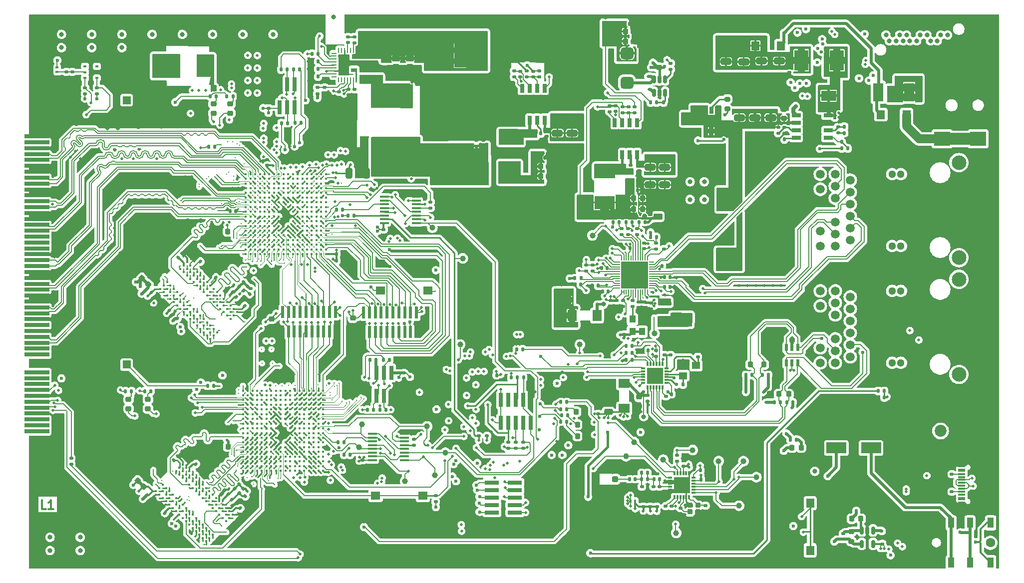
<source format=gbr>
%TF.GenerationSoftware,KiCad,Pcbnew,8.0.8*%
%TF.CreationDate,2025-02-03T01:07:06+01:00*%
%TF.ProjectId,RASBB,52415342-422e-46b6-9963-61645f706362,01*%
%TF.SameCoordinates,Original*%
%TF.FileFunction,Copper,L1,Top*%
%TF.FilePolarity,Positive*%
%FSLAX46Y46*%
G04 Gerber Fmt 4.6, Leading zero omitted, Abs format (unit mm)*
G04 Created by KiCad (PCBNEW 8.0.8) date 2025-02-03 01:07:06*
%MOMM*%
%LPD*%
G01*
G04 APERTURE LIST*
G04 Aperture macros list*
%AMRoundRect*
0 Rectangle with rounded corners*
0 $1 Rounding radius*
0 $2 $3 $4 $5 $6 $7 $8 $9 X,Y pos of 4 corners*
0 Add a 4 corners polygon primitive as box body*
4,1,4,$2,$3,$4,$5,$6,$7,$8,$9,$2,$3,0*
0 Add four circle primitives for the rounded corners*
1,1,$1+$1,$2,$3*
1,1,$1+$1,$4,$5*
1,1,$1+$1,$6,$7*
1,1,$1+$1,$8,$9*
0 Add four rect primitives between the rounded corners*
20,1,$1+$1,$2,$3,$4,$5,0*
20,1,$1+$1,$4,$5,$6,$7,0*
20,1,$1+$1,$6,$7,$8,$9,0*
20,1,$1+$1,$8,$9,$2,$3,0*%
%AMFreePoly0*
4,1,17,0.922187,-3.271517,0.249087,-3.271517,0.249087,-2.755897,-0.909153,-2.755897,-0.909153,-2.247897,-0.187793,-2.247897,-0.187793,-1.503677,-0.909153,-1.503677,-0.909153,-0.995677,-0.187793,-0.995677,-0.187793,-0.253997,-0.909153,-0.253997,-0.909153,0.254003,0.617387,0.254003,0.617387,1.010923,0.922187,1.010923,0.922187,-3.271517,0.922187,-3.271517,$1*%
%AMFreePoly1*
4,1,7,1.009154,-0.126998,-0.784086,-0.126998,-0.784086,-0.939798,-1.393686,-0.939798,-1.393686,0.127002,1.009154,0.127002,1.009154,-0.126998,1.009154,-0.126998,$1*%
%AMFreePoly2*
4,1,24,-0.548640,0.127000,-0.406400,0.127000,0.406400,0.127000,0.406400,-0.127000,-0.299720,-0.127000,-0.299720,-0.373380,0.406400,-0.373380,0.406400,-0.627380,-0.299720,-0.627380,-0.299720,-0.873760,0.406400,-0.873760,0.406400,-1.127760,-0.299720,-1.127760,-0.299720,-1.374140,0.406400,-1.374140,0.406400,-1.628140,-0.299720,-1.628140,-0.299720,-1.871980,0.406400,-1.871980,0.406400,-2.125980,
-0.853440,-2.125980,-0.853440,0.886460,-0.548640,0.886460,-0.548640,0.127000,-0.548640,0.127000,$1*%
%AMFreePoly3*
4,1,15,-1.240280,0.393900,3.641600,0.393900,3.641600,-0.114100,2.884680,-0.114100,2.884680,-1.076760,3.641600,-1.076760,3.641600,-1.584760,0.839980,-1.584760,0.839980,-0.436680,-1.240280,-0.436680,-1.240280,-2.082600,-3.018280,-2.082600,-3.018280,1.422600,-1.240280,1.422600,-1.240280,0.393900,-1.240280,0.393900,$1*%
G04 Aperture macros list end*
%ADD10C,0.300000*%
%TA.AperFunction,NonConductor*%
%ADD11C,0.300000*%
%TD*%
%TA.AperFunction,SMDPad,CuDef*%
%ADD12RoundRect,0.135000X-0.135000X-0.185000X0.135000X-0.185000X0.135000X0.185000X-0.135000X0.185000X0*%
%TD*%
%TA.AperFunction,SMDPad,CuDef*%
%ADD13RoundRect,0.140000X-0.170000X0.140000X-0.170000X-0.140000X0.170000X-0.140000X0.170000X0.140000X0*%
%TD*%
%TA.AperFunction,ComponentPad*%
%ADD14R,1.350000X1.350000*%
%TD*%
%TA.AperFunction,ComponentPad*%
%ADD15O,1.350000X1.350000*%
%TD*%
%TA.AperFunction,SMDPad,CuDef*%
%ADD16R,1.540600X1.853400*%
%TD*%
%TA.AperFunction,SMDPad,CuDef*%
%ADD17RoundRect,0.140000X0.170000X-0.140000X0.170000X0.140000X-0.170000X0.140000X-0.170000X-0.140000X0*%
%TD*%
%TA.AperFunction,SMDPad,CuDef*%
%ADD18RoundRect,0.140000X-0.140000X-0.170000X0.140000X-0.170000X0.140000X0.170000X-0.140000X0.170000X0*%
%TD*%
%TA.AperFunction,SMDPad,CuDef*%
%ADD19RoundRect,0.140000X0.140000X0.170000X-0.140000X0.170000X-0.140000X-0.170000X0.140000X-0.170000X0*%
%TD*%
%TA.AperFunction,SMDPad,CuDef*%
%ADD20RoundRect,0.135000X0.135000X0.185000X-0.135000X0.185000X-0.135000X-0.185000X0.135000X-0.185000X0*%
%TD*%
%TA.AperFunction,SMDPad,CuDef*%
%ADD21R,3.429000X2.235200*%
%TD*%
%TA.AperFunction,SMDPad,CuDef*%
%ADD22RoundRect,0.140000X0.219203X0.021213X0.021213X0.219203X-0.219203X-0.021213X-0.021213X-0.219203X0*%
%TD*%
%TA.AperFunction,SMDPad,CuDef*%
%ADD23RoundRect,0.218750X0.218750X0.256250X-0.218750X0.256250X-0.218750X-0.256250X0.218750X-0.256250X0*%
%TD*%
%TA.AperFunction,SMDPad,CuDef*%
%ADD24RoundRect,0.140000X0.021213X-0.219203X0.219203X-0.021213X-0.021213X0.219203X-0.219203X0.021213X0*%
%TD*%
%TA.AperFunction,SMDPad,CuDef*%
%ADD25RoundRect,0.135000X-0.185000X0.135000X-0.185000X-0.135000X0.185000X-0.135000X0.185000X0.135000X0*%
%TD*%
%TA.AperFunction,ComponentPad*%
%ADD26R,2.025000X2.025000*%
%TD*%
%TA.AperFunction,ComponentPad*%
%ADD27C,2.025000*%
%TD*%
%TA.AperFunction,SMDPad,CuDef*%
%ADD28R,3.200000X3.050000*%
%TD*%
%TA.AperFunction,SMDPad,CuDef*%
%ADD29RoundRect,0.135000X0.185000X-0.135000X0.185000X0.135000X-0.185000X0.135000X-0.185000X-0.135000X0*%
%TD*%
%TA.AperFunction,SMDPad,CuDef*%
%ADD30RoundRect,0.250000X0.650000X-0.325000X0.650000X0.325000X-0.650000X0.325000X-0.650000X-0.325000X0*%
%TD*%
%TA.AperFunction,SMDPad,CuDef*%
%ADD31RoundRect,0.250000X0.275000X0.250000X-0.275000X0.250000X-0.275000X-0.250000X0.275000X-0.250000X0*%
%TD*%
%TA.AperFunction,SMDPad,CuDef*%
%ADD32RoundRect,0.250000X0.850000X0.275000X-0.850000X0.275000X-0.850000X-0.275000X0.850000X-0.275000X0*%
%TD*%
%TA.AperFunction,SMDPad,CuDef*%
%ADD33RoundRect,0.225000X0.225000X0.250000X-0.225000X0.250000X-0.225000X-0.250000X0.225000X-0.250000X0*%
%TD*%
%TA.AperFunction,SMDPad,CuDef*%
%ADD34RoundRect,0.225000X-0.250000X0.225000X-0.250000X-0.225000X0.250000X-0.225000X0.250000X0.225000X0*%
%TD*%
%TA.AperFunction,SMDPad,CuDef*%
%ADD35C,1.000000*%
%TD*%
%TA.AperFunction,SMDPad,CuDef*%
%ADD36RoundRect,0.140000X-0.219203X-0.021213X-0.021213X-0.219203X0.219203X0.021213X0.021213X0.219203X0*%
%TD*%
%TA.AperFunction,SMDPad,CuDef*%
%ADD37RoundRect,0.218750X0.256250X-0.218750X0.256250X0.218750X-0.256250X0.218750X-0.256250X-0.218750X0*%
%TD*%
%TA.AperFunction,SMDPad,CuDef*%
%ADD38RoundRect,0.250000X-0.475000X0.250000X-0.475000X-0.250000X0.475000X-0.250000X0.475000X0.250000X0*%
%TD*%
%TA.AperFunction,SMDPad,CuDef*%
%ADD39R,2.400000X0.740000*%
%TD*%
%TA.AperFunction,SMDPad,CuDef*%
%ADD40R,0.740000X2.400000*%
%TD*%
%TA.AperFunction,SMDPad,CuDef*%
%ADD41R,1.400000X1.200000*%
%TD*%
%TA.AperFunction,SMDPad,CuDef*%
%ADD42RoundRect,0.225000X0.250000X-0.225000X0.250000X0.225000X-0.250000X0.225000X-0.250000X-0.225000X0*%
%TD*%
%TA.AperFunction,SMDPad,CuDef*%
%ADD43R,0.500000X2.000000*%
%TD*%
%TA.AperFunction,SMDPad,CuDef*%
%ADD44RoundRect,0.140000X-0.021213X0.219203X-0.219203X0.021213X0.021213X-0.219203X0.219203X-0.021213X0*%
%TD*%
%TA.AperFunction,SMDPad,CuDef*%
%ADD45C,0.410000*%
%TD*%
%TA.AperFunction,SMDPad,CuDef*%
%ADD46R,2.800000X2.400000*%
%TD*%
%TA.AperFunction,SMDPad,CuDef*%
%ADD47R,0.550000X0.400000*%
%TD*%
%TA.AperFunction,SMDPad,CuDef*%
%ADD48RoundRect,0.150000X0.150000X-0.512500X0.150000X0.512500X-0.150000X0.512500X-0.150000X-0.512500X0*%
%TD*%
%TA.AperFunction,SMDPad,CuDef*%
%ADD49RoundRect,0.250000X0.475000X-0.250000X0.475000X0.250000X-0.475000X0.250000X-0.475000X-0.250000X0*%
%TD*%
%TA.AperFunction,SMDPad,CuDef*%
%ADD50RoundRect,0.225000X0.017678X-0.335876X0.335876X-0.017678X-0.017678X0.335876X-0.335876X0.017678X0*%
%TD*%
%TA.AperFunction,SMDPad,CuDef*%
%ADD51R,1.853400X1.540600*%
%TD*%
%TA.AperFunction,SMDPad,CuDef*%
%ADD52C,0.426000*%
%TD*%
%TA.AperFunction,ComponentPad*%
%ADD53C,1.509000*%
%TD*%
%TA.AperFunction,ComponentPad*%
%ADD54C,1.300000*%
%TD*%
%TA.AperFunction,ComponentPad*%
%ADD55C,2.475000*%
%TD*%
%TA.AperFunction,SMDPad,CuDef*%
%ADD56RoundRect,0.225000X-0.225000X-0.250000X0.225000X-0.250000X0.225000X0.250000X-0.225000X0.250000X0*%
%TD*%
%TA.AperFunction,SMDPad,CuDef*%
%ADD57R,1.522000X0.700000*%
%TD*%
%TA.AperFunction,SMDPad,CuDef*%
%ADD58R,2.500000X3.500000*%
%TD*%
%TA.AperFunction,SMDPad,CuDef*%
%ADD59R,1.600000X1.400000*%
%TD*%
%TA.AperFunction,SMDPad,CuDef*%
%ADD60RoundRect,0.250000X-0.250000X-0.475000X0.250000X-0.475000X0.250000X0.475000X-0.250000X0.475000X0*%
%TD*%
%TA.AperFunction,SMDPad,CuDef*%
%ADD61RoundRect,0.135000X0.226274X0.035355X0.035355X0.226274X-0.226274X-0.035355X-0.035355X-0.226274X0*%
%TD*%
%TA.AperFunction,SMDPad,CuDef*%
%ADD62RoundRect,0.250000X-0.650000X0.325000X-0.650000X-0.325000X0.650000X-0.325000X0.650000X0.325000X0*%
%TD*%
%TA.AperFunction,SMDPad,CuDef*%
%ADD63R,0.650000X1.525000*%
%TD*%
%TA.AperFunction,SMDPad,CuDef*%
%ADD64R,3.100000X2.400000*%
%TD*%
%TA.AperFunction,SMDPad,CuDef*%
%ADD65R,0.800000X0.300000*%
%TD*%
%TA.AperFunction,SMDPad,CuDef*%
%ADD66R,0.300000X0.800000*%
%TD*%
%TA.AperFunction,SMDPad,CuDef*%
%ADD67R,2.700000X2.700000*%
%TD*%
%TA.AperFunction,SMDPad,CuDef*%
%ADD68R,0.400000X0.500000*%
%TD*%
%TA.AperFunction,SMDPad,CuDef*%
%ADD69R,3.350000X1.850000*%
%TD*%
%TA.AperFunction,SMDPad,CuDef*%
%ADD70R,1.780000X3.150000*%
%TD*%
%TA.AperFunction,SMDPad,CuDef*%
%ADD71R,2.000000X4.100000*%
%TD*%
%TA.AperFunction,SMDPad,CuDef*%
%ADD72RoundRect,0.147500X0.147500X0.172500X-0.147500X0.172500X-0.147500X-0.172500X0.147500X-0.172500X0*%
%TD*%
%TA.AperFunction,SMDPad,CuDef*%
%ADD73RoundRect,0.200000X0.250000X0.200000X-0.250000X0.200000X-0.250000X-0.200000X0.250000X-0.200000X0*%
%TD*%
%TA.AperFunction,SMDPad,CuDef*%
%ADD74RoundRect,0.135000X0.035355X-0.226274X0.226274X-0.035355X-0.035355X0.226274X-0.226274X0.035355X0*%
%TD*%
%TA.AperFunction,SMDPad,CuDef*%
%ADD75R,1.528000X0.435000*%
%TD*%
%TA.AperFunction,SMDPad,CuDef*%
%ADD76R,2.500000X1.700000*%
%TD*%
%TA.AperFunction,SMDPad,CuDef*%
%ADD77R,1.400000X1.600000*%
%TD*%
%TA.AperFunction,SMDPad,CuDef*%
%ADD78FreePoly0,270.000000*%
%TD*%
%TA.AperFunction,SMDPad,CuDef*%
%ADD79R,0.254000X0.812800*%
%TD*%
%TA.AperFunction,SMDPad,CuDef*%
%ADD80R,0.812800X0.254000*%
%TD*%
%TA.AperFunction,SMDPad,CuDef*%
%ADD81FreePoly1,270.000000*%
%TD*%
%TA.AperFunction,SMDPad,CuDef*%
%ADD82FreePoly2,270.000000*%
%TD*%
%TA.AperFunction,SMDPad,CuDef*%
%ADD83FreePoly3,0.000000*%
%TD*%
%TA.AperFunction,SMDPad,CuDef*%
%ADD84RoundRect,0.500000X0.600000X-0.500000X0.600000X0.500000X-0.600000X0.500000X-0.600000X-0.500000X0*%
%TD*%
%TA.AperFunction,SMDPad,CuDef*%
%ADD85R,2.235200X3.429000*%
%TD*%
%TA.AperFunction,SMDPad,CuDef*%
%ADD86RoundRect,0.150000X-0.150000X0.512500X-0.150000X-0.512500X0.150000X-0.512500X0.150000X0.512500X0*%
%TD*%
%TA.AperFunction,SMDPad,CuDef*%
%ADD87R,0.500000X0.400000*%
%TD*%
%TA.AperFunction,SMDPad,CuDef*%
%ADD88RoundRect,0.200000X0.275000X-0.200000X0.275000X0.200000X-0.275000X0.200000X-0.275000X-0.200000X0*%
%TD*%
%TA.AperFunction,SMDPad,CuDef*%
%ADD89RoundRect,0.250000X-0.325000X-0.650000X0.325000X-0.650000X0.325000X0.650000X-0.325000X0.650000X0*%
%TD*%
%TA.AperFunction,SMDPad,CuDef*%
%ADD90R,1.160000X0.600000*%
%TD*%
%TA.AperFunction,SMDPad,CuDef*%
%ADD91R,1.160000X0.300000*%
%TD*%
%TA.AperFunction,ComponentPad*%
%ADD92O,2.000000X0.900000*%
%TD*%
%TA.AperFunction,ComponentPad*%
%ADD93O,1.700000X0.900000*%
%TD*%
%TA.AperFunction,SMDPad,CuDef*%
%ADD94R,1.100000X1.300000*%
%TD*%
%TA.AperFunction,SMDPad,CuDef*%
%ADD95R,0.812800X0.203200*%
%TD*%
%TA.AperFunction,SMDPad,CuDef*%
%ADD96R,0.203200X0.812800*%
%TD*%
%TA.AperFunction,SMDPad,CuDef*%
%ADD97R,4.648200X4.648200*%
%TD*%
%TA.AperFunction,SMDPad,CuDef*%
%ADD98R,0.800000X1.150000*%
%TD*%
%TA.AperFunction,SMDPad,CuDef*%
%ADD99R,0.600000X1.150000*%
%TD*%
%TA.AperFunction,SMDPad,CuDef*%
%ADD100R,1.450000X1.490000*%
%TD*%
%TA.AperFunction,SMDPad,CuDef*%
%ADD101RoundRect,0.250000X0.700000X-0.275000X0.700000X0.275000X-0.700000X0.275000X-0.700000X-0.275000X0*%
%TD*%
%TA.AperFunction,SMDPad,CuDef*%
%ADD102RoundRect,0.200000X-0.275000X0.200000X-0.275000X-0.200000X0.275000X-0.200000X0.275000X0.200000X0*%
%TD*%
%TA.AperFunction,WasherPad*%
%ADD103C,1.600000*%
%TD*%
%TA.AperFunction,SMDPad,CuDef*%
%ADD104R,1.100000X1.750000*%
%TD*%
%TA.AperFunction,SMDPad,CuDef*%
%ADD105R,2.350000X3.500000*%
%TD*%
%TA.AperFunction,ComponentPad*%
%ADD106C,0.800000*%
%TD*%
%TA.AperFunction,ComponentPad*%
%ADD107O,3.200000X1.400000*%
%TD*%
%TA.AperFunction,SMDPad,CuDef*%
%ADD108R,4.200000X0.700000*%
%TD*%
%TA.AperFunction,ViaPad*%
%ADD109C,0.600000*%
%TD*%
%TA.AperFunction,ViaPad*%
%ADD110C,0.250000*%
%TD*%
%TA.AperFunction,ViaPad*%
%ADD111C,0.800000*%
%TD*%
%TA.AperFunction,ViaPad*%
%ADD112C,0.460000*%
%TD*%
%TA.AperFunction,Conductor*%
%ADD113C,0.400000*%
%TD*%
%TA.AperFunction,Conductor*%
%ADD114C,0.500000*%
%TD*%
%TA.AperFunction,Conductor*%
%ADD115C,0.250000*%
%TD*%
%TA.AperFunction,Conductor*%
%ADD116C,0.200000*%
%TD*%
%TA.AperFunction,Conductor*%
%ADD117C,0.185700*%
%TD*%
%TA.AperFunction,Conductor*%
%ADD118C,0.350000*%
%TD*%
%TA.AperFunction,Conductor*%
%ADD119C,0.177000*%
%TD*%
%TA.AperFunction,Conductor*%
%ADD120C,0.100000*%
%TD*%
%TA.AperFunction,Conductor*%
%ADD121C,0.141000*%
%TD*%
%TA.AperFunction,Conductor*%
%ADD122C,0.700000*%
%TD*%
%TA.AperFunction,Conductor*%
%ADD123C,0.170000*%
%TD*%
%TA.AperFunction,Conductor*%
%ADD124C,0.160000*%
%TD*%
%TA.AperFunction,Conductor*%
%ADD125C,1.500000*%
%TD*%
%TA.AperFunction,Conductor*%
%ADD126C,0.186200*%
%TD*%
%TA.AperFunction,Conductor*%
%ADD127C,0.138700*%
%TD*%
%TA.AperFunction,Conductor*%
%ADD128C,2.000000*%
%TD*%
%TA.AperFunction,Conductor*%
%ADD129C,0.142200*%
%TD*%
G04 APERTURE END LIST*
D10*
D11*
X107868796Y-119900828D02*
X107154510Y-119900828D01*
X107154510Y-119900828D02*
X107154510Y-118400828D01*
X109154511Y-119900828D02*
X108297368Y-119900828D01*
X108725939Y-119900828D02*
X108725939Y-118400828D01*
X108725939Y-118400828D02*
X108583082Y-118615114D01*
X108583082Y-118615114D02*
X108440225Y-118757971D01*
X108440225Y-118757971D02*
X108297368Y-118829400D01*
D12*
%TO.P,R110,1*%
%TO.N,/uController/uC_YL*%
X195190000Y-102950000D03*
%TO.P,R110,2*%
%TO.N,Net-(D9-A)*%
X196210000Y-102950000D03*
%TD*%
D13*
%TO.P,C41,1*%
%TO.N,+1V8*%
X190465000Y-45640192D03*
%TO.P,C41,2*%
%TO.N,Net-(IC2-VFB)*%
X190465000Y-46600192D03*
%TD*%
D14*
%TO.P,J18,1,Pin_1*%
%TO.N,Net-(J18-Pin_1)*%
X121550000Y-95410000D03*
D15*
%TO.P,J18,2,Pin_2*%
%TO.N,GND*%
X121550000Y-93410000D03*
%TD*%
D16*
%TO.P,L8,1,1*%
%TO.N,/Ethernet_FPGA/AVDD_ETH*%
X201324200Y-87080000D03*
%TO.P,L8,2,2*%
%TO.N,+3V3*%
X197065800Y-87080000D03*
%TD*%
D17*
%TO.P,C65,1*%
%TO.N,/Ethernet_FPGA/DVDD10{slash}AVDD10*%
X215710000Y-86955000D03*
%TO.P,C65,2*%
%TO.N,GND*%
X215710000Y-85995000D03*
%TD*%
D13*
%TO.P,C55,1*%
%TO.N,GND*%
X180875000Y-57370000D03*
%TO.P,C55,2*%
%TO.N,+1V0*%
X180875000Y-58330000D03*
%TD*%
D18*
%TO.P,C35,1*%
%TO.N,Net-(IC2-SW)*%
X190800000Y-56200000D03*
%TO.P,C35,2*%
%TO.N,Net-(IC2-VBST)*%
X191760000Y-56200000D03*
%TD*%
D12*
%TO.P,R167,1*%
%TO.N,Net-(J18-Pin_1)*%
X135290000Y-99000000D03*
%TO.P,R167,2*%
%TO.N,Net-(U11C-IO_L12N_T1_MRCC_35)*%
X136310000Y-99000000D03*
%TD*%
D19*
%TO.P,C363,1*%
%TO.N,+3V3*%
X206900000Y-75660000D03*
%TO.P,C363,2*%
%TO.N,GND*%
X205940000Y-75660000D03*
%TD*%
D13*
%TO.P,C151,1*%
%TO.N,Net-(IC13-VR_PA)*%
X212950000Y-119400000D03*
%TO.P,C151,2*%
%TO.N,GND*%
X212950000Y-120360000D03*
%TD*%
%TO.P,C149,1*%
%TO.N,Net-(IC13-XTA)*%
X215450000Y-119720000D03*
%TO.P,C149,2*%
%TO.N,GND*%
X215450000Y-120680000D03*
%TD*%
D18*
%TO.P,C361,1*%
%TO.N,/Ethernet_FPGA/AVDD_ETH*%
X212770000Y-80580000D03*
%TO.P,C361,2*%
%TO.N,GND*%
X213730000Y-80580000D03*
%TD*%
D20*
%TO.P,R154,1*%
%TO.N,Net-(D11-I{slash}O1)*%
X148780000Y-45350000D03*
%TO.P,R154,2*%
%TO.N,/FPGA-01/BANK0/FPGA1_TDO*%
X147760000Y-45350000D03*
%TD*%
D21*
%TO.P,L6,1,1*%
%TO.N,+3V3*%
X202600000Y-67934300D03*
%TO.P,L6,2,2*%
%TO.N,Net-(IC4-SW)*%
X202600000Y-62625700D03*
%TD*%
D22*
%TO.P,C105,1*%
%TO.N,+1V35*%
X128048128Y-120569753D03*
%TO.P,C105,2*%
%TO.N,GND*%
X127369306Y-119890931D03*
%TD*%
D13*
%TO.P,C145,1*%
%TO.N,Net-(IC13-XTB)*%
X219725000Y-119345000D03*
%TO.P,C145,2*%
%TO.N,GND*%
X219725000Y-120305000D03*
%TD*%
D23*
%TO.P,D8,1,K*%
%TO.N,GND*%
X199575000Y-105600000D03*
%TO.P,D8,2,A*%
%TO.N,Net-(D8-A)*%
X198000000Y-105600000D03*
%TD*%
D12*
%TO.P,R56,1*%
%TO.N,+3V3*%
X124640000Y-99925000D03*
%TO.P,R56,2*%
%TO.N,Net-(D14-A)*%
X125660000Y-99925000D03*
%TD*%
D24*
%TO.P,C84,1*%
%TO.N,/DDR3-01/VREF_DDR3*%
X141360589Y-81389411D03*
%TO.P,C84,2*%
%TO.N,GND*%
X142039411Y-80710589D03*
%TD*%
D25*
%TO.P,R41,1*%
%TO.N,/POWER/PGOOD_1V8*%
X187275000Y-45590192D03*
%TO.P,R41,2*%
%TO.N,Net-(IC2-PG)*%
X187275000Y-46610192D03*
%TD*%
D18*
%TO.P,C357,1*%
%TO.N,/Ethernet_FPGA/DVDD10{slash}AVDD10*%
X212730000Y-82220000D03*
%TO.P,C357,2*%
%TO.N,GND*%
X213690000Y-82220000D03*
%TD*%
D26*
%TO.P,J9,1,1*%
%TO.N,GND*%
X259580000Y-103160000D03*
D27*
%TO.P,J9,2,2*%
%TO.N,Net-(F1-Pad2)*%
X259580000Y-106660000D03*
%TD*%
D28*
%TO.P,L3,1*%
%TO.N,Net-(U3A-SW)*%
X166200000Y-49800000D03*
%TO.P,L3,2*%
%TO.N,+1V0*%
X166200000Y-59000000D03*
%TD*%
D22*
%TO.P,C103,1*%
%TO.N,+1V35*%
X133298128Y-112269753D03*
%TO.P,C103,2*%
%TO.N,GND*%
X132619306Y-111590931D03*
%TD*%
D13*
%TO.P,C150,1*%
%TO.N,Net-(IC13-DCC_FB)*%
X213970000Y-119400000D03*
%TO.P,C150,2*%
%TO.N,GND*%
X213970000Y-120360000D03*
%TD*%
D18*
%TO.P,C159,1*%
%TO.N,Net-(J11-In)*%
X206850000Y-114840000D03*
%TO.P,C159,2*%
%TO.N,Net-(C157-Pad2)*%
X207810000Y-114840000D03*
%TD*%
D29*
%TO.P,R44,1*%
%TO.N,Net-(U3A-PH)*%
X160200000Y-40810000D03*
%TO.P,R44,2*%
%TO.N,Net-(C37-Pad2)*%
X160200000Y-39790000D03*
%TD*%
D30*
%TO.P,C5,1*%
%TO.N,/VDC_IN*%
X228101250Y-53505000D03*
%TO.P,C5,2*%
%TO.N,GND*%
X228101250Y-50555000D03*
%TD*%
D31*
%TO.P,J11,1,In*%
%TO.N,Net-(J11-In)*%
X204410000Y-114840000D03*
D32*
%TO.P,J11,2,Ext*%
%TO.N,GND*%
X202885000Y-116315000D03*
X202885000Y-113365000D03*
%TD*%
D33*
%TO.P,C45,1*%
%TO.N,GND*%
X207675000Y-38890000D03*
%TO.P,C45,2*%
%TO.N,+5V*%
X206125000Y-38890000D03*
%TD*%
%TO.P,C54,1*%
%TO.N,GND*%
X193350000Y-63430000D03*
%TO.P,C54,2*%
%TO.N,+1V8*%
X191800000Y-63430000D03*
%TD*%
D29*
%TO.P,R30,1*%
%TO.N,Net-(C9-Pad1)*%
X242210000Y-56120000D03*
%TO.P,R30,2*%
%TO.N,Net-(IC1-COMP)*%
X242210000Y-55100000D03*
%TD*%
D17*
%TO.P,C146,1*%
%TO.N,/RF_Transceiver/LORA_VDDIO*%
X209170000Y-119510000D03*
%TO.P,C146,2*%
%TO.N,GND*%
X209170000Y-118550000D03*
%TD*%
D18*
%TO.P,C8,1*%
%TO.N,Net-(IC1-COMP)*%
X243270000Y-55040000D03*
%TO.P,C8,2*%
%TO.N,GND*%
X244230000Y-55040000D03*
%TD*%
D34*
%TO.P,C175,1*%
%TO.N,/Ethernet_uC/AVDD_ETH*%
X208490000Y-100915000D03*
%TO.P,C175,2*%
%TO.N,GND*%
X208490000Y-102465000D03*
%TD*%
D13*
%TO.P,C30,1*%
%TO.N,/POWER/PGOOD_1V8*%
X188285000Y-45640192D03*
%TO.P,C30,2*%
%TO.N,GND*%
X188285000Y-46600192D03*
%TD*%
D12*
%TO.P,R71,1*%
%TO.N,/uController/ALARM*%
X249025000Y-99870000D03*
%TO.P,R71,2*%
%TO.N,Net-(Q1-G)*%
X250045000Y-99870000D03*
%TD*%
%TO.P,R5,1*%
%TO.N,+3V3*%
X135755000Y-49900000D03*
%TO.P,R5,2*%
%TO.N,Net-(D13-A)*%
X136775000Y-49900000D03*
%TD*%
D21*
%TO.P,L5,1,1*%
%TO.N,+1V8*%
X186600000Y-62200000D03*
%TO.P,L5,2,2*%
%TO.N,Net-(IC2-SW)*%
X186600000Y-56891400D03*
%TD*%
D35*
%TO.P,TP3,1,1*%
%TO.N,GND*%
X202850000Y-99050000D03*
%TD*%
D36*
%TO.P,C88,1*%
%TO.N,+1V35*%
X125710589Y-83210589D03*
%TO.P,C88,2*%
%TO.N,GND*%
X126389411Y-83889411D03*
%TD*%
D33*
%TO.P,C57,1*%
%TO.N,GND*%
X193350000Y-61800000D03*
%TO.P,C57,2*%
%TO.N,+1V8*%
X191800000Y-61800000D03*
%TD*%
D37*
%TO.P,D16,1,K*%
%TO.N,/FPGA-02/BANK0/FPGA02_INIT*%
X121865000Y-102882500D03*
%TO.P,D16,2,A*%
%TO.N,Net-(D16-A)*%
X121865000Y-101307500D03*
%TD*%
D38*
%TO.P,C354,1*%
%TO.N,+12V*%
X169590000Y-43500000D03*
%TO.P,C354,2*%
%TO.N,GND*%
X169590000Y-45400000D03*
%TD*%
D39*
%TO.P,J8,1,1*%
%TO.N,/uController/PD0_DEBUG*%
X183500000Y-115410000D03*
%TO.P,J8,2,2*%
%TO.N,/uController/PD15_DEBUG*%
X187400000Y-115410000D03*
%TO.P,J8,3,3*%
%TO.N,/uController/PD1_DEBUG*%
X183500000Y-116680000D03*
%TO.P,J8,4,4*%
%TO.N,/uController/PD14_DEBUG*%
X187400000Y-116680000D03*
%TO.P,J8,5,5*%
%TO.N,/uController/PD2_DEBUG*%
X183500000Y-117950000D03*
%TO.P,J8,6,6*%
%TO.N,/uController/PD13_DEBUG*%
X187400000Y-117950000D03*
%TO.P,J8,7,7*%
%TO.N,/uController/PD4_DEBUG*%
X183500000Y-119220000D03*
%TO.P,J8,8,8*%
%TO.N,/uController/PD12_DEBUG*%
X187400000Y-119220000D03*
%TO.P,J8,9,9*%
%TO.N,/uController/PD7_DEBUG*%
X183500000Y-120490000D03*
%TO.P,J8,10,10*%
%TO.N,/uController/PD10_DEBUG*%
X187400000Y-120490000D03*
%TD*%
D40*
%TO.P,J13,1,Pin_1*%
%TO.N,Net-(D11-I{slash}O2)*%
X150070000Y-47850000D03*
%TO.P,J13,2,Pin_2*%
%TO.N,Net-(D11-I{slash}O3)*%
X150070000Y-51750000D03*
%TO.P,J13,3,Pin_3*%
%TO.N,Net-(D11-I{slash}O1)*%
X148800000Y-47850000D03*
%TO.P,J13,4,Pin_4*%
%TO.N,Net-(D11-I{slash}O4)*%
X148800000Y-51750000D03*
%TO.P,J13,5,Pin_5*%
%TO.N,GND*%
X147530000Y-47850000D03*
%TO.P,J13,6,Pin_6*%
%TO.N,+3V3*%
X147530000Y-51750000D03*
%TD*%
D20*
%TO.P,R46,1*%
%TO.N,GND*%
X213640000Y-50947500D03*
%TO.P,R46,2*%
%TO.N,Net-(U4-FB)*%
X212620000Y-50947500D03*
%TD*%
D36*
%TO.P,C94,1*%
%TO.N,+1V35*%
X140110589Y-83960589D03*
%TO.P,C94,2*%
%TO.N,GND*%
X140789411Y-84639411D03*
%TD*%
D41*
%TO.P,Y3,1,1*%
%TO.N,Net-(IC14-XTAL1{slash}CLKIN)*%
X218100000Y-95580000D03*
%TO.P,Y3,2,2*%
%TO.N,GND*%
X215900000Y-95580000D03*
%TO.P,Y3,3,3*%
%TO.N,Net-(IC14-XTAL2)*%
X215900000Y-97280000D03*
%TO.P,Y3,4,4*%
%TO.N,GND*%
X218100000Y-97280000D03*
%TD*%
D42*
%TO.P,C125,1*%
%TO.N,GND*%
X146140000Y-89215000D03*
%TO.P,C125,2*%
%TO.N,+3V3*%
X146140000Y-87665000D03*
%TD*%
D36*
%TO.P,C116,1*%
%TO.N,+1V35*%
X140819306Y-119790931D03*
%TO.P,C116,2*%
%TO.N,GND*%
X141498128Y-120469753D03*
%TD*%
D43*
%TO.P,J5,1,Pin_1*%
%TO.N,GND*%
X147980000Y-89820000D03*
%TO.P,J5,2,Pin_2*%
%TO.N,+3V3*%
X147980000Y-86520000D03*
%TO.P,J5,3,Pin_3*%
%TO.N,/DEBUG_A0*%
X148980000Y-89820000D03*
%TO.P,J5,4,Pin_4*%
%TO.N,/DEBUG_D0*%
X148980000Y-86520000D03*
%TO.P,J5,5,Pin_5*%
%TO.N,/DEBUG_A1*%
X149980000Y-89820000D03*
%TO.P,J5,6,Pin_6*%
%TO.N,/DEBUG_D1*%
X149980000Y-86520000D03*
%TO.P,J5,7,Pin_7*%
%TO.N,/DEBUG_A2*%
X150980000Y-89820000D03*
%TO.P,J5,8,Pin_8*%
%TO.N,/DEBUG_D2*%
X150980000Y-86520000D03*
%TO.P,J5,9,Pin_9*%
%TO.N,/DEBUG_A3*%
X151980000Y-89820000D03*
%TO.P,J5,10,Pin_10*%
%TO.N,/DEBUG_D3*%
X151980000Y-86520000D03*
%TO.P,J5,11,Pin_11*%
%TO.N,/DEBUG_A4*%
X152980000Y-89820000D03*
%TO.P,J5,12,Pin_12*%
%TO.N,/DEBUG_D4*%
X152980000Y-86520000D03*
%TO.P,J5,13,Pin_13*%
%TO.N,/DEBUG_A5*%
X153980000Y-89820000D03*
%TO.P,J5,14,Pin_14*%
%TO.N,/DEBUG_D5*%
X153980000Y-86520000D03*
%TO.P,J5,15,Pin_15*%
%TO.N,/DEBUG_A6*%
X154980000Y-89820000D03*
%TO.P,J5,16,Pin_16*%
%TO.N,/DEBUG_D6*%
X154980000Y-86520000D03*
%TO.P,J5,17,Pin_17*%
%TO.N,/DEBUG_A7*%
X155980000Y-89820000D03*
%TO.P,J5,18,Pin_18*%
%TO.N,/DEBUG_D7*%
X155980000Y-86520000D03*
%TO.P,J5,19,Pin_19*%
%TO.N,GND*%
X156980000Y-89820000D03*
%TO.P,J5,20,Pin_20*%
%TO.N,+3V3*%
X156980000Y-86520000D03*
%TD*%
D35*
%TO.P,TP13,1,1*%
%TO.N,/RF_Transceiver/BUSY_LORA_G*%
X225400000Y-119350000D03*
%TD*%
D33*
%TO.P,C179,1*%
%TO.N,/Ethernet_uC/TX_P*%
X232125000Y-100400000D03*
%TO.P,C179,2*%
%TO.N,GND*%
X230575000Y-100400000D03*
%TD*%
D17*
%TO.P,C71,1*%
%TO.N,+3V3*%
X205900000Y-90280000D03*
%TO.P,C71,2*%
%TO.N,GND*%
X205900000Y-89320000D03*
%TD*%
D44*
%TO.P,C95,1*%
%TO.N,+1V35*%
X142389411Y-83410589D03*
%TO.P,C95,2*%
%TO.N,GND*%
X141710589Y-84089411D03*
%TD*%
D25*
%TO.P,R28,1*%
%TO.N,/VDC_IN*%
X232072777Y-55130000D03*
%TO.P,R28,2*%
%TO.N,Net-(IC1-EN)*%
X232072777Y-56150000D03*
%TD*%
D12*
%TO.P,R58,1*%
%TO.N,/Ethernet_FPGA/RGMII_RXD1*%
X208460000Y-71220000D03*
%TO.P,R58,2*%
%TO.N,+3V3*%
X209480000Y-71220000D03*
%TD*%
D13*
%TO.P,C204,1*%
%TO.N,GND*%
X145600000Y-50940000D03*
%TO.P,C204,2*%
%TO.N,+3V3*%
X145600000Y-51900000D03*
%TD*%
D18*
%TO.P,C51,1*%
%TO.N,+3V3*%
X207250000Y-65810000D03*
%TO.P,C51,2*%
%TO.N,GND*%
X208210000Y-65810000D03*
%TD*%
D25*
%TO.P,R118,1*%
%TO.N,/uController/uC_I2C3_SDA*%
X116510000Y-48430000D03*
%TO.P,R118,2*%
%TO.N,+3V3*%
X116510000Y-49450000D03*
%TD*%
D12*
%TO.P,R153,1*%
%TO.N,Net-(D11-I{slash}O3)*%
X150080000Y-54360000D03*
%TO.P,R153,2*%
%TO.N,/FPGA-01/BANK0/JTAG1_TDI*%
X151100000Y-54360000D03*
%TD*%
D45*
%TO.P,U10,A1,IO_L9N_T1_DQS_AD7N_35*%
%TO.N,/PCIE/RX7_N*%
X141750000Y-63080000D03*
%TO.P,U10,A2,GND*%
%TO.N,GND*%
X142550000Y-63080000D03*
%TO.P,U10,A3,IO_L8N_T1_AD14N_35*%
%TO.N,/PCIE/RX11_N*%
X143350000Y-63080000D03*
%TO.P,U10,A4,IO_L8P_T1_AD14P_35*%
%TO.N,/PCIE/RX11_P*%
X144150000Y-63080000D03*
%TO.P,U10,A5,IO_L3N_T0_DQS_AD5N_35*%
%TO.N,/PCIE/RX13_N*%
X144950000Y-63080000D03*
%TO.P,U10,A6,IO_L3P_T0_DQS_AD5P_35*%
%TO.N,/PCIE/RX13_P*%
X145750000Y-63080000D03*
%TO.P,U10,A7,VCCO_35*%
%TO.N,+1V8*%
X146550000Y-63080000D03*
%TO.P,U10,A8,IO_L12N_T1_MRCC_16*%
%TO.N,unconnected-(U10B-IO_L12N_T1_MRCC_16-PadA8)*%
X147350000Y-63080000D03*
%TO.P,U10,A9,IO_L14N_T2_SRCC_16*%
%TO.N,unconnected-(U10B-IO_L14N_T2_SRCC_16-PadA9)*%
X148150000Y-63080000D03*
%TO.P,U10,A10,IO_L14P_T2_SRCC_16*%
%TO.N,unconnected-(U10B-IO_L14P_T2_SRCC_16-PadA10)*%
X148950000Y-63080000D03*
%TO.P,U10,A11,IO_L4N_T0_15*%
%TO.N,unconnected-(U10A-IO_L4N_T0_15-PadA11)*%
X149750000Y-63080000D03*
%TO.P,U10,A12,GND*%
%TO.N,GND*%
X150550000Y-63080000D03*
%TO.P,U10,A13,IO_L9P_T1_DQS_AD3P_15*%
%TO.N,/HDMI/HDMI_CLK_P*%
X151350000Y-63080000D03*
%TO.P,U10,A14,IO_L9N_T1_DQS_AD3N_15*%
%TO.N,/HDMI/HDMI_CLK_N*%
X152150000Y-63080000D03*
%TO.P,U10,A15,IO_L8P_T1_AD10P_15*%
%TO.N,/HDMI/HDMI_D1_P*%
X152950000Y-63080000D03*
%TO.P,U10,A16,IO_L8N_T1_AD10N_15*%
%TO.N,/HDMI/HDMI_D1_N*%
X153750000Y-63080000D03*
%TO.P,U10,A17,VCCO_15*%
%TO.N,+3V3*%
X154550000Y-63080000D03*
%TO.P,U10,A18,IO_L10N_T1_AD11N_15*%
%TO.N,/HDMI/HDMI_D2_N*%
X155350000Y-63080000D03*
%TO.P,U10,B1,IO_L9P_T1_DQS_AD7P_35*%
%TO.N,/PCIE/RX7_P*%
X141750000Y-63880000D03*
%TO.P,U10,B2,IO_L10N_T1_AD15N_35*%
%TO.N,/PCIE/RX9_N*%
X142550000Y-63880000D03*
%TO.P,U10,B3,IO_L10P_T1_AD15P_35*%
%TO.N,/PCIE/RX9_P*%
X143350000Y-63880000D03*
%TO.P,U10,B4,IO_L7N_T1_AD6N_35*%
%TO.N,/PCIE/RX14_N*%
X144150000Y-63880000D03*
%TO.P,U10,B5,GND*%
%TO.N,GND*%
X144950000Y-63880000D03*
%TO.P,U10,B6,IO_L2N_T0_AD12N_35*%
%TO.N,/PCIE/RX15_N*%
X145750000Y-63880000D03*
%TO.P,U10,B7,IO_L2P_T0_AD12P_35*%
%TO.N,/PCIE/RX15_P*%
X146550000Y-63880000D03*
%TO.P,U10,B8,IO_L12P_T1_MRCC_16*%
%TO.N,unconnected-(U10B-IO_L12P_T1_MRCC_16-PadB8)*%
X147350000Y-63880000D03*
%TO.P,U10,B9,IO_L11N_T1_SRCC_16*%
%TO.N,unconnected-(U10B-IO_L11N_T1_SRCC_16-PadB9)*%
X148150000Y-63880000D03*
%TO.P,U10,B10,VCCO_16*%
%TO.N,+1V8*%
X148950000Y-63880000D03*
%TO.P,U10,B11,IO_L4P_T0_15*%
%TO.N,unconnected-(U10A-IO_L4P_T0_15-PadB11)*%
X149750000Y-63880000D03*
%TO.P,U10,B12,IO_L3N_T0_DQS_AD1N_15*%
%TO.N,unconnected-(U10A-IO_L3N_T0_DQS_AD1N_15-PadB12)*%
X150550000Y-63880000D03*
%TO.P,U10,B13,IO_L2P_T0_AD8P_15*%
%TO.N,unconnected-(U10A-IO_L2P_T0_AD8P_15-PadB13)*%
X151350000Y-63880000D03*
%TO.P,U10,B14,IO_L2N_T0_AD8N_15*%
%TO.N,unconnected-(U10A-IO_L2N_T0_AD8N_15-PadB14)*%
X152150000Y-63880000D03*
%TO.P,U10,B15,GND*%
%TO.N,GND*%
X152950000Y-63880000D03*
%TO.P,U10,B16,IO_L7P_T1_AD2P_15*%
%TO.N,/HDMI/HDMI_D0_P*%
X153750000Y-63880000D03*
%TO.P,U10,B17,IO_L7N_T1_AD2N_15*%
%TO.N,/HDMI/HDMI_D0_N*%
X154550000Y-63880000D03*
%TO.P,U10,B18,IO_L10P_T1_AD11P_15*%
%TO.N,/HDMI/HDMI_D2_P*%
X155350000Y-63880000D03*
%TO.P,U10,C1,IO_L16N_T2_35*%
%TO.N,/PCIE/RX10_N*%
X141750000Y-64680000D03*
%TO.P,U10,C2,IO_L16P_T2_35*%
%TO.N,/PCIE/RX10_P*%
X142550000Y-64680000D03*
%TO.P,U10,C3,VCCO_35*%
%TO.N,+1V8*%
X143350000Y-64680000D03*
%TO.P,U10,C4,IO_L7P_T1_AD6P_35*%
%TO.N,/PCIE/RX14_P*%
X144150000Y-64680000D03*
%TO.P,U10,C5,IO_L1N_T0_AD4N_35*%
%TO.N,/PCIE/RX16_N*%
X144950000Y-64680000D03*
%TO.P,U10,C6,IO_L1P_T0_AD4P_35*%
%TO.N,/PCIE/RX16_P*%
X145750000Y-64680000D03*
%TO.P,U10,C7,IO_L4N_T0_35*%
%TO.N,unconnected-(U10C-IO_L4N_T0_35-PadC7)*%
X146550000Y-64680000D03*
%TO.P,U10,C8,GND*%
%TO.N,GND*%
X147350000Y-64680000D03*
%TO.P,U10,C9,IO_L11P_T1_SRCC_16*%
%TO.N,unconnected-(U10B-IO_L11P_T1_SRCC_16-PadC9)*%
X148150000Y-64680000D03*
%TO.P,U10,C10,IO_L13N_T2_MRCC_16*%
%TO.N,unconnected-(U10B-IO_L13N_T2_MRCC_16-PadC10)*%
X148950000Y-64680000D03*
%TO.P,U10,C11,IO_L13P_T2_MRCC_16*%
%TO.N,unconnected-(U10B-IO_L13P_T2_MRCC_16-PadC11)*%
X149750000Y-64680000D03*
%TO.P,U10,C12,IO_L3P_T0_DQS_AD1P_15*%
%TO.N,unconnected-(U10A-IO_L3P_T0_DQS_AD1P_15-PadC12)*%
X150550000Y-64680000D03*
%TO.P,U10,C13,VCCO_15*%
%TO.N,+3V3*%
X151350000Y-64680000D03*
%TO.P,U10,C14,IO_L1N_T0_AD0N_15*%
%TO.N,unconnected-(U10A-IO_L1N_T0_AD0N_15-PadC14)*%
X152150000Y-64680000D03*
%TO.P,U10,C15,IO_L12N_T1_MRCC_15*%
%TO.N,/FPGA-01/F1_B15_C15*%
X152950000Y-64680000D03*
%TO.P,U10,C16,IO_L20P_T3_A20_15*%
%TO.N,unconnected-(U10A-IO_L20P_T3_A20_15-PadC16)*%
X153750000Y-64680000D03*
%TO.P,U10,C17,IO_L20N_T3_A19_15*%
%TO.N,unconnected-(U10A-IO_L20N_T3_A19_15-PadC17)*%
X154550000Y-64680000D03*
%TO.P,U10,C18,GND*%
%TO.N,GND*%
X155350000Y-64680000D03*
%TO.P,U10,D1,GND*%
X141750000Y-65480000D03*
%TO.P,U10,D2,IO_L14N_T2_SRCC_35*%
%TO.N,unconnected-(U10C-IO_L14N_T2_SRCC_35-PadD2)*%
X142550000Y-65480000D03*
%TO.P,U10,D3,IO_L12N_T1_MRCC_35*%
%TO.N,Net-(U10C-IO_L12N_T1_MRCC_35)*%
X143350000Y-65480000D03*
%TO.P,U10,D4,IO_L11N_T1_SRCC_35*%
%TO.N,/PCIE/RX12_N*%
X144150000Y-65480000D03*
%TO.P,U10,D5,IO_L11P_T1_SRCC_35*%
%TO.N,/PCIE/RX12_P*%
X144950000Y-65480000D03*
%TO.P,U10,D6,VCCO_35*%
%TO.N,+1V8*%
X145750000Y-65480000D03*
%TO.P,U10,D7,IO_L6N_T0_VREF_35*%
%TO.N,unconnected-(U10C-IO_L6N_T0_VREF_35-PadD7)*%
X146550000Y-65480000D03*
%TO.P,U10,D8,IO_L4P_T0_35*%
%TO.N,unconnected-(U10C-IO_L4P_T0_35-PadD8)*%
X147350000Y-65480000D03*
%TO.P,U10,D9,IO_L6N_T0_VREF_16*%
%TO.N,unconnected-(U10B-IO_L6N_T0_VREF_16-PadD9)*%
X148150000Y-65480000D03*
%TO.P,U10,D10,IO_L19N_T3_VREF_16*%
%TO.N,unconnected-(U10B-IO_L19N_T3_VREF_16-PadD10)*%
X148950000Y-65480000D03*
%TO.P,U10,D11,GND*%
%TO.N,GND*%
X149750000Y-65480000D03*
%TO.P,U10,D12,IO_L6P_T0_15*%
%TO.N,unconnected-(U10A-IO_L6P_T0_15-PadD12)*%
X150550000Y-65480000D03*
%TO.P,U10,D13,IO_L6N_T0_VREF_15*%
%TO.N,unconnected-(U10A-IO_L6N_T0_VREF_15-PadD13)*%
X151350000Y-65480000D03*
%TO.P,U10,D14,IO_L1P_T0_AD0P_15*%
%TO.N,unconnected-(U10A-IO_L1P_T0_AD0P_15-PadD14)*%
X152150000Y-65480000D03*
%TO.P,U10,D15,IO_L12P_T1_MRCC_15*%
%TO.N,/FPGA-01/F1_B15_D15*%
X152950000Y-65480000D03*
%TO.P,U10,D16,VCCO_15*%
%TO.N,+3V3*%
X153750000Y-65480000D03*
%TO.P,U10,D17,IO_L16N_T2_A27_15*%
%TO.N,/SO_FLASH_uC*%
X154550000Y-65480000D03*
%TO.P,U10,D18,IO_L21N_T3_DQS_A18_15*%
%TO.N,/SCK_FLASH_uC*%
X155350000Y-65480000D03*
%TO.P,U10,E1,IO_L18N_T2_35*%
%TO.N,/PCIE/RX5_N*%
X141750000Y-66280000D03*
%TO.P,U10,E2,IO_L14P_T2_SRCC_35*%
%TO.N,unconnected-(U10C-IO_L14P_T2_SRCC_35-PadE2)*%
X142550000Y-66280000D03*
%TO.P,U10,E3,IO_L12P_T1_MRCC_35*%
%TO.N,Net-(U10C-IO_L12P_T1_MRCC_35)*%
X143350000Y-66280000D03*
%TO.P,U10,E4,GND*%
%TO.N,GND*%
X144150000Y-66280000D03*
%TO.P,U10,E5,IO_L5N_T0_AD13N_35*%
%TO.N,/PCIE/RX8_N*%
X144950000Y-66280000D03*
%TO.P,U10,E6,IO_L5P_T0_AD13P_35*%
%TO.N,/PCIE/RX8_P*%
X145750000Y-66280000D03*
%TO.P,U10,E7,IO_L6P_T0_35*%
%TO.N,unconnected-(U10C-IO_L6P_T0_35-PadE7)*%
X146550000Y-66280000D03*
%TO.P,U10,E8,VCCBATT_0*%
%TO.N,+1V8*%
X147350000Y-66280000D03*
%TO.P,U10,E9,CCLK_0*%
%TO.N,/FPGA-01/FPGA1_CLK*%
X148150000Y-66280000D03*
%TO.P,U10,E10,TCK_0*%
%TO.N,/FPGA-01/BANK0/JTAG1_TCK*%
X148950000Y-66280000D03*
%TO.P,U10,E11,TDI_0*%
%TO.N,/FPGA-01/BANK0/JTAG1_TDI*%
X149750000Y-66280000D03*
%TO.P,U10,E12,TMS_0*%
%TO.N,/FPGA-01/BANK0/JTAG1_TMS*%
X150550000Y-66280000D03*
%TO.P,U10,E13,TDO_0*%
%TO.N,/FPGA-01/BANK0/FPGA1_TDO*%
X151350000Y-66280000D03*
%TO.P,U10,E14,GND*%
%TO.N,GND*%
X152150000Y-66280000D03*
%TO.P,U10,E15,IO_L11P_T1_SRCC_15*%
%TO.N,/FPGA-01/F1_B15_E15*%
X152950000Y-66280000D03*
%TO.P,U10,E16,IO_L11N_T1_SRCC_15*%
%TO.N,/FPGA-01/F1_B15_E16*%
X153750000Y-66280000D03*
%TO.P,U10,E17,IO_L16P_T2_A28_15*%
%TO.N,/SI_FLASH_uC*%
X154550000Y-66280000D03*
%TO.P,U10,E18,IO_L21P_T3_DQS_15*%
%TO.N,/CS_FLASH_uC*%
X155350000Y-66280000D03*
%TO.P,U10,F1,IO_L18P_T2_35*%
%TO.N,/PCIE/RX5_P*%
X141750000Y-67080000D03*
%TO.P,U10,F2,VCCO_35*%
%TO.N,+1V8*%
X142550000Y-67080000D03*
%TO.P,U10,F3,IO_L13N_T2_MRCC_35*%
%TO.N,/PCIE/RX6_N*%
X143350000Y-67080000D03*
%TO.P,U10,F4,IO_L13P_T2_MRCC_35*%
%TO.N,/PCIE/RX6_P*%
X144150000Y-67080000D03*
%TO.P,U10,F5,IO_0_35*%
%TO.N,unconnected-(U10C-IO_0_35-PadF5)*%
X144950000Y-67080000D03*
%TO.P,U10,F6,IO_L19N_T3_VREF_35*%
%TO.N,unconnected-(U10C-IO_L19N_T3_VREF_35-PadF6)*%
X145750000Y-67080000D03*
%TO.P,U10,F7,GND*%
%TO.N,GND*%
X146550000Y-67080000D03*
%TO.P,U10,F8,VCCINT*%
%TO.N,+1V0*%
X147350000Y-67080000D03*
%TO.P,U10,F9,GND*%
%TO.N,GND*%
X148150000Y-67080000D03*
%TO.P,U10,F10,VCCBRAM*%
%TO.N,+1V0*%
X148950000Y-67080000D03*
%TO.P,U10,F11,GND*%
%TO.N,GND*%
X149750000Y-67080000D03*
%TO.P,U10,F12,VCCAUX*%
%TO.N,+1V8*%
X150550000Y-67080000D03*
%TO.P,U10,F13,IO_L5P_T0_AD9P_15*%
%TO.N,unconnected-(U10A-IO_L5P_T0_AD9P_15-PadF13)*%
X151350000Y-67080000D03*
%TO.P,U10,F14,IO_L5N_T0_AD9N_15*%
%TO.N,unconnected-(U10A-IO_L5N_T0_AD9N_15-PadF14)*%
X152150000Y-67080000D03*
%TO.P,U10,F15,IO_L14P_T2_SRCC_15*%
%TO.N,unconnected-(U10A-IO_L14P_T2_SRCC_15-PadF15)*%
X152950000Y-67080000D03*
%TO.P,U10,F16,IO_L14N_T2_SRCC_15*%
%TO.N,unconnected-(U10A-IO_L14N_T2_SRCC_15-PadF16)*%
X153750000Y-67080000D03*
%TO.P,U10,F17,GND*%
%TO.N,GND*%
X154550000Y-67080000D03*
%TO.P,U10,F18,IO_L22N_T3_A16_15*%
%TO.N,unconnected-(U10A-IO_L22N_T3_A16_15-PadF18)*%
X155350000Y-67080000D03*
%TO.P,U10,G1,IO_L17N_T2_35*%
%TO.N,/PCIE/RX3_N*%
X141750000Y-67880000D03*
%TO.P,U10,G2,IO_L15N_T2_DQS_35*%
%TO.N,/PCIE/RX4_N*%
X142550000Y-67880000D03*
%TO.P,U10,G3,IO_L20N_T3_35*%
%TO.N,/PCIE/RX2_N*%
X143350000Y-67880000D03*
%TO.P,U10,G4,IO_L20P_T3_35*%
%TO.N,/PCIE/RX2_P*%
X144150000Y-67880000D03*
%TO.P,U10,G5,VCCO_35*%
%TO.N,+1V8*%
X144950000Y-67880000D03*
%TO.P,U10,G6,IO_L19P_T3_35*%
%TO.N,unconnected-(U10C-IO_L19P_T3_35-PadG6)*%
X145750000Y-67880000D03*
%TO.P,U10,G7,VCCINT*%
%TO.N,+1V0*%
X146550000Y-67880000D03*
%TO.P,U10,G8,GND*%
%TO.N,GND*%
X147350000Y-67880000D03*
%TO.P,U10,G9,VCCINT*%
%TO.N,+1V0*%
X148150000Y-67880000D03*
%TO.P,U10,G10,GND*%
%TO.N,GND*%
X148950000Y-67880000D03*
%TO.P,U10,G11,VCCBRAM*%
%TO.N,+1V0*%
X149750000Y-67880000D03*
%TO.P,U10,G12,GND*%
%TO.N,GND*%
X150550000Y-67880000D03*
%TO.P,U10,G13,IO_0_15*%
%TO.N,unconnected-(U10A-IO_0_15-PadG13)*%
X151350000Y-67880000D03*
%TO.P,U10,G14,IO_L15N_T2_DQS_ADV_B_15*%
%TO.N,unconnected-(U10A-IO_L15N_T2_DQS_ADV_B_15-PadG14)*%
X152150000Y-67880000D03*
%TO.P,U10,G15,VCCO_15*%
%TO.N,+3V3*%
X152950000Y-67880000D03*
%TO.P,U10,G16,IO_L13N_T2_MRCC_15*%
%TO.N,unconnected-(U10A-IO_L13N_T2_MRCC_15-PadG16)*%
X153750000Y-67880000D03*
%TO.P,U10,G17,IO_L18N_T2_A23_15*%
%TO.N,unconnected-(U10A-IO_L18N_T2_A23_15-PadG17)*%
X154550000Y-67880000D03*
%TO.P,U10,G18,IO_L22P_T3_A17_15*%
%TO.N,unconnected-(U10A-IO_L22P_T3_A17_15-PadG18)*%
X155350000Y-67880000D03*
%TO.P,U10,H1,IO_L17P_T2_35*%
%TO.N,/PCIE/RX3_P*%
X141750000Y-68680000D03*
%TO.P,U10,H2,IO_L15P_T2_DQS_35*%
%TO.N,/PCIE/RX4_P*%
X142550000Y-68680000D03*
%TO.P,U10,H3,GND*%
%TO.N,GND*%
X143350000Y-68680000D03*
%TO.P,U10,H4,IO_L21N_T3_DQS_35*%
%TO.N,unconnected-(U10C-IO_L21N_T3_DQS_35-PadH4)*%
X144150000Y-68680000D03*
%TO.P,U10,H5,IO_L24N_T3_35*%
%TO.N,unconnected-(U10C-IO_L24N_T3_35-PadH5)*%
X144950000Y-68680000D03*
%TO.P,U10,H6,IO_L24P_T3_35*%
%TO.N,unconnected-(U10C-IO_L24P_T3_35-PadH6)*%
X145750000Y-68680000D03*
%TO.P,U10,H7,GND*%
%TO.N,GND*%
X146550000Y-68680000D03*
%TO.P,U10,H8,VCCINT*%
%TO.N,+1V0*%
X147350000Y-68680000D03*
%TO.P,U10,H9,GNDADC_0*%
%TO.N,GND*%
X148150000Y-68680000D03*
%TO.P,U10,H10,VCCADC_0*%
%TO.N,+1V8*%
X148950000Y-68680000D03*
%TO.P,U10,H11,GND*%
%TO.N,GND*%
X149750000Y-68680000D03*
%TO.P,U10,H12,VCCAUX*%
%TO.N,+1V8*%
X150550000Y-68680000D03*
%TO.P,U10,H13,GND*%
%TO.N,GND*%
X151350000Y-68680000D03*
%TO.P,U10,H14,IO_L15P_T2_DQS_15*%
%TO.N,unconnected-(U10A-IO_L15P_T2_DQS_15-PadH14)*%
X152150000Y-68680000D03*
%TO.P,U10,H15,IO_L19N_T3_A21_VREF_15*%
%TO.N,unconnected-(U10A-IO_L19N_T3_A21_VREF_15-PadH15)*%
X152950000Y-68680000D03*
%TO.P,U10,H16,IO_L13P_T2_MRCC_15*%
%TO.N,unconnected-(U10A-IO_L13P_T2_MRCC_15-PadH16)*%
X153750000Y-68680000D03*
%TO.P,U10,H17,IO_L18P_T2_A24_15*%
%TO.N,unconnected-(U10A-IO_L18P_T2_A24_15-PadH17)*%
X154550000Y-68680000D03*
%TO.P,U10,H18,VCCO_15*%
%TO.N,+3V3*%
X155350000Y-68680000D03*
%TO.P,U10,J1,VCCO_35*%
%TO.N,+1V8*%
X141750000Y-69480000D03*
%TO.P,U10,J2,IO_L22N_T3_35*%
%TO.N,/PCIE/RX0_N*%
X142550000Y-69480000D03*
%TO.P,U10,J3,IO_L22P_T3_35*%
%TO.N,/PCIE/RX0_P*%
X143350000Y-69480000D03*
%TO.P,U10,J4,IO_L21P_T3_DQS_35*%
%TO.N,unconnected-(U10C-IO_L21P_T3_DQS_35-PadJ4)*%
X144150000Y-69480000D03*
%TO.P,U10,J5,IO_25_35*%
%TO.N,unconnected-(U10C-IO_25_35-PadJ5)*%
X144950000Y-69480000D03*
%TO.P,U10,J6,GND*%
%TO.N,GND*%
X145750000Y-69480000D03*
%TO.P,U10,J7,VCCINT*%
%TO.N,+1V0*%
X146550000Y-69480000D03*
%TO.P,U10,J8,GND*%
%TO.N,GND*%
X147350000Y-69480000D03*
%TO.P,U10,J9,VREFN_0*%
X148150000Y-69480000D03*
%TO.P,U10,J10,VP_0*%
X148950000Y-69480000D03*
%TO.P,U10,J11,VCCINT*%
%TO.N,+1V0*%
X149750000Y-69480000D03*
%TO.P,U10,J12,GND*%
%TO.N,GND*%
X150550000Y-69480000D03*
%TO.P,U10,J13,IO_L17N_T2_A25_15*%
%TO.N,unconnected-(U10A-IO_L17N_T2_A25_15-PadJ13)*%
X151350000Y-69480000D03*
%TO.P,U10,J14,IO_L19P_T3_A22_15*%
%TO.N,unconnected-(U10A-IO_L19P_T3_A22_15-PadJ14)*%
X152150000Y-69480000D03*
%TO.P,U10,J15,IO_L24N_T3_RS0_15*%
%TO.N,unconnected-(U10A-IO_L24N_T3_RS0_15-PadJ15)*%
X152950000Y-69480000D03*
%TO.P,U10,J16,GND*%
%TO.N,GND*%
X153750000Y-69480000D03*
%TO.P,U10,J17,IO_L23P_T3_FOE_B_15*%
%TO.N,unconnected-(U10A-IO_L23P_T3_FOE_B_15-PadJ17)*%
X154550000Y-69480000D03*
%TO.P,U10,J18,IO_L23N_T3_FWE_B_15*%
%TO.N,unconnected-(U10A-IO_L23N_T3_FWE_B_15-PadJ18)*%
X155350000Y-69480000D03*
%TO.P,U10,K1,IO_L23N_T3_35*%
%TO.N,/PCIE/RX1_N*%
X141750000Y-70280000D03*
%TO.P,U10,K2,IO_L23P_T3_35*%
%TO.N,/PCIE/RX1_P*%
X142550000Y-70280000D03*
%TO.P,U10,K3,IO_L2P_T0_34*%
%TO.N,/DDR3-01/DDR301_DQ2*%
X143350000Y-70280000D03*
%TO.P,U10,K4,VCCO_34*%
%TO.N,+1V35*%
X144150000Y-70280000D03*
%TO.P,U10,K5,IO_L5P_T0_34*%
%TO.N,/DDR3-01/DDR301_DQ0*%
X144950000Y-70280000D03*
%TO.P,U10,K6,IO_0_34*%
%TO.N,/DDR3-01/DDR301_nRST*%
X145750000Y-70280000D03*
%TO.P,U10,K7,GND*%
%TO.N,GND*%
X146550000Y-70280000D03*
%TO.P,U10,K8,VCCINT*%
%TO.N,+1V0*%
X147350000Y-70280000D03*
%TO.P,U10,K9,VN_0*%
%TO.N,GND*%
X148150000Y-70280000D03*
%TO.P,U10,K10,VREFP_0*%
X148950000Y-70280000D03*
%TO.P,U10,K11,GND*%
X149750000Y-70280000D03*
%TO.P,U10,K12,VCCAUX*%
%TO.N,+1V8*%
X150550000Y-70280000D03*
%TO.P,U10,K13,IO_L17P_T2_A26_15*%
%TO.N,unconnected-(U10A-IO_L17P_T2_A26_15-PadK13)*%
X151350000Y-70280000D03*
%TO.P,U10,K14,VCCO_15*%
%TO.N,+3V3*%
X152150000Y-70280000D03*
%TO.P,U10,K15,IO_L24P_T3_RS1_15*%
%TO.N,unconnected-(U10A-IO_L24P_T3_RS1_15-PadK15)*%
X152950000Y-70280000D03*
%TO.P,U10,K16,IO_25_15*%
%TO.N,unconnected-(U10A-IO_25_15-PadK16)*%
X153750000Y-70280000D03*
%TO.P,U10,K17,IO_L1P_T0_D00_MOSI_14*%
%TO.N,/FPGA-01/FPGA1_MOSI*%
X154550000Y-70280000D03*
%TO.P,U10,K18,IO_L1N_T0_D01_DIN_14*%
%TO.N,/FPGA-01/FPGA1_MISO*%
X155350000Y-70280000D03*
%TO.P,U10,L1,IO_L1P_T0_34*%
%TO.N,/DDR3-01/DDR301_LDM*%
X141750000Y-71080000D03*
%TO.P,U10,L2,GND*%
%TO.N,GND*%
X142550000Y-71080000D03*
%TO.P,U10,L3,IO_L2N_T0_34*%
%TO.N,/DDR3-01/DDR301_DQ1*%
X143350000Y-71080000D03*
%TO.P,U10,L4,IO_L5N_T0_34*%
%TO.N,/DDR3-01/DDR301_DQ6*%
X144150000Y-71080000D03*
%TO.P,U10,L5,IO_L6N_T0_VREF_34*%
%TO.N,unconnected-(U10B-IO_L6N_T0_VREF_34-PadL5)*%
X144950000Y-71080000D03*
%TO.P,U10,L6,IO_L6P_T0_34*%
%TO.N,/DDR3-01/DDR301_DQ3*%
X145750000Y-71080000D03*
%TO.P,U10,L7,VCCINT*%
%TO.N,+1V0*%
X146550000Y-71080000D03*
%TO.P,U10,L8,GND*%
%TO.N,GND*%
X147350000Y-71080000D03*
%TO.P,U10,L9,DXN_0*%
X148150000Y-71080000D03*
%TO.P,U10,L10,DXP_0*%
X148950000Y-71080000D03*
%TO.P,U10,L11,VCCINT*%
%TO.N,+1V0*%
X149750000Y-71080000D03*
%TO.P,U10,L12,GND*%
%TO.N,GND*%
X150550000Y-71080000D03*
%TO.P,U10,L13,IO_L6P_T0_FCS_B_14*%
%TO.N,/Config-SPI FLASH/CS_Flash_FPGA1*%
X151350000Y-71080000D03*
%TO.P,U10,L14,IO_L2P_T0_D02_14*%
%TO.N,unconnected-(U10A-IO_L2P_T0_D02_14-PadL14)*%
X152150000Y-71080000D03*
%TO.P,U10,L15,IO_L3P_T0_DQS_PUDC_B_14*%
%TO.N,unconnected-(U10A-IO_L3P_T0_DQS_PUDC_B_14-PadL15)*%
X152950000Y-71080000D03*
%TO.P,U10,L16,IO_L3N_T0_DQS_EMCCLK_14*%
%TO.N,unconnected-(U10A-IO_L3N_T0_DQS_EMCCLK_14-PadL16)*%
X153750000Y-71080000D03*
%TO.P,U10,L17,VCCO_14*%
%TO.N,+3V3*%
X154550000Y-71080000D03*
%TO.P,U10,L18,IO_L4P_T0_D04_14*%
%TO.N,/DEBUG_D16*%
X155350000Y-71080000D03*
%TO.P,U10,M1,IO_L1N_T0_34*%
%TO.N,/DDR3-01/DDR301_DQ5*%
X141750000Y-71880000D03*
%TO.P,U10,M2,IO_L4N_T0_34*%
%TO.N,/DDR3-01/DDR301_DQ7*%
X142550000Y-71880000D03*
%TO.P,U10,M3,IO_L4P_T0_34*%
%TO.N,/DDR3-01/DDR301_DQ4*%
X143350000Y-71880000D03*
%TO.P,U10,M4,IO_L16P_T2_34*%
%TO.N,/DDR3-01/DDR301_nCAS*%
X144150000Y-71880000D03*
%TO.P,U10,M5,GND*%
%TO.N,GND*%
X144950000Y-71880000D03*
%TO.P,U10,M6,IO_L18P_T2_34*%
%TO.N,/DDR3-01/DDR301_A1*%
X145750000Y-71880000D03*
%TO.P,U10,M7,GND*%
%TO.N,GND*%
X146550000Y-71880000D03*
%TO.P,U10,M8,VCCINT*%
%TO.N,+1V0*%
X147350000Y-71880000D03*
%TO.P,U10,M9,GND*%
%TO.N,GND*%
X148150000Y-71880000D03*
%TO.P,U10,M10,VCCINT*%
%TO.N,+1V0*%
X148950000Y-71880000D03*
%TO.P,U10,M11,GND*%
%TO.N,GND*%
X149750000Y-71880000D03*
%TO.P,U10,M12,VCCAUX*%
%TO.N,+1V8*%
X150550000Y-71880000D03*
%TO.P,U10,M13,IO_L6N_T0_D08_VREF_14*%
%TO.N,unconnected-(U10A-IO_L6N_T0_D08_VREF_14-PadM13)*%
X151350000Y-71880000D03*
%TO.P,U10,M14,IO_L2N_T0_D03_14*%
%TO.N,/DEBUG_D23*%
X152150000Y-71880000D03*
%TO.P,U10,M15,GND*%
%TO.N,GND*%
X152950000Y-71880000D03*
%TO.P,U10,M16,IO_L10P_T1_D14_14*%
%TO.N,unconnected-(U10A-IO_L10P_T1_D14_14-PadM16)*%
X153750000Y-71880000D03*
%TO.P,U10,M17,IO_L10N_T1_D15_14*%
%TO.N,/DEBUG_D18*%
X154550000Y-71880000D03*
%TO.P,U10,M18,IO_L4N_T0_D05_14*%
%TO.N,/DEBUG_D17*%
X155350000Y-71880000D03*
%TO.P,U10,N1,IO_L3N_T0_DQS_34*%
%TO.N,/DDR3-01/DDR301_LDQS_N*%
X141750000Y-72680000D03*
%TO.P,U10,N2,IO_L3P_T0_DQS_34*%
%TO.N,/DDR3-01/DDR301_LDQS_P*%
X142550000Y-72680000D03*
%TO.P,U10,N3,VCCO_34*%
%TO.N,+1V35*%
X143350000Y-72680000D03*
%TO.P,U10,N4,IO_L16N_T2_34*%
%TO.N,/DDR3-01/DDR301_A2*%
X144150000Y-72680000D03*
%TO.P,U10,N5,IO_L13P_T2_MRCC_34*%
%TO.N,/DDR3-01/DDR301_CLKE*%
X144950000Y-72680000D03*
%TO.P,U10,N6,IO_L18N_T2_34*%
%TO.N,/DDR3-01/DDR301_A4*%
X145750000Y-72680000D03*
%TO.P,U10,N7,VCCINT*%
%TO.N,+1V0*%
X146550000Y-72680000D03*
%TO.P,U10,N8,GND*%
%TO.N,GND*%
X147350000Y-72680000D03*
%TO.P,U10,N9,VCCINT*%
%TO.N,+1V0*%
X148150000Y-72680000D03*
%TO.P,U10,N10,GND*%
%TO.N,GND*%
X148950000Y-72680000D03*
%TO.P,U10,N11,VCCINT*%
%TO.N,+1V0*%
X149750000Y-72680000D03*
%TO.P,U10,N12,GND*%
%TO.N,GND*%
X150550000Y-72680000D03*
%TO.P,U10,N13,VCCO_14*%
%TO.N,+3V3*%
X151350000Y-72680000D03*
%TO.P,U10,N14,IO_L8P_T1_D11_14*%
%TO.N,/DEBUG_D22*%
X152150000Y-72680000D03*
%TO.P,U10,N15,IO_L11P_T1_SRCC_14*%
%TO.N,unconnected-(U10A-IO_L11P_T1_SRCC_14-PadN15)*%
X152950000Y-72680000D03*
%TO.P,U10,N16,IO_L11N_T1_SRCC_14*%
%TO.N,unconnected-(U10A-IO_L11N_T1_SRCC_14-PadN16)*%
X153750000Y-72680000D03*
%TO.P,U10,N17,IO_L9P_T1_DQS_14*%
%TO.N,/DEBUG_D19*%
X154550000Y-72680000D03*
%TO.P,U10,N18,GND*%
%TO.N,GND*%
X155350000Y-72680000D03*
%TO.P,U10,P1,GND*%
X141750000Y-73480000D03*
%TO.P,U10,P2,IO_L15P_T2_DQS_34*%
%TO.N,/DDR3-01/DDR301_BA2*%
X142550000Y-73480000D03*
%TO.P,U10,P3,IO_L14N_T2_SRCC_34*%
%TO.N,/DDR3-01/DDR301_nRAS*%
X143350000Y-73480000D03*
%TO.P,U10,P4,IO_L14P_T2_SRCC_34*%
%TO.N,/DDR3-01/DDR301_BA1*%
X144150000Y-73480000D03*
%TO.P,U10,P5,IO_L13N_T2_MRCC_34*%
%TO.N,/DDR3-01/DDR301_nWE*%
X144950000Y-73480000D03*
%TO.P,U10,P6,VCCO_34*%
%TO.N,+1V35*%
X145750000Y-73480000D03*
%TO.P,U10,P7,INIT_B_0*%
%TO.N,/FPGA-01/BANK0/FPGA01_INIT*%
X146550000Y-73480000D03*
%TO.P,U10,P8,CFGBVS_0*%
%TO.N,+3V3*%
X147350000Y-73480000D03*
%TO.P,U10,P9,PROGRAM_B_0*%
%TO.N,/FPGA-01/FPGA01_PROG*%
X148150000Y-73480000D03*
%TO.P,U10,P10,DONE_0*%
%TO.N,/FPGA-01/BANK0/FPGA01_DONE*%
X148950000Y-73480000D03*
%TO.P,U10,P11,M2_0*%
%TO.N,GND*%
X149750000Y-73480000D03*
%TO.P,U10,P12,M0_0*%
%TO.N,+3V3*%
X150550000Y-73480000D03*
%TO.P,U10,P13,M1_0*%
%TO.N,GND*%
X151350000Y-73480000D03*
%TO.P,U10,P14,IO_L8N_T1_D12_14*%
%TO.N,/DEBUG_A6*%
X152150000Y-73480000D03*
%TO.P,U10,P15,IO_L13P_T2_MRCC_14*%
%TO.N,unconnected-(U10A-IO_L13P_T2_MRCC_14-PadP15)*%
X152950000Y-73480000D03*
%TO.P,U10,P16,VCCO_14*%
%TO.N,+3V3*%
X153750000Y-73480000D03*
%TO.P,U10,P17,IO_L12P_T1_MRCC_14*%
%TO.N,/DEBUG_D21*%
X154550000Y-73480000D03*
%TO.P,U10,P18,IO_L9N_T1_DQS_D13_14*%
%TO.N,/DEBUG_D20*%
X155350000Y-73480000D03*
%TO.P,U10,R1,IO_L17P_T2_34*%
%TO.N,/DDR3-01/DDR301_BA0*%
X141750000Y-74280000D03*
%TO.P,U10,R2,IO_L15N_T2_DQS_34*%
%TO.N,/DDR3-01/DDR301_A0*%
X142550000Y-74280000D03*
%TO.P,U10,R3,IO_L11P_T1_SRCC_34*%
%TO.N,/DDR3-01/DDR301_DQ15*%
X143350000Y-74280000D03*
%TO.P,U10,R4,GND*%
%TO.N,GND*%
X144150000Y-74280000D03*
%TO.P,U10,R5,IO_L19N_T3_VREF_34*%
%TO.N,/DDR3-01/DDR301_ODT*%
X144950000Y-74280000D03*
%TO.P,U10,R6,IO_L19P_T3_34*%
%TO.N,/DDR3-01/DDR301_A10{slash}AP*%
X145750000Y-74280000D03*
%TO.P,U10,R7,IO_L23P_T3_34*%
%TO.N,/DDR3-01/DDR301_A5*%
X146550000Y-74280000D03*
%TO.P,U10,R8,IO_L24P_T3_34*%
%TO.N,/DDR3-01/DDR301_A8*%
X147350000Y-74280000D03*
%TO.P,U10,R9,VCCO_0*%
%TO.N,+3V3*%
X148150000Y-74280000D03*
%TO.P,U10,R10,IO_25_14*%
%TO.N,unconnected-(U10A-IO_25_14-PadR10)*%
X148950000Y-74280000D03*
%TO.P,U10,R11,IO_0_14*%
%TO.N,unconnected-(U10A-IO_0_14-PadR11)*%
X149750000Y-74280000D03*
%TO.P,U10,R12,IO_L5P_T0_D06_14*%
%TO.N,/DEBUG_A2*%
X150550000Y-74280000D03*
%TO.P,U10,R13,IO_L5N_T0_D07_14*%
%TO.N,/DEBUG_A4*%
X151350000Y-74280000D03*
%TO.P,U10,R14,GND*%
%TO.N,GND*%
X152150000Y-74280000D03*
%TO.P,U10,R15,IO_L13N_T2_MRCC_14*%
%TO.N,unconnected-(U10A-IO_L13N_T2_MRCC_14-PadR15)*%
X152950000Y-74280000D03*
%TO.P,U10,R16,IO_L15P_T2_DQS_RDWR_B_14*%
%TO.N,unconnected-(U10A-IO_L15P_T2_DQS_RDWR_B_14-PadR16)*%
X153750000Y-74280000D03*
%TO.P,U10,R17,IO_L12N_T1_MRCC_14*%
%TO.N,/DEBUG_D14*%
X154550000Y-74280000D03*
%TO.P,U10,R18,IO_L7P_T1_D09_14*%
%TO.N,/DEBUG_D15*%
X155350000Y-74280000D03*
%TO.P,U10,T1,IO_L17N_T2_34*%
%TO.N,/DDR3-01/DDR301_A3*%
X141750000Y-75080000D03*
%TO.P,U10,T2,VCCO_34*%
%TO.N,+1V35*%
X142550000Y-75080000D03*
%TO.P,U10,T3,IO_L11N_T1_SRCC_34*%
%TO.N,/DDR3-01/DDR301_DQ13*%
X143350000Y-75080000D03*
%TO.P,U10,T4,IO_L12N_T1_MRCC_34*%
%TO.N,/DDR3-01/DDR301_DQ9*%
X144150000Y-75080000D03*
%TO.P,U10,T5,IO_L12P_T1_MRCC_34*%
%TO.N,unconnected-(U10B-IO_L12P_T1_MRCC_34-PadT5)*%
X144950000Y-75080000D03*
%TO.P,U10,T6,IO_L23N_T3_34*%
%TO.N,/DDR3-01/DDR301_A12{slash}nBC*%
X145750000Y-75080000D03*
%TO.P,U10,T7,GND*%
%TO.N,GND*%
X146550000Y-75080000D03*
%TO.P,U10,T8,IO_L24N_T3_34*%
%TO.N,/DDR3-01/DDR301_A13*%
X147350000Y-75080000D03*
%TO.P,U10,T9,IO_L24P_T3_A01_D17_14*%
%TO.N,unconnected-(U10A-IO_L24P_T3_A01_D17_14-PadT9)*%
X148150000Y-75080000D03*
%TO.P,U10,T10,IO_L24N_T3_A00_D16_14*%
%TO.N,/DEBUG_A0*%
X148950000Y-75080000D03*
%TO.P,U10,T11,IO_L19P_T3_A10_D26_14*%
%TO.N,/DEBUG_A1*%
X149750000Y-75080000D03*
%TO.P,U10,T12,VCCO_14*%
%TO.N,+3V3*%
X150550000Y-75080000D03*
%TO.P,U10,T13,IO_L23P_T3_A03_D19_14*%
%TO.N,/DEBUG_A3*%
X151350000Y-75080000D03*
%TO.P,U10,T14,IO_L14P_T2_SRCC_14*%
%TO.N,/DEBUG_A5*%
X152150000Y-75080000D03*
%TO.P,U10,T15,IO_L14N_T2_SRCC_14*%
%TO.N,/DEBUG_A7*%
X152950000Y-75080000D03*
%TO.P,U10,T16,IO_L15N_T2_DQS_DOUT_CSO_B_14*%
%TO.N,unconnected-(U10A-IO_L15N_T2_DQS_DOUT_CSO_B_14-PadT16)*%
X153750000Y-75080000D03*
%TO.P,U10,T17,GND*%
%TO.N,GND*%
X154550000Y-75080000D03*
%TO.P,U10,T18,IO_L7N_T1_D10_14*%
%TO.N,/DEBUG_D13*%
X155350000Y-75080000D03*
%TO.P,U10,U1,IO_L7P_T1_34*%
%TO.N,/DDR3-01/DDR301_UDM*%
X141750000Y-75880000D03*
%TO.P,U10,U2,IO_L9P_T1_DQS_34*%
%TO.N,/DDR3-01/DDR301_UDQS_N*%
X142550000Y-75880000D03*
%TO.P,U10,U3,IO_L8N_T1_34*%
%TO.N,/DDR3-01/DDR301_DQ14*%
X143350000Y-75880000D03*
%TO.P,U10,U4,IO_L8P_T1_34*%
%TO.N,/DDR3-01/DDR301_DQ10*%
X144150000Y-75880000D03*
%TO.P,U10,U5,VCCO_34*%
%TO.N,+1V35*%
X144950000Y-75880000D03*
%TO.P,U10,U6,IO_L22N_T3_34*%
%TO.N,/DDR3-01/DDR301_A11*%
X145750000Y-75880000D03*
%TO.P,U10,U7,IO_L22P_T3_34*%
%TO.N,/DDR3-01/DDR301_A7*%
X146550000Y-75880000D03*
%TO.P,U10,U8,IO_25_34*%
%TO.N,/DDR3-01/DDR301_nCS*%
X147350000Y-75880000D03*
%TO.P,U10,U9,IO_L21P_T3_DQS_34*%
%TO.N,/DDR3-01/CK_P*%
X148150000Y-75880000D03*
%TO.P,U10,U10,GND*%
%TO.N,GND*%
X148950000Y-75880000D03*
%TO.P,U10,U11,IO_L19N_T3_A09_D25_VREF_14*%
%TO.N,/DEBUG_D2*%
X149750000Y-75880000D03*
%TO.P,U10,U12,IO_L20P_T3_A08_D24_14*%
%TO.N,/DEBUG_D4*%
X150550000Y-75880000D03*
%TO.P,U10,U13,IO_L23N_T3_A02_D18_14*%
%TO.N,/DEBUG_D5*%
X151350000Y-75880000D03*
%TO.P,U10,U14,IO_L22P_T3_A05_D21_14*%
%TO.N,unconnected-(U10A-IO_L22P_T3_A05_D21_14-PadU14)*%
X152150000Y-75880000D03*
%TO.P,U10,U15,VCCO_14*%
%TO.N,+3V3*%
X152950000Y-75880000D03*
%TO.P,U10,U16,IO_L18P_T2_A12_D28_14*%
%TO.N,/DEBUG_D9*%
X153750000Y-75880000D03*
%TO.P,U10,U17,IO_L17P_T2_A14_D30_14*%
%TO.N,/DEBUG_D11*%
X154550000Y-75880000D03*
%TO.P,U10,U18,IO_L17N_T2_A13_D29_14*%
%TO.N,/DEBUG_D12*%
X155350000Y-75880000D03*
%TO.P,U10,V1,IO_L7N_T1_34*%
%TO.N,/DDR3-01/DDR301_DQ12*%
X141750000Y-76680000D03*
%TO.P,U10,V2,IO_L9N_T1_DQS_34*%
%TO.N,/DDR3-01/DDR301_UDQS_P*%
X142550000Y-76680000D03*
%TO.P,U10,V3,GND*%
%TO.N,GND*%
X143350000Y-76680000D03*
%TO.P,U10,V4,IO_L10N_T1_34*%
%TO.N,/DDR3-01/DDR301_DQ8*%
X144150000Y-76680000D03*
%TO.P,U10,V5,IO_L10P_T1_34*%
%TO.N,/DDR3-01/DDR301_DQ11*%
X144950000Y-76680000D03*
%TO.P,U10,V6,IO_L20N_T3_34*%
%TO.N,/DDR3-01/DDR301_A6*%
X145750000Y-76680000D03*
%TO.P,U10,V7,IO_L20P_T3_34*%
%TO.N,/DDR3-01/DDR301_A9*%
X146550000Y-76680000D03*
%TO.P,U10,V8,VCCO_34*%
%TO.N,+1V35*%
X147350000Y-76680000D03*
%TO.P,U10,V9,IO_L21N_T3_DQS_34*%
%TO.N,/DDR3-01/CK_N*%
X148150000Y-76680000D03*
%TO.P,U10,V10,IO_L21P_T3_DQS_14*%
%TO.N,/DEBUG_D0*%
X148950000Y-76680000D03*
%TO.P,U10,V11,IO_L21N_T3_DQS_A06_D22_14*%
%TO.N,/DEBUG_D1*%
X149750000Y-76680000D03*
%TO.P,U10,V12,IO_L20N_T3_A07_D23_14*%
%TO.N,/DEBUG_D3*%
X150550000Y-76680000D03*
%TO.P,U10,V13,GND*%
%TO.N,GND*%
X151350000Y-76680000D03*
%TO.P,U10,V14,IO_L22N_T3_A04_D20_14*%
%TO.N,/DEBUG_D6*%
X152150000Y-76680000D03*
%TO.P,U10,V15,IO_L16P_T2_CSI_B_14*%
%TO.N,/DEBUG_D7*%
X152950000Y-76680000D03*
%TO.P,U10,V16,IO_L16N_T2_A15_D31_14*%
%TO.N,/DEBUG_D8*%
X153750000Y-76680000D03*
%TO.P,U10,V17,IO_L18N_T2_A11_D27_14*%
%TO.N,/DEBUG_D10*%
X154550000Y-76680000D03*
%TO.P,U10,V18,VCCO_14*%
%TO.N,+3V3*%
X155350000Y-76680000D03*
%TD*%
D25*
%TO.P,R111,1*%
%TO.N,GND*%
X181230000Y-106490000D03*
%TO.P,R111,2*%
%TO.N,/Config-SPI FLASH/MUX_EN1*%
X181230000Y-107510000D03*
%TD*%
D17*
%TO.P,C147,1*%
%TO.N,/RF_Transceiver/LORA_VDDIO*%
X210330000Y-119510000D03*
%TO.P,C147,2*%
%TO.N,GND*%
X210330000Y-118550000D03*
%TD*%
D35*
%TO.P,TP7,1,1*%
%TO.N,/RF_Transceiver/SPI_MOSI_LORA_G*%
X212550000Y-111550000D03*
%TD*%
D46*
%TO.P,J1,1A*%
%TO.N,Net-(D3-Pad2)*%
X259845000Y-57110000D03*
%TO.P,J1,1B*%
X265945000Y-57110000D03*
%TO.P,J1,2*%
%TO.N,GND*%
X265945000Y-45710000D03*
%TO.P,J1,3*%
X259845000Y-45710000D03*
%TD*%
D29*
%TO.P,R29,1*%
%TO.N,GND*%
X233119721Y-56150000D03*
%TO.P,R29,2*%
%TO.N,Net-(IC1-EN)*%
X233119721Y-55130000D03*
%TD*%
D13*
%TO.P,C352,1*%
%TO.N,+3V3*%
X209375000Y-84770000D03*
%TO.P,C352,2*%
%TO.N,GND*%
X209375000Y-85730000D03*
%TD*%
D25*
%TO.P,R77,1*%
%TO.N,+3V3*%
X199495000Y-78495000D03*
%TO.P,R77,2*%
%TO.N,/Ethernet_FPGA/RGMII_MDIO*%
X199495000Y-79515000D03*
%TD*%
D40*
%TO.P,J10,1,1*%
%TO.N,+3V3*%
X185020000Y-105310000D03*
%TO.P,J10,2,2*%
X185020000Y-101410000D03*
%TO.P,J10,3,3*%
%TO.N,/uController/uC_NRST*%
X186290000Y-105310000D03*
%TO.P,J10,4,4*%
%TO.N,unconnected-(J10-Pad4)*%
X186290000Y-101410000D03*
%TO.P,J10,5,5*%
%TO.N,/uController/DBG_JTDI*%
X187560000Y-105310000D03*
%TO.P,J10,6,6*%
%TO.N,/uController/DBG_JTDO_SWO*%
X187560000Y-101410000D03*
%TO.P,J10,7,7*%
%TO.N,/uController/DBG_JTMS_SWDIO*%
X188830000Y-105310000D03*
%TO.P,J10,8,8*%
%TO.N,/uController/DBG_JTCK_SWCLK*%
X188830000Y-101410000D03*
%TO.P,J10,9,9*%
X190100000Y-105310000D03*
%TO.P,J10,10,10*%
%TO.N,GND*%
X190100000Y-101410000D03*
%TD*%
D36*
%TO.P,C111,1*%
%TO.N,+1V35*%
X124969306Y-117540931D03*
%TO.P,C111,2*%
%TO.N,GND*%
X125648128Y-118219753D03*
%TD*%
D35*
%TO.P,TP16,1,1*%
%TO.N,/SI_FLASH_uC*%
X161500000Y-105500000D03*
%TD*%
D25*
%TO.P,R65,1*%
%TO.N,/Ethernet_FPGA/RGMII_RXD2*%
X206585000Y-72300000D03*
%TO.P,R65,2*%
%TO.N,Net-(U12-RXD2{slash}AN0)*%
X206585000Y-73320000D03*
%TD*%
D12*
%TO.P,R1,1*%
%TO.N,/FPGA-01/FPGA1_CLK*%
X159060000Y-70170000D03*
%TO.P,R1,2*%
%TO.N,/Config-SPI FLASH/SCK_Flash_FPGA1*%
X160080000Y-70170000D03*
%TD*%
D33*
%TO.P,C166,1*%
%TO.N,Net-(U9--)*%
X246050000Y-121550000D03*
%TO.P,C166,2*%
%TO.N,Net-(C166-Pad2)*%
X244500000Y-121550000D03*
%TD*%
D47*
%TO.P,U7,1,NC*%
%TO.N,unconnected-(U7-NC-Pad1)*%
X114500000Y-44800000D03*
%TO.P,U7,2,VDD*%
%TO.N,Net-(U7-VDD)*%
X114500000Y-45800000D03*
%TO.P,U7,3,SCL*%
%TO.N,/uController/uC_I2C3_SCL*%
X114500000Y-46800000D03*
%TO.P,U7,4,SDA*%
%TO.N,/uController/uC_I2C3_SDA*%
X116500000Y-46800000D03*
%TO.P,U7,5,GND*%
%TO.N,GND*%
X116500000Y-45800000D03*
%TO.P,U7,6,NC*%
%TO.N,unconnected-(U7-NC-Pad6)*%
X116500000Y-44800000D03*
%TD*%
D25*
%TO.P,R52,1*%
%TO.N,GND*%
X207700000Y-51690000D03*
%TO.P,R52,2*%
%TO.N,Net-(IC4-VFB)*%
X207700000Y-52710000D03*
%TD*%
D12*
%TO.P,R39,1*%
%TO.N,GND*%
X153000000Y-45260000D03*
%TO.P,R39,2*%
%TO.N,Net-(U3A-VSET)*%
X154020000Y-45260000D03*
%TD*%
D33*
%TO.P,C56,1*%
%TO.N,GND*%
X209075000Y-69000000D03*
%TO.P,C56,2*%
%TO.N,+3V3*%
X207525000Y-69000000D03*
%TD*%
D13*
%TO.P,C72,1*%
%TO.N,+3V3*%
X210450000Y-84995000D03*
%TO.P,C72,2*%
%TO.N,GND*%
X210450000Y-85955000D03*
%TD*%
D37*
%TO.P,D13,1,K*%
%TO.N,/FPGA-01/BANK0/FPGA01_DONE*%
X136275000Y-52775000D03*
%TO.P,D13,2,A*%
%TO.N,Net-(D13-A)*%
X136275000Y-51199998D03*
%TD*%
D12*
%TO.P,R69,1*%
%TO.N,/Ethernet_uC/RMII_RXD0*%
X206210000Y-92200000D03*
%TO.P,R69,2*%
%TO.N,Net-(IC14-RXD0{slash}~{MODE0})*%
X207230000Y-92200000D03*
%TD*%
%TO.P,R152,1*%
%TO.N,Net-(D11-I{slash}O2)*%
X149830000Y-45320000D03*
%TO.P,R152,2*%
%TO.N,/FPGA-01/BANK0/JTAG1_TMS*%
X150850000Y-45320000D03*
%TD*%
D17*
%TO.P,C66,1*%
%TO.N,Net-(IC14-VDDCR)*%
X213780000Y-93780000D03*
%TO.P,C66,2*%
%TO.N,GND*%
X213780000Y-92820000D03*
%TD*%
D25*
%TO.P,R115,1*%
%TO.N,/uController/DBG_JTMS_SWDIO*%
X188820000Y-108610000D03*
%TO.P,R115,2*%
%TO.N,+3V3*%
X188820000Y-109630000D03*
%TD*%
D48*
%TO.P,U4,1,BST*%
%TO.N,Net-(U4-BST)*%
X210960000Y-49297500D03*
%TO.P,U4,2,GND*%
%TO.N,GND*%
X211910000Y-49297500D03*
%TO.P,U4,3,FB*%
%TO.N,Net-(U4-FB)*%
X212860000Y-49297500D03*
%TO.P,U4,4,EN*%
%TO.N,Net-(U4-EN)*%
X212860000Y-47022500D03*
%TO.P,U4,5,VIN*%
%TO.N,+12V*%
X211910000Y-47022500D03*
%TO.P,U4,6,SW*%
%TO.N,Net-(U4-SW)*%
X210960000Y-47022500D03*
%TD*%
D29*
%TO.P,R51,1*%
%TO.N,Net-(IC4-VFB)*%
X205690000Y-52710000D03*
%TO.P,R51,2*%
%TO.N,+3V3*%
X205690000Y-51690000D03*
%TD*%
D20*
%TO.P,R62,1*%
%TO.N,/Ethernet_FPGA/RGMII_RXD3*%
X205070000Y-71220000D03*
%TO.P,R62,2*%
%TO.N,+3V3*%
X204050000Y-71220000D03*
%TD*%
D49*
%TO.P,C170,1*%
%TO.N,+3V3*%
X203250000Y-103430000D03*
%TO.P,C170,2*%
%TO.N,GND*%
X203250000Y-101530000D03*
%TD*%
D18*
%TO.P,C244,1*%
%TO.N,+3V3*%
X157160000Y-76620000D03*
%TO.P,C244,2*%
%TO.N,GND*%
X158120000Y-76620000D03*
%TD*%
D19*
%TO.P,C157,1*%
%TO.N,Net-(C156-Pad1)*%
X209860000Y-113760000D03*
%TO.P,C157,2*%
%TO.N,Net-(C157-Pad2)*%
X208900000Y-113760000D03*
%TD*%
D23*
%TO.P,D9,1,K*%
%TO.N,GND*%
X199387501Y-103400000D03*
%TO.P,D9,2,A*%
%TO.N,Net-(D9-A)*%
X197812499Y-103400000D03*
%TD*%
D20*
%TO.P,R45,1*%
%TO.N,Net-(U4-FB)*%
X211420000Y-50957500D03*
%TO.P,R45,2*%
%TO.N,+5V*%
X210400000Y-50957500D03*
%TD*%
D17*
%TO.P,C173,1*%
%TO.N,+3V3*%
X211370000Y-94000000D03*
%TO.P,C173,2*%
%TO.N,GND*%
X211370000Y-93040000D03*
%TD*%
D35*
%TO.P,TP14,1,1*%
%TO.N,/RF_Transceiver/NRST_LORA_G*%
X214750000Y-123950000D03*
%TD*%
D12*
%TO.P,R38,1*%
%TO.N,GND*%
X153000000Y-46550000D03*
%TO.P,R38,2*%
%TO.N,Net-(U3A-RT{slash}SYNC)*%
X154020000Y-46550000D03*
%TD*%
D50*
%TO.P,C121,1*%
%TO.N,+1V35*%
X124460709Y-116128350D03*
%TO.P,C121,2*%
%TO.N,GND*%
X125556725Y-115032334D03*
%TD*%
D20*
%TO.P,R6,1*%
%TO.N,/Config-SPI FLASH/SCK_Flash_FPGA2*%
X159410000Y-110700000D03*
%TO.P,R6,2*%
%TO.N,/SCK_FLASH_FPGA2*%
X158390000Y-110700000D03*
%TD*%
D19*
%TO.P,C265,1*%
%TO.N,+1V8*%
X140070000Y-69360000D03*
%TO.P,C265,2*%
%TO.N,GND*%
X139110000Y-69360000D03*
%TD*%
D25*
%TO.P,R107,1*%
%TO.N,+3V3*%
X200550000Y-78490001D03*
%TO.P,R107,2*%
%TO.N,/Ethernet_FPGA/G_ETH_RESET*%
X200550000Y-79509999D03*
%TD*%
D13*
%TO.P,C364,1*%
%TO.N,+3V3*%
X204660000Y-84550000D03*
%TO.P,C364,2*%
%TO.N,GND*%
X204660000Y-85510000D03*
%TD*%
%TO.P,C19,1*%
%TO.N,Net-(U3B-VDD)*%
X157600000Y-49120000D03*
%TO.P,C19,2*%
%TO.N,GND*%
X157600000Y-50080000D03*
%TD*%
D25*
%TO.P,R112,1*%
%TO.N,GND*%
X182660000Y-106480000D03*
%TO.P,R112,2*%
%TO.N,/Config-SPI FLASH/MUX_EN2*%
X182660000Y-107500000D03*
%TD*%
%TO.P,R116,1*%
%TO.N,/uController/uC_NRST*%
X186280000Y-108610000D03*
%TO.P,R116,2*%
%TO.N,+3V3*%
X186280000Y-109630000D03*
%TD*%
D22*
%TO.P,C80,1*%
%TO.N,+1V35*%
X134039411Y-77939411D03*
%TO.P,C80,2*%
%TO.N,GND*%
X133360589Y-77260589D03*
%TD*%
D29*
%TO.P,R8,1*%
%TO.N,/Config-SPI FLASH/SO_Flash_FPGA2*%
X170300000Y-109090000D03*
%TO.P,R8,2*%
%TO.N,/SO_FLASH_FPGA2*%
X170300000Y-108070000D03*
%TD*%
D49*
%TO.P,C46,1*%
%TO.N,+1V0*%
X177000000Y-58800000D03*
%TO.P,C46,2*%
%TO.N,GND*%
X177000000Y-56900000D03*
%TD*%
D13*
%TO.P,C158,1*%
%TO.N,Net-(C157-Pad2)*%
X208920000Y-116090000D03*
%TO.P,C158,2*%
%TO.N,GND*%
X208920000Y-117050000D03*
%TD*%
D35*
%TO.P,TP23,1,1*%
%TO.N,Net-(U12-CLK125)*%
X211075000Y-90150000D03*
%TD*%
D25*
%TO.P,R42,1*%
%TO.N,+12V*%
X213800000Y-44290000D03*
%TO.P,R42,2*%
%TO.N,Net-(U4-EN)*%
X213800000Y-45310000D03*
%TD*%
D12*
%TO.P,R142,1*%
%TO.N,/Ethernet_uC/TX_N*%
X233490000Y-101800000D03*
%TO.P,R142,2*%
%TO.N,/Ethernet_uC/AVDD_ETH*%
X234510000Y-101800000D03*
%TD*%
D13*
%TO.P,C58,1*%
%TO.N,+3V3*%
X165140000Y-72470000D03*
%TO.P,C58,2*%
%TO.N,GND*%
X165140000Y-73430000D03*
%TD*%
D12*
%TO.P,R74,1*%
%TO.N,GND*%
X197540000Y-81830000D03*
%TO.P,R74,2*%
%TO.N,/Ethernet_FPGA/LED_GR_ETH*%
X198560000Y-81830000D03*
%TD*%
D51*
%TO.P,L11,1,1*%
%TO.N,/Ethernet_uC/AVDD_ETH*%
X205920000Y-98592101D03*
%TO.P,L11,2,2*%
%TO.N,+3V3*%
X205920000Y-102850501D03*
%TD*%
D52*
%TO.P,IC10,A1,VDDQ_1*%
%TO.N,+1V35*%
X126532330Y-116894291D03*
%TO.P,IC10,A2,DQ13*%
%TO.N,/DDR3-2/DDR301_DQ13*%
X127098015Y-116328606D03*
%TO.P,IC10,A3,DQ15*%
%TO.N,/DDR3-2/DDR301_DQ15*%
X127663700Y-115762920D03*
%TO.P,IC10,A7,DQ12*%
%TO.N,/DDR3-2/DDR301_DQ12*%
X129926442Y-113500178D03*
%TO.P,IC10,A8,VDDQ_2*%
%TO.N,+1V35*%
X130492128Y-112934493D03*
%TO.P,IC10,A9,VSS_1*%
%TO.N,GND*%
X131057813Y-112368808D03*
%TO.P,IC10,B1,VSSQ_1*%
X127098015Y-117459976D03*
%TO.P,IC10,B2,VDD_1*%
%TO.N,+1V35*%
X127663700Y-116894291D03*
%TO.P,IC10,B3,VSS_2*%
%TO.N,GND*%
X128229386Y-116328606D03*
%TO.P,IC10,B7,UDQS#*%
%TO.N,/DDR3-2/DDR301_UDQS_N*%
X130492128Y-114065864D03*
%TO.P,IC10,B8,DQ14*%
%TO.N,/DDR3-2/DDR301_DQ14*%
X131057813Y-113500178D03*
%TO.P,IC10,B9,VSSQ_2*%
%TO.N,GND*%
X131623498Y-112934493D03*
%TO.P,IC10,C1,VDDQ_3*%
%TO.N,+1V35*%
X127663700Y-118025662D03*
%TO.P,IC10,C2,DQ11*%
%TO.N,/DDR3-2/DDR301_DQ11*%
X128229386Y-117459976D03*
%TO.P,IC10,C3,DQ9*%
%TO.N,/DDR3-2/DDR301_DQ9*%
X128795071Y-116894291D03*
%TO.P,IC10,C7,UDQS*%
%TO.N,/DDR3-2/DDR301_UDQS_P*%
X131057813Y-114631549D03*
%TO.P,IC10,C8,DQ10*%
%TO.N,/DDR3-2/DDR301_DQ10*%
X131623498Y-114065864D03*
%TO.P,IC10,C9,VDDQ_4*%
%TO.N,+1V35*%
X132189184Y-113500178D03*
%TO.P,IC10,D1,VSSQ_3*%
%TO.N,GND*%
X128229386Y-118591347D03*
%TO.P,IC10,D2,VDDQ_5*%
%TO.N,+1V35*%
X128795071Y-118025662D03*
%TO.P,IC10,D3,UDM*%
%TO.N,/DDR3-2/DDR301_UDM*%
X129360757Y-117459976D03*
%TO.P,IC10,D7,DQ8*%
%TO.N,/DDR3-2/DDR301_DQ8*%
X131623498Y-115197235D03*
%TO.P,IC10,D8,VSSQ_4*%
%TO.N,GND*%
X132189184Y-114631549D03*
%TO.P,IC10,D9,VDD_2*%
%TO.N,+1V35*%
X132754869Y-114065864D03*
%TO.P,IC10,E1,VSS_3*%
%TO.N,GND*%
X128795071Y-119157033D03*
%TO.P,IC10,E2,VSSQ_5*%
%TO.N,+1V35*%
X129360757Y-118591347D03*
%TO.P,IC10,E3,DQ0*%
%TO.N,/DDR3-2/DDR301_DQ0*%
X129926442Y-118025662D03*
%TO.P,IC10,E7,LDM*%
%TO.N,/DDR3-2/DDR301_LDM*%
X132189184Y-115762920D03*
%TO.P,IC10,E8,VSSQ_6*%
%TO.N,GND*%
X132754869Y-115197235D03*
%TO.P,IC10,E9,VDDQ_6*%
%TO.N,+1V35*%
X133320555Y-114631549D03*
%TO.P,IC10,F1,VDDQ_7*%
X129360757Y-119722718D03*
%TO.P,IC10,F2,DQ2*%
%TO.N,/DDR3-2/DDR301_DQ2*%
X129926442Y-119157033D03*
%TO.P,IC10,F3,LDQS*%
%TO.N,/DDR3-2/DDR301_LDQS_P*%
X130492128Y-118591347D03*
%TO.P,IC10,F7,DQ1*%
%TO.N,/DDR3-2/DDR301_DQ1*%
X132754869Y-116328606D03*
%TO.P,IC10,F8,DQ3*%
%TO.N,/DDR3-2/DDR301_DQ3*%
X133320555Y-115762920D03*
%TO.P,IC10,F9,VSSQ_7*%
%TO.N,GND*%
X133886240Y-115197235D03*
%TO.P,IC10,G1,VSSQ_8*%
X129926442Y-120288404D03*
%TO.P,IC10,G2,DQ6*%
%TO.N,/DDR3-2/DDR301_DQ6*%
X130492128Y-119722718D03*
%TO.P,IC10,G3,LDQS#*%
%TO.N,/DDR3-2/DDR301_LDQS_N*%
X131057813Y-119157033D03*
%TO.P,IC10,G7,VDD_3*%
%TO.N,+1V35*%
X133320555Y-116894291D03*
%TO.P,IC10,G8,VSS_4*%
%TO.N,GND*%
X133886240Y-116328606D03*
%TO.P,IC10,G9,VSSQ_9*%
X134451926Y-115762920D03*
%TO.P,IC10,H1,VREFDQ*%
%TO.N,/DDR3-2/VREF_DDR3*%
X130492128Y-120854089D03*
%TO.P,IC10,H2,VDDQ_8*%
%TO.N,+1V35*%
X131057813Y-120288404D03*
%TO.P,IC10,H3,DQ4*%
%TO.N,/DDR3-2/DDR301_DQ4*%
X131623498Y-119722718D03*
%TO.P,IC10,H7,DQ7*%
%TO.N,/DDR3-2/DDR301_DQ7*%
X133886240Y-117459976D03*
%TO.P,IC10,H8,DQ5*%
%TO.N,/DDR3-2/DDR301_DQ5*%
X134451926Y-116894291D03*
%TO.P,IC10,H9,VDDQ_9*%
%TO.N,+1V35*%
X135017611Y-116328606D03*
%TO.P,IC10,J1,NC_1*%
%TO.N,unconnected-(IC10-NC_1-PadJ1)*%
X131057813Y-121419774D03*
%TO.P,IC10,J2,VSS_5*%
%TO.N,GND*%
X131623498Y-120854089D03*
%TO.P,IC10,J3,RAS#*%
%TO.N,/DDR3-2/DDR301_nRAS*%
X132189184Y-120288404D03*
%TO.P,IC10,J7,CK*%
%TO.N,/DDR3-2/CK_P*%
X134451926Y-118025662D03*
%TO.P,IC10,J8,VSS_6*%
%TO.N,GND*%
X135017611Y-117459976D03*
%TO.P,IC10,J9,NC_2*%
%TO.N,unconnected-(IC10-NC_2-PadJ9)*%
X135583296Y-116894291D03*
%TO.P,IC10,K1,ODT*%
%TO.N,/DDR3-2/DDR301_ODT*%
X131623498Y-121985460D03*
%TO.P,IC10,K2,VDD_4*%
%TO.N,+1V35*%
X132189184Y-121419774D03*
%TO.P,IC10,K3,CAS#*%
%TO.N,/DDR3-2/DDR301_nCAS*%
X132754869Y-120854089D03*
%TO.P,IC10,K7,CK#*%
%TO.N,/DDR3-2/CK_N*%
X135017611Y-118591347D03*
%TO.P,IC10,K8,VDD_5*%
%TO.N,+1V35*%
X135583296Y-118025662D03*
%TO.P,IC10,K9,CKE*%
%TO.N,/DDR3-2/DDR301_CLKE*%
X136148982Y-117459976D03*
%TO.P,IC10,L1,NC_3*%
%TO.N,unconnected-(IC10-NC_3-PadL1)*%
X132189184Y-122551145D03*
%TO.P,IC10,L2,CS#*%
%TO.N,/DDR3-2/DDR301_nCS*%
X132754869Y-121985460D03*
%TO.P,IC10,L3,WE#*%
%TO.N,/DDR3-2/DDR301_nWE*%
X133320555Y-121419774D03*
%TO.P,IC10,L7,A10/AP*%
%TO.N,/DDR3-2/DDR301_A10{slash}AP*%
X135583296Y-119157033D03*
%TO.P,IC10,L8,ZQ*%
%TO.N,Net-(IC10-ZQ)*%
X136148982Y-118591347D03*
%TO.P,IC10,L9,NC_4*%
%TO.N,unconnected-(IC10-NC_4-PadL9)*%
X136714667Y-118025662D03*
%TO.P,IC10,M1,VSS_7*%
%TO.N,GND*%
X132754869Y-123116831D03*
%TO.P,IC10,M2,BA0*%
%TO.N,/DDR3-2/DDR301_BA0*%
X133320555Y-122551145D03*
%TO.P,IC10,M3,BA2*%
%TO.N,/DDR3-2/DDR301_BA2*%
X133886240Y-121985460D03*
%TO.P,IC10,M7,NC_5*%
%TO.N,unconnected-(IC10-NC_5-PadM7)*%
X136148982Y-119722718D03*
%TO.P,IC10,M8,VREFCA*%
%TO.N,/DDR3-2/VREF_DDR3*%
X136714667Y-119157033D03*
%TO.P,IC10,M9,VSS_8*%
%TO.N,GND*%
X137280353Y-118591347D03*
%TO.P,IC10,N1,VDD_6*%
%TO.N,+1V35*%
X133320555Y-123682516D03*
%TO.P,IC10,N2,A3*%
%TO.N,/DDR3-2/DDR301_A3*%
X133886240Y-123116831D03*
%TO.P,IC10,N3,A0*%
%TO.N,/DDR3-2/DDR301_A0*%
X134451926Y-122551145D03*
%TO.P,IC10,N7,A12/BC#*%
%TO.N,/DDR3-2/DDR301_A12{slash}nBC*%
X136714667Y-120288404D03*
%TO.P,IC10,N8,BA1*%
%TO.N,/DDR3-2/DDR301_BA1*%
X137280353Y-119722718D03*
%TO.P,IC10,N9,VDD_7*%
%TO.N,+1V35*%
X137846038Y-119157033D03*
%TO.P,IC10,P1,VSS_9*%
%TO.N,GND*%
X133886240Y-124248202D03*
%TO.P,IC10,P2,A5*%
%TO.N,/DDR3-2/DDR301_A5*%
X134451926Y-123682516D03*
%TO.P,IC10,P3,A2*%
%TO.N,/DDR3-2/DDR301_A2*%
X135017611Y-123116831D03*
%TO.P,IC10,P7,A1*%
%TO.N,/DDR3-2/DDR301_A1*%
X137280353Y-120854089D03*
%TO.P,IC10,P8,A4*%
%TO.N,/DDR3-2/DDR301_A4*%
X137846038Y-120288404D03*
%TO.P,IC10,P9,VSS_10*%
%TO.N,GND*%
X138411724Y-119722718D03*
%TO.P,IC10,R1,VDD_8*%
%TO.N,+1V35*%
X134451926Y-124813887D03*
%TO.P,IC10,R2,A7*%
%TO.N,/DDR3-2/DDR301_A7*%
X135017611Y-124248202D03*
%TO.P,IC10,R3,A9*%
%TO.N,/DDR3-2/DDR301_A9*%
X135583296Y-123682516D03*
%TO.P,IC10,R7,A11*%
%TO.N,/DDR3-2/DDR301_A11*%
X137846038Y-121419774D03*
%TO.P,IC10,R8,A6*%
%TO.N,/DDR3-2/DDR301_A6*%
X138411724Y-120854089D03*
%TO.P,IC10,R9,VDD_9*%
%TO.N,+1V35*%
X138977409Y-120288404D03*
%TO.P,IC10,T1,VSS_11*%
%TO.N,GND*%
X135017611Y-125379572D03*
%TO.P,IC10,T2,RESET#*%
%TO.N,/DDR3-2/DDR301_nRST*%
X135583296Y-124813887D03*
%TO.P,IC10,T3,A13*%
%TO.N,/DDR3-2/DDR301_A13*%
X136148982Y-124248202D03*
%TO.P,IC10,T7,A14*%
%TO.N,unconnected-(IC10-A14-PadT7)*%
X138411724Y-121985460D03*
%TO.P,IC10,T8,A8*%
%TO.N,/DDR3-2/DDR301_A8*%
X138977409Y-121419774D03*
%TO.P,IC10,T9,VSS_12*%
%TO.N,GND*%
X139543094Y-120854089D03*
%TD*%
D12*
%TO.P,R103,1*%
%TO.N,+3V3*%
X121365000Y-99925000D03*
%TO.P,R103,2*%
%TO.N,Net-(D16-A)*%
X122385000Y-99925000D03*
%TD*%
D53*
%TO.P,J14,1,MDCT3*%
%TO.N,unconnected-(J14-MDCT3-Pad1)*%
X244265000Y-83930000D03*
%TO.P,J14,2,MD3-*%
%TO.N,unconnected-(J14-MD3--Pad2)*%
X244265000Y-85960000D03*
%TO.P,J14,3,MD3+*%
%TO.N,unconnected-(J14-MD3+-Pad3)*%
X244265000Y-87990001D03*
%TO.P,J14,4,MD2+*%
%TO.N,/Ethernet_uC/TX_P*%
X244265000Y-90020000D03*
%TO.P,J14,5,MD2-*%
%TO.N,/Ethernet_uC/TX_N*%
X244265000Y-92050000D03*
%TO.P,J14,6,MDCT2*%
%TO.N,Net-(J14-MDCT2)*%
X244265000Y-94080000D03*
%TO.P,J14,7,MDCT4*%
%TO.N,unconnected-(J14-MDCT4-Pad7)*%
X241725000Y-82910000D03*
%TO.P,J14,8,MD4+*%
%TO.N,unconnected-(J14-MD4+-Pad8)*%
X241725000Y-84930000D03*
%TO.P,J14,9,MD4-*%
%TO.N,unconnected-(J14-MD4--Pad9)*%
X241725000Y-86970000D03*
%TO.P,J14,10,MD1-*%
%TO.N,/Ethernet_uC/RX_N*%
X241725000Y-91050000D03*
%TO.P,J14,11,MD1+*%
%TO.N,/Ethernet_uC/RX_P*%
X241725000Y-93090000D03*
%TO.P,J14,12,MDCT1*%
%TO.N,Net-(J14-MDCT1)*%
X241725000Y-95100000D03*
%TO.P,J14,13,VDC1+*%
%TO.N,unconnected-(J14-VDC1+-Pad13)*%
X239185000Y-82910001D03*
%TO.P,J14,14,VDC1-*%
%TO.N,unconnected-(J14-VDC1--Pad14)*%
X239185000Y-85450000D03*
%TO.P,J14,15,VDC2+*%
%TO.N,unconnected-(J14-VDC2+-Pad15)*%
X239185000Y-92560000D03*
%TO.P,J14,16,VDC2-*%
%TO.N,unconnected-(J14-VDC2--Pad16)*%
X239185000Y-95100000D03*
D54*
%TO.P,J14,17,GN_A*%
%TO.N,/Ethernet_uC/LED_GR_ETH*%
X251375000Y-82908000D03*
%TO.P,J14,18,GN_K*%
%TO.N,Net-(J14-GN_K)*%
X251375000Y-95102000D03*
%TO.P,J14,19,YL_A*%
%TO.N,/Ethernet_uC/LED_YL_ETH*%
X252845000Y-82908000D03*
%TO.P,J14,20,YL_K*%
%TO.N,Net-(J14-YL_K)*%
X252845000Y-95102000D03*
D55*
%TO.P,J14,MH1,Shield*%
%TO.N,Net-(C183-Pad1)*%
X262685000Y-97070000D03*
%TO.P,J14,MH2,Shield*%
X262685000Y-80940000D03*
%TD*%
D12*
%TO.P,R121,1*%
%TO.N,Net-(R121-Pad1)*%
X234105000Y-108135000D03*
%TO.P,R121,2*%
%TO.N,Net-(C161-Pad2)*%
X235125000Y-108135000D03*
%TD*%
D17*
%TO.P,C38,1*%
%TO.N,+1V0*%
X182032500Y-58330000D03*
%TO.P,C38,2*%
%TO.N,GND*%
X182032500Y-57370000D03*
%TD*%
D22*
%TO.P,C87,1*%
%TO.N,+1V35*%
X136689411Y-80639411D03*
%TO.P,C87,2*%
%TO.N,GND*%
X136010589Y-79960589D03*
%TD*%
D24*
%TO.P,C107,1*%
%TO.N,/DDR3-2/VREF_DDR3*%
X140619306Y-115719753D03*
%TO.P,C107,2*%
%TO.N,GND*%
X141298128Y-115040931D03*
%TD*%
D56*
%TO.P,C178,1*%
%TO.N,/Ethernet_uC/RX_N*%
X229625000Y-95400000D03*
%TO.P,C178,2*%
%TO.N,GND*%
X231175000Y-95400000D03*
%TD*%
D20*
%TO.P,R70,1*%
%TO.N,Net-(IC14-CRS_DV{slash}~{MODE2})*%
X207230000Y-93400000D03*
%TO.P,R70,2*%
%TO.N,/Ethernet_uC/RMII_CRS_DV*%
X206210000Y-93400000D03*
%TD*%
D18*
%TO.P,C152,1*%
%TO.N,/RF_Transceiver/LORA_VDDIO*%
X218920000Y-114900000D03*
%TO.P,C152,2*%
%TO.N,GND*%
X219880000Y-114900000D03*
%TD*%
%TO.P,C168,1*%
%TO.N,Net-(IC14-XTAL2)*%
X215920000Y-98800000D03*
%TO.P,C168,2*%
%TO.N,GND*%
X216880000Y-98800000D03*
%TD*%
D17*
%TO.P,C154,1*%
%TO.N,/RF_Transceiver/LORA_VDDIO*%
X215960000Y-112630000D03*
%TO.P,C154,2*%
%TO.N,GND*%
X215960000Y-111670000D03*
%TD*%
D19*
%TO.P,C16,1*%
%TO.N,Net-(C16-Pad1)*%
X233000000Y-39200000D03*
%TO.P,C16,2*%
%TO.N,GND*%
X232040000Y-39200000D03*
%TD*%
D57*
%TO.P,IC1,1,BOOT*%
%TO.N,Net-(IC1-BOOT)*%
X235086000Y-53135000D03*
%TO.P,IC1,2,VIN*%
%TO.N,/VDC_IN*%
X235086000Y-54405000D03*
%TO.P,IC1,3,EN*%
%TO.N,Net-(IC1-EN)*%
X235086000Y-55675000D03*
%TO.P,IC1,4,RT/SYNC*%
%TO.N,Net-(IC1-RT{slash}SYNC)*%
X235086000Y-56945000D03*
%TO.P,IC1,5,FB*%
%TO.N,Net-(IC1-FB)*%
X240514000Y-56945000D03*
%TO.P,IC1,6,COMP*%
%TO.N,Net-(IC1-COMP)*%
X240514000Y-55675000D03*
%TO.P,IC1,7,GND_1*%
%TO.N,GND*%
X240514000Y-54405000D03*
%TO.P,IC1,8,SW*%
%TO.N,Net-(IC1-SW)*%
X240514000Y-53135000D03*
D58*
%TO.P,IC1,9,GND_2*%
%TO.N,GND*%
X237800000Y-55040000D03*
%TD*%
D20*
%TO.P,R135,1*%
%TO.N,Net-(IC14-RXER{slash}~{PHYAD0})*%
X210010000Y-93000000D03*
%TO.P,R135,2*%
%TO.N,GND*%
X208990000Y-93000000D03*
%TD*%
D17*
%TO.P,C142,1*%
%TO.N,Net-(U7-VDD)*%
X112340000Y-45750000D03*
%TO.P,C142,2*%
%TO.N,GND*%
X112340000Y-44790000D03*
%TD*%
D59*
%TO.P,S2,1,A*%
%TO.N,GND*%
X164600000Y-78300000D03*
%TO.P,S2,2,A*%
X172600000Y-78300000D03*
%TO.P,S2,3,B*%
%TO.N,/FPGA-01/FPGA01_PROG*%
X164600000Y-82800000D03*
%TO.P,S2,4,B*%
X172600000Y-82800000D03*
%TD*%
D29*
%TO.P,R37,1*%
%TO.N,GND*%
X155120000Y-49430000D03*
%TO.P,R37,2*%
%TO.N,Net-(U3A-EN)*%
X155120000Y-48410000D03*
%TD*%
D35*
%TO.P,TP22,1,1*%
%TO.N,/Config-SPI FLASH/SWITCH_FLASH_1*%
X173400000Y-72200000D03*
%TD*%
D33*
%TO.P,C177,1*%
%TO.N,/Ethernet_uC/RX_P*%
X227325000Y-95400000D03*
%TO.P,C177,2*%
%TO.N,GND*%
X225775000Y-95400000D03*
%TD*%
D12*
%TO.P,R2,1*%
%TO.N,/FPGA-01/FPGA1_MOSI*%
X157130000Y-69160000D03*
%TO.P,R2,2*%
%TO.N,/Config-SPI FLASH/SI_Flash_FPGA1*%
X158150000Y-69160000D03*
%TD*%
D60*
%TO.P,C62,1*%
%TO.N,+3V3*%
X196445001Y-84405000D03*
%TO.P,C62,2*%
%TO.N,GND*%
X198344999Y-84405000D03*
%TD*%
D19*
%TO.P,C359,1*%
%TO.N,/Ethernet_FPGA/DVDD10{slash}AVDD10*%
X203225000Y-82970000D03*
%TO.P,C359,2*%
%TO.N,GND*%
X202265000Y-82970000D03*
%TD*%
D29*
%TO.P,R98,1*%
%TO.N,Net-(J7-CC2)*%
X261475000Y-113980000D03*
%TO.P,R98,2*%
%TO.N,GND*%
X261475000Y-112960000D03*
%TD*%
D61*
%TO.P,R94,1*%
%TO.N,+1V35*%
X140619341Y-117190966D03*
%TO.P,R94,2*%
%TO.N,/DDR3-2/VREF_DDR3*%
X139898093Y-116469718D03*
%TD*%
D13*
%TO.P,C156,1*%
%TO.N,Net-(C156-Pad1)*%
X210890000Y-116090000D03*
%TO.P,C156,2*%
%TO.N,GND*%
X210890000Y-117050000D03*
%TD*%
D12*
%TO.P,R140,1*%
%TO.N,/Ethernet_uC/RX_N*%
X229340000Y-97160000D03*
%TO.P,R140,2*%
%TO.N,/Ethernet_uC/AVDD_ETH*%
X230360000Y-97160000D03*
%TD*%
D50*
%TO.P,C366,1*%
%TO.N,+1V35*%
X124151992Y-80748008D03*
%TO.P,C366,2*%
%TO.N,GND*%
X125248008Y-79651992D03*
%TD*%
D20*
%TO.P,R104,1*%
%TO.N,Net-(Q1-G)*%
X250045000Y-100980000D03*
%TO.P,R104,2*%
%TO.N,GND*%
X249025000Y-100980000D03*
%TD*%
D62*
%TO.P,C21,1*%
%TO.N,+12V*%
X194605000Y-56135192D03*
%TO.P,C21,2*%
%TO.N,GND*%
X194605000Y-59085192D03*
%TD*%
D12*
%TO.P,R108,1*%
%TO.N,/uController/uC_RED*%
X195140000Y-105075000D03*
%TO.P,R108,2*%
%TO.N,Net-(D7-A)*%
X196160000Y-105075000D03*
%TD*%
D35*
%TO.P,TP18,1,1*%
%TO.N,/CS_FLASH_uC*%
X175600000Y-110350000D03*
%TD*%
D12*
%TO.P,R33,1*%
%TO.N,/POWER/12.8V*%
X242840000Y-58730000D03*
%TO.P,R33,2*%
%TO.N,Net-(IC1-FB)*%
X243860000Y-58730000D03*
%TD*%
D35*
%TO.P,TP10,1,1*%
%TO.N,/RF_Transceiver/DIO3_LORA_G*%
X221950000Y-111800000D03*
%TD*%
D20*
%TO.P,R12,1*%
%TO.N,/PCIE/PCIE_MISO*%
X196210000Y-101750000D03*
%TO.P,R12,2*%
%TO.N,/uController/uC_SPI3_MOSI*%
X195190000Y-101750000D03*
%TD*%
D53*
%TO.P,J2,1,MDCT3*%
%TO.N,Net-(J2-MDCT3)*%
X244265000Y-64130500D03*
%TO.P,J2,2,MD3-*%
%TO.N,/Ethernet_FPGA/MDI2_N*%
X244265000Y-66160500D03*
%TO.P,J2,3,MD3+*%
%TO.N,/Ethernet_FPGA/MDI2_P*%
X244265000Y-68190500D03*
%TO.P,J2,4,MD2+*%
%TO.N,/Ethernet_FPGA/MDI1_P*%
X244265000Y-70220500D03*
%TO.P,J2,5,MD2-*%
%TO.N,/Ethernet_FPGA/MDI1_N*%
X244265000Y-72250500D03*
%TO.P,J2,6,MDCT2*%
%TO.N,Net-(J2-MDCT2)*%
X244265000Y-74280500D03*
%TO.P,J2,7,MDCT4*%
%TO.N,Net-(J2-MDCT4)*%
X241725000Y-63110500D03*
%TO.P,J2,8,MD4+*%
%TO.N,/Ethernet_FPGA/MDI3_P*%
X241725000Y-65130500D03*
%TO.P,J2,9,MD4-*%
%TO.N,/Ethernet_FPGA/MDI3_N*%
X241725000Y-67170500D03*
%TO.P,J2,10,MD1-*%
%TO.N,/Ethernet_FPGA/MDI0_N*%
X241725000Y-71250500D03*
%TO.P,J2,11,MD1+*%
%TO.N,/Ethernet_FPGA/MDI0_P*%
X241725000Y-73290500D03*
%TO.P,J2,12,MDCT1*%
%TO.N,Net-(J2-MDCT1)*%
X241725000Y-75300500D03*
%TO.P,J2,13,VDC1+*%
%TO.N,Net-(J2-VDC1+)*%
X239185000Y-63110500D03*
%TO.P,J2,14,VDC1-*%
%TO.N,Net-(J2-VDC1-)*%
X239185000Y-65650500D03*
%TO.P,J2,15,VDC2+*%
%TO.N,Net-(J2-VDC2+)*%
X239185000Y-72760500D03*
%TO.P,J2,16,VDC2-*%
%TO.N,Net-(J2-VDC2-)*%
X239185000Y-75300500D03*
D54*
%TO.P,J2,17,GN_A*%
%TO.N,/Ethernet_FPGA/LED_GR_ETH*%
X251375000Y-63108500D03*
%TO.P,J2,18,GN_K*%
%TO.N,Net-(J2-GN_K)*%
X251375000Y-75302500D03*
%TO.P,J2,19,YL_A*%
%TO.N,/Ethernet_FPGA/LED_YL_ETH*%
X252845000Y-63108500D03*
%TO.P,J2,20,YL_K*%
%TO.N,Net-(J2-YL_K)*%
X252845000Y-75302500D03*
D55*
%TO.P,J2,MH1,Shield*%
%TO.N,Net-(C74-Pad1)*%
X262685000Y-77270500D03*
%TO.P,J2,MH2,Shield*%
X262685000Y-61140500D03*
%TD*%
D23*
%TO.P,D7,1,K*%
%TO.N,GND*%
X199575000Y-107540000D03*
%TO.P,D7,2,A*%
%TO.N,Net-(D7-A)*%
X198000000Y-107540000D03*
%TD*%
D25*
%TO.P,R3,1*%
%TO.N,/PCIE/PCIE_MOSI*%
X112150000Y-111290000D03*
%TO.P,R3,2*%
%TO.N,/uController/uC_SPI3_MISO*%
X112150000Y-112310000D03*
%TD*%
D52*
%TO.P,IC9,A1,VDDQ_1*%
%TO.N,+1V35*%
X127273613Y-82563949D03*
%TO.P,IC9,A2,DQ13*%
%TO.N,/DDR3-01/DDR301_DQ13*%
X127839298Y-81998264D03*
%TO.P,IC9,A3,DQ15*%
%TO.N,/DDR3-01/DDR301_DQ15*%
X128404983Y-81432578D03*
%TO.P,IC9,A7,DQ12*%
%TO.N,/DDR3-01/DDR301_DQ12*%
X130667725Y-79169836D03*
%TO.P,IC9,A8,VDDQ_2*%
%TO.N,+1V35*%
X131233411Y-78604151D03*
%TO.P,IC9,A9,VSS_1*%
%TO.N,GND*%
X131799096Y-78038466D03*
%TO.P,IC9,B1,VSSQ_1*%
X127839298Y-83129634D03*
%TO.P,IC9,B2,VDD_1*%
%TO.N,+1V35*%
X128404983Y-82563949D03*
%TO.P,IC9,B3,VSS_2*%
%TO.N,GND*%
X128970669Y-81998264D03*
%TO.P,IC9,B7,UDQS#*%
%TO.N,/DDR3-01/DDR301_UDQS_N*%
X131233411Y-79735522D03*
%TO.P,IC9,B8,DQ14*%
%TO.N,/DDR3-01/DDR301_DQ14*%
X131799096Y-79169836D03*
%TO.P,IC9,B9,VSSQ_2*%
%TO.N,GND*%
X132364781Y-78604151D03*
%TO.P,IC9,C1,VDDQ_3*%
%TO.N,+1V35*%
X128404983Y-83695320D03*
%TO.P,IC9,C2,DQ11*%
%TO.N,/DDR3-01/DDR301_DQ11*%
X128970669Y-83129634D03*
%TO.P,IC9,C3,DQ9*%
%TO.N,/DDR3-01/DDR301_DQ9*%
X129536354Y-82563949D03*
%TO.P,IC9,C7,UDQS*%
%TO.N,/DDR3-01/DDR301_UDQS_P*%
X131799096Y-80301207D03*
%TO.P,IC9,C8,DQ10*%
%TO.N,/DDR3-01/DDR301_DQ10*%
X132364781Y-79735522D03*
%TO.P,IC9,C9,VDDQ_4*%
%TO.N,+1V35*%
X132930467Y-79169836D03*
%TO.P,IC9,D1,VSSQ_3*%
%TO.N,GND*%
X128970669Y-84261005D03*
%TO.P,IC9,D2,VDDQ_5*%
%TO.N,+1V35*%
X129536354Y-83695320D03*
%TO.P,IC9,D3,UDM*%
%TO.N,/DDR3-01/DDR301_UDM*%
X130102040Y-83129634D03*
%TO.P,IC9,D7,DQ8*%
%TO.N,/DDR3-01/DDR301_DQ8*%
X132364781Y-80866893D03*
%TO.P,IC9,D8,VSSQ_4*%
%TO.N,GND*%
X132930467Y-80301207D03*
%TO.P,IC9,D9,VDD_2*%
%TO.N,+1V35*%
X133496152Y-79735522D03*
%TO.P,IC9,E1,VSS_3*%
%TO.N,GND*%
X129536354Y-84826691D03*
%TO.P,IC9,E2,VSSQ_5*%
%TO.N,+1V35*%
X130102040Y-84261005D03*
%TO.P,IC9,E3,DQ0*%
%TO.N,/DDR3-01/DDR301_DQ0*%
X130667725Y-83695320D03*
%TO.P,IC9,E7,LDM*%
%TO.N,/DDR3-01/DDR301_LDM*%
X132930467Y-81432578D03*
%TO.P,IC9,E8,VSSQ_6*%
%TO.N,GND*%
X133496152Y-80866893D03*
%TO.P,IC9,E9,VDDQ_6*%
%TO.N,+1V35*%
X134061838Y-80301207D03*
%TO.P,IC9,F1,VDDQ_7*%
X130102040Y-85392376D03*
%TO.P,IC9,F2,DQ2*%
%TO.N,/DDR3-01/DDR301_DQ2*%
X130667725Y-84826691D03*
%TO.P,IC9,F3,LDQS*%
%TO.N,/DDR3-01/DDR301_LDQS_P*%
X131233411Y-84261005D03*
%TO.P,IC9,F7,DQ1*%
%TO.N,/DDR3-01/DDR301_DQ1*%
X133496152Y-81998264D03*
%TO.P,IC9,F8,DQ3*%
%TO.N,/DDR3-01/DDR301_DQ3*%
X134061838Y-81432578D03*
%TO.P,IC9,F9,VSSQ_7*%
%TO.N,GND*%
X134627523Y-80866893D03*
%TO.P,IC9,G1,VSSQ_8*%
X130667725Y-85958062D03*
%TO.P,IC9,G2,DQ6*%
%TO.N,/DDR3-01/DDR301_DQ6*%
X131233411Y-85392376D03*
%TO.P,IC9,G3,LDQS#*%
%TO.N,/DDR3-01/DDR301_LDQS_N*%
X131799096Y-84826691D03*
%TO.P,IC9,G7,VDD_3*%
%TO.N,+1V35*%
X134061838Y-82563949D03*
%TO.P,IC9,G8,VSS_4*%
%TO.N,GND*%
X134627523Y-81998264D03*
%TO.P,IC9,G9,VSSQ_9*%
X135193209Y-81432578D03*
%TO.P,IC9,H1,VREFDQ*%
%TO.N,/DDR3-01/VREF_DDR3*%
X131233411Y-86523747D03*
%TO.P,IC9,H2,VDDQ_8*%
%TO.N,+1V35*%
X131799096Y-85958062D03*
%TO.P,IC9,H3,DQ4*%
%TO.N,/DDR3-01/DDR301_DQ4*%
X132364781Y-85392376D03*
%TO.P,IC9,H7,DQ7*%
%TO.N,/DDR3-01/DDR301_DQ7*%
X134627523Y-83129634D03*
%TO.P,IC9,H8,DQ5*%
%TO.N,/DDR3-01/DDR301_DQ5*%
X135193209Y-82563949D03*
%TO.P,IC9,H9,VDDQ_9*%
%TO.N,+1V35*%
X135758894Y-81998264D03*
%TO.P,IC9,J1,NC_1*%
%TO.N,unconnected-(IC9-NC_1-PadJ1)*%
X131799096Y-87089432D03*
%TO.P,IC9,J2,VSS_5*%
%TO.N,GND*%
X132364781Y-86523747D03*
%TO.P,IC9,J3,RAS#*%
%TO.N,/DDR3-01/DDR301_nRAS*%
X132930467Y-85958062D03*
%TO.P,IC9,J7,CK*%
%TO.N,/DDR3-01/CK_P*%
X135193209Y-83695320D03*
%TO.P,IC9,J8,VSS_6*%
%TO.N,GND*%
X135758894Y-83129634D03*
%TO.P,IC9,J9,NC_2*%
%TO.N,unconnected-(IC9-NC_2-PadJ9)*%
X136324579Y-82563949D03*
%TO.P,IC9,K1,ODT*%
%TO.N,/DDR3-01/DDR301_ODT*%
X132364781Y-87655118D03*
%TO.P,IC9,K2,VDD_4*%
%TO.N,+1V35*%
X132930467Y-87089432D03*
%TO.P,IC9,K3,CAS#*%
%TO.N,/DDR3-01/DDR301_nCAS*%
X133496152Y-86523747D03*
%TO.P,IC9,K7,CK#*%
%TO.N,/DDR3-01/CK_N*%
X135758894Y-84261005D03*
%TO.P,IC9,K8,VDD_5*%
%TO.N,+1V35*%
X136324579Y-83695320D03*
%TO.P,IC9,K9,CKE*%
%TO.N,/DDR3-01/DDR301_CLKE*%
X136890265Y-83129634D03*
%TO.P,IC9,L1,NC_3*%
%TO.N,unconnected-(IC9-NC_3-PadL1)*%
X132930467Y-88220803D03*
%TO.P,IC9,L2,CS#*%
%TO.N,/DDR3-01/DDR301_nCS*%
X133496152Y-87655118D03*
%TO.P,IC9,L3,WE#*%
%TO.N,/DDR3-01/DDR301_nWE*%
X134061838Y-87089432D03*
%TO.P,IC9,L7,A10/AP*%
%TO.N,/DDR3-01/DDR301_A10{slash}AP*%
X136324579Y-84826691D03*
%TO.P,IC9,L8,ZQ*%
%TO.N,Net-(IC9-ZQ)*%
X136890265Y-84261005D03*
%TO.P,IC9,L9,NC_4*%
%TO.N,unconnected-(IC9-NC_4-PadL9)*%
X137455950Y-83695320D03*
%TO.P,IC9,M1,VSS_7*%
%TO.N,GND*%
X133496152Y-88786489D03*
%TO.P,IC9,M2,BA0*%
%TO.N,/DDR3-01/DDR301_BA0*%
X134061838Y-88220803D03*
%TO.P,IC9,M3,BA2*%
%TO.N,/DDR3-01/DDR301_BA2*%
X134627523Y-87655118D03*
%TO.P,IC9,M7,NC_5*%
%TO.N,unconnected-(IC9-NC_5-PadM7)*%
X136890265Y-85392376D03*
%TO.P,IC9,M8,VREFCA*%
%TO.N,/DDR3-01/VREF_DDR3*%
X137455950Y-84826691D03*
%TO.P,IC9,M9,VSS_8*%
%TO.N,GND*%
X138021636Y-84261005D03*
%TO.P,IC9,N1,VDD_6*%
%TO.N,+1V35*%
X134061838Y-89352174D03*
%TO.P,IC9,N2,A3*%
%TO.N,/DDR3-01/DDR301_A3*%
X134627523Y-88786489D03*
%TO.P,IC9,N3,A0*%
%TO.N,/DDR3-01/DDR301_A0*%
X135193209Y-88220803D03*
%TO.P,IC9,N7,A12/BC#*%
%TO.N,/DDR3-01/DDR301_A12{slash}nBC*%
X137455950Y-85958062D03*
%TO.P,IC9,N8,BA1*%
%TO.N,/DDR3-01/DDR301_BA1*%
X138021636Y-85392376D03*
%TO.P,IC9,N9,VDD_7*%
%TO.N,+1V35*%
X138587321Y-84826691D03*
%TO.P,IC9,P1,VSS_9*%
%TO.N,GND*%
X134627523Y-89917860D03*
%TO.P,IC9,P2,A5*%
%TO.N,/DDR3-01/DDR301_A5*%
X135193209Y-89352174D03*
%TO.P,IC9,P3,A2*%
%TO.N,/DDR3-01/DDR301_A2*%
X135758894Y-88786489D03*
%TO.P,IC9,P7,A1*%
%TO.N,/DDR3-01/DDR301_A1*%
X138021636Y-86523747D03*
%TO.P,IC9,P8,A4*%
%TO.N,/DDR3-01/DDR301_A4*%
X138587321Y-85958062D03*
%TO.P,IC9,P9,VSS_10*%
%TO.N,GND*%
X139153007Y-85392376D03*
%TO.P,IC9,R1,VDD_8*%
%TO.N,+1V35*%
X135193209Y-90483545D03*
%TO.P,IC9,R2,A7*%
%TO.N,/DDR3-01/DDR301_A7*%
X135758894Y-89917860D03*
%TO.P,IC9,R3,A9*%
%TO.N,/DDR3-01/DDR301_A9*%
X136324579Y-89352174D03*
%TO.P,IC9,R7,A11*%
%TO.N,/DDR3-01/DDR301_A11*%
X138587321Y-87089432D03*
%TO.P,IC9,R8,A6*%
%TO.N,/DDR3-01/DDR301_A6*%
X139153007Y-86523747D03*
%TO.P,IC9,R9,VDD_9*%
%TO.N,+1V35*%
X139718692Y-85958062D03*
%TO.P,IC9,T1,VSS_11*%
%TO.N,GND*%
X135758894Y-91049230D03*
%TO.P,IC9,T2,RESET#*%
%TO.N,/DDR3-01/DDR301_nRST*%
X136324579Y-90483545D03*
%TO.P,IC9,T3,A13*%
%TO.N,/DDR3-01/DDR301_A13*%
X136890265Y-89917860D03*
%TO.P,IC9,T7,A14*%
%TO.N,unconnected-(IC9-A14-PadT7)*%
X139153007Y-87655118D03*
%TO.P,IC9,T8,A8*%
%TO.N,/DDR3-01/DDR301_A8*%
X139718692Y-87089432D03*
%TO.P,IC9,T9,VSS_12*%
%TO.N,GND*%
X140284377Y-86523747D03*
%TD*%
D40*
%TO.P,J15,1,Pin_1*%
%TO.N,Net-(D12-I{slash}O2)*%
X163880000Y-100700000D03*
%TO.P,J15,2,Pin_2*%
%TO.N,Net-(D12-I{slash}O3)*%
X163880000Y-96800000D03*
%TO.P,J15,3,Pin_3*%
%TO.N,Net-(D12-I{slash}O1)*%
X165150000Y-100700000D03*
%TO.P,J15,4,Pin_4*%
%TO.N,Net-(D12-I{slash}O4)*%
X165150000Y-96800000D03*
%TO.P,J15,5,Pin_5*%
%TO.N,GND*%
X166420000Y-100700000D03*
%TO.P,J15,6,Pin_6*%
%TO.N,+3V3*%
X166420000Y-96800000D03*
%TD*%
D35*
%TO.P,TP9,1,1*%
%TO.N,/RF_Transceiver/SPI_NSS_LORA_G*%
X206240000Y-110950000D03*
%TD*%
D12*
%TO.P,R109,1*%
%TO.N,/uController/uC_GR*%
X195340000Y-103975000D03*
%TO.P,R109,2*%
%TO.N,Net-(D8-A)*%
X196360000Y-103975000D03*
%TD*%
D25*
%TO.P,R22,1*%
%TO.N,/uController/uC_SPI2_MISO*%
X214900000Y-110790000D03*
%TO.P,R22,2*%
%TO.N,/RF_Transceiver/SPI_MISO_LORA_G*%
X214900000Y-111810000D03*
%TD*%
D20*
%TO.P,R136,1*%
%TO.N,/Ethernet_uC/RMII_MDIO*%
X207230000Y-94580000D03*
%TO.P,R136,2*%
%TO.N,+3V3*%
X206210000Y-94580000D03*
%TD*%
D63*
%TO.P,IC4,1,EN*%
%TO.N,/POWER/PGOOD_1V*%
X208145000Y-54368486D03*
%TO.P,IC4,2,VFB*%
%TO.N,Net-(IC4-VFB)*%
X206875000Y-54368486D03*
%TO.P,IC4,3,VREG5*%
%TO.N,/POWER/PGOOD_3V3*%
X205605000Y-54368486D03*
%TO.P,IC4,4,PG*%
%TO.N,Net-(IC4-PG)*%
X204335000Y-54368486D03*
%TO.P,IC4,5,GND*%
%TO.N,GND*%
X204335000Y-59792486D03*
%TO.P,IC4,6,SW*%
%TO.N,Net-(IC4-SW)*%
X205605000Y-59792486D03*
%TO.P,IC4,7,VBST*%
%TO.N,Net-(IC4-VBST)*%
X206875000Y-59792486D03*
%TO.P,IC4,8,VIN*%
%TO.N,+12V*%
X208145000Y-59792486D03*
D64*
%TO.P,IC4,9,EP*%
%TO.N,GND*%
X206240000Y-57080486D03*
%TD*%
D35*
%TO.P,TP19,1,1*%
%TO.N,/Config-SPI FLASH/MUX_EN1*%
X178550000Y-77380000D03*
%TD*%
D12*
%TO.P,R76,1*%
%TO.N,GND*%
X200450000Y-82030000D03*
%TO.P,R76,2*%
%TO.N,/Ethernet_FPGA/LED_YL_ETH*%
X201470000Y-82030000D03*
%TD*%
D36*
%TO.P,C93,1*%
%TO.N,+1V35*%
X141560589Y-85460589D03*
%TO.P,C93,2*%
%TO.N,GND*%
X142239411Y-86139411D03*
%TD*%
D35*
%TO.P,TP8,1,1*%
%TO.N,/RF_Transceiver/SPI_SCK_LORA_G*%
X207600000Y-108550000D03*
%TD*%
D12*
%TO.P,R35,1*%
%TO.N,Net-(U3B-VDD)*%
X153000000Y-42680000D03*
%TO.P,R35,2*%
%TO.N,/POWER/PGOOD_1V*%
X154020000Y-42680000D03*
%TD*%
D35*
%TO.P,TP2,1,1*%
%TO.N,/Ethernet_uC/RMII_REFCLK*%
X198400000Y-92000000D03*
%TD*%
D12*
%TO.P,R16,1*%
%TO.N,/uController/uC_SPI2_MOSI*%
X187690000Y-92800000D03*
%TO.P,R16,2*%
%TO.N,/RF_Transceiver/SPI_MOSI_LORA_G*%
X188710000Y-92800000D03*
%TD*%
D65*
%TO.P,IC14,1,VDD2A*%
%TO.N,/Ethernet_uC/AVDD_ETH*%
X213140000Y-98530000D03*
%TO.P,IC14,2,LED2/NINT/NPME/~{NINTSEL}*%
%TO.N,/Ethernet_uC/LED_YL_ETH*%
X213140000Y-98030000D03*
%TO.P,IC14,3,LED1/NINT/NPME/~{REGOFF}*%
%TO.N,/Ethernet_uC/LED_GR_ETH*%
X213140000Y-97530000D03*
%TO.P,IC14,4,XTAL2*%
%TO.N,Net-(IC14-XTAL2)*%
X213140000Y-97030000D03*
%TO.P,IC14,5,XTAL1/CLKIN*%
%TO.N,Net-(IC14-XTAL1{slash}CLKIN)*%
X213140000Y-96530000D03*
%TO.P,IC14,6,VDDCR*%
%TO.N,Net-(IC14-VDDCR)*%
X213140000Y-96030000D03*
D66*
%TO.P,IC14,7,RXD1/~{MODE1}*%
%TO.N,Net-(IC14-RXD1{slash}~{MODE1})*%
X212390000Y-95280000D03*
%TO.P,IC14,8,RXD0/~{MODE0}*%
%TO.N,Net-(IC14-RXD0{slash}~{MODE0})*%
X211890000Y-95280000D03*
%TO.P,IC14,9,VDDIO*%
%TO.N,+3V3*%
X211390000Y-95280000D03*
%TO.P,IC14,10,RXER/~{PHYAD0}*%
%TO.N,Net-(IC14-RXER{slash}~{PHYAD0})*%
X210890000Y-95280000D03*
%TO.P,IC14,11,CRS_DV/~{MODE2}*%
%TO.N,Net-(IC14-CRS_DV{slash}~{MODE2})*%
X210390000Y-95280000D03*
%TO.P,IC14,12,MDIO*%
%TO.N,/Ethernet_uC/RMII_MDIO*%
X209890000Y-95280000D03*
D65*
%TO.P,IC14,13,MDC*%
%TO.N,/Ethernet_uC/RMII_MDC*%
X209140000Y-96030000D03*
%TO.P,IC14,14,NINT/REFCLKO*%
%TO.N,/Ethernet_uC/RMII_REFCLK*%
X209140000Y-96530000D03*
%TO.P,IC14,15,NRST*%
%TO.N,/Ethernet_uC/ETH_RESET*%
X209140000Y-97030000D03*
%TO.P,IC14,16,TXEN*%
%TO.N,/Ethernet_uC/RMII_TX_EN*%
X209140000Y-97530000D03*
%TO.P,IC14,17,TXD0*%
%TO.N,/Ethernet_uC/RMII_TXD0*%
X209140000Y-98030000D03*
%TO.P,IC14,18,TXD1*%
%TO.N,/Ethernet_uC/RMII_TXD1*%
X209140000Y-98530000D03*
D66*
%TO.P,IC14,19,VDD1A*%
%TO.N,/Ethernet_uC/AVDD_ETH*%
X209890000Y-99280000D03*
%TO.P,IC14,20,TXN*%
%TO.N,/Ethernet_uC/TX_N*%
X210390000Y-99280000D03*
%TO.P,IC14,21,TXP*%
%TO.N,/Ethernet_uC/TX_P*%
X210890000Y-99280000D03*
%TO.P,IC14,22,RXN*%
%TO.N,/Ethernet_uC/RX_N*%
X211390000Y-99280000D03*
%TO.P,IC14,23,RXP*%
%TO.N,/Ethernet_uC/RX_P*%
X211890000Y-99280000D03*
%TO.P,IC14,24,RBIAS*%
%TO.N,Net-(IC14-RBIAS)*%
X212390000Y-99280000D03*
D67*
%TO.P,IC14,25,EP*%
%TO.N,GND*%
X211140000Y-97280000D03*
%TD*%
D25*
%TO.P,R43,1*%
%TO.N,/POWER/PGOOD_3V3*%
X203450000Y-51490000D03*
%TO.P,R43,2*%
%TO.N,Net-(IC4-PG)*%
X203450000Y-52510000D03*
%TD*%
D63*
%TO.P,IC2,1,EN*%
%TO.N,/POWER/PGOOD_1V*%
X192430000Y-48528192D03*
%TO.P,IC2,2,VFB*%
%TO.N,Net-(IC2-VFB)*%
X191160000Y-48528192D03*
%TO.P,IC2,3,VREG5*%
%TO.N,/POWER/PGOOD_1V8*%
X189890000Y-48528192D03*
%TO.P,IC2,4,PG*%
%TO.N,Net-(IC2-PG)*%
X188620000Y-48528192D03*
%TO.P,IC2,5,GND*%
%TO.N,GND*%
X188620000Y-53952192D03*
%TO.P,IC2,6,SW*%
%TO.N,Net-(IC2-SW)*%
X189890000Y-53952192D03*
%TO.P,IC2,7,VBST*%
%TO.N,Net-(IC2-VBST)*%
X191160000Y-53952192D03*
%TO.P,IC2,8,VIN*%
%TO.N,+12V*%
X192430000Y-53952192D03*
D64*
%TO.P,IC2,9,EP*%
%TO.N,GND*%
X190525000Y-51240192D03*
%TD*%
D68*
%TO.P,FB3,1*%
%TO.N,+3V3*%
X206980000Y-118530000D03*
%TO.P,FB3,2*%
%TO.N,/RF_Transceiver/LORA_VDDIO*%
X207780000Y-118530000D03*
%TD*%
D13*
%TO.P,C27,1*%
%TO.N,+12V*%
X192745000Y-55740192D03*
%TO.P,C27,2*%
%TO.N,GND*%
X192745000Y-56700192D03*
%TD*%
D69*
%TO.P,C165,1*%
%TO.N,Net-(C165-Pad1)*%
X241900000Y-109550000D03*
%TO.P,C165,2*%
%TO.N,Net-(C165-Pad2)*%
X247800000Y-109550000D03*
%TD*%
D25*
%TO.P,R50,1*%
%TO.N,GND*%
X189375000Y-45590192D03*
%TO.P,R50,2*%
%TO.N,Net-(IC2-VFB)*%
X189375000Y-46610192D03*
%TD*%
%TO.P,R64,1*%
%TO.N,/Ethernet_FPGA/RGMII_RXD1*%
X208130000Y-72300000D03*
%TO.P,R64,2*%
%TO.N,Net-(U12-RXD1{slash}TXDLY)*%
X208130000Y-73320000D03*
%TD*%
D13*
%TO.P,C28,1*%
%TO.N,+12V*%
X208460000Y-61530000D03*
%TO.P,C28,2*%
%TO.N,GND*%
X208460000Y-62490000D03*
%TD*%
%TO.P,C60,1*%
%TO.N,+3V3*%
X161580000Y-111610000D03*
%TO.P,C60,2*%
%TO.N,GND*%
X161580000Y-112570000D03*
%TD*%
D70*
%TO.P,F2,1*%
%TO.N,Net-(C16-Pad1)*%
X249010000Y-49200000D03*
%TO.P,F2,2*%
%TO.N,+12V*%
X254240000Y-49200000D03*
%TD*%
D17*
%TO.P,C144,1*%
%TO.N,Net-(U7-VDD)*%
X111330000Y-45760000D03*
%TO.P,C144,2*%
%TO.N,GND*%
X111330000Y-44800000D03*
%TD*%
%TO.P,C225,1*%
%TO.N,+1V8*%
X145400000Y-61630000D03*
%TO.P,C225,2*%
%TO.N,GND*%
X145400000Y-60670000D03*
%TD*%
D33*
%TO.P,C53,1*%
%TO.N,GND*%
X209075000Y-67190000D03*
%TO.P,C53,2*%
%TO.N,+3V3*%
X207525000Y-67190000D03*
%TD*%
D20*
%TO.P,R139,1*%
%TO.N,/Ethernet_uC/RX_P*%
X227610000Y-97160000D03*
%TO.P,R139,2*%
%TO.N,/Ethernet_uC/AVDD_ETH*%
X226590000Y-97160000D03*
%TD*%
D13*
%TO.P,C18,1*%
%TO.N,+12V*%
X165330000Y-43970000D03*
%TO.P,C18,2*%
%TO.N,GND*%
X165330000Y-44930000D03*
%TD*%
D17*
%TO.P,C67,1*%
%TO.N,/Ethernet_FPGA/DVDD10{slash}AVDD10*%
X216810000Y-86955000D03*
%TO.P,C67,2*%
%TO.N,GND*%
X216810000Y-85995000D03*
%TD*%
D20*
%TO.P,R7,1*%
%TO.N,/Config-SPI FLASH/SI_Flash_FPGA2*%
X158380000Y-108590000D03*
%TO.P,R7,2*%
%TO.N,/SI_FLASH_FPGA2*%
X157360000Y-108590000D03*
%TD*%
D35*
%TO.P,TP12,1,1*%
%TO.N,/RF_Transceiver/DIO1_LORA_G*%
X228350000Y-114500000D03*
%TD*%
D71*
%TO.P,C17,1*%
%TO.N,+12V*%
X178100000Y-43000000D03*
%TO.P,C17,2*%
%TO.N,GND*%
X178100000Y-51700000D03*
%TD*%
D22*
%TO.P,C100,1*%
%TO.N,/DDR3-2/VREF_DDR3*%
X138798128Y-117419753D03*
%TO.P,C100,2*%
%TO.N,GND*%
X138119306Y-116740931D03*
%TD*%
D30*
%TO.P,C4,1*%
%TO.N,/VDC_IN*%
X225430000Y-53505000D03*
%TO.P,C4,2*%
%TO.N,GND*%
X225430000Y-50555000D03*
%TD*%
D49*
%TO.P,C49,1*%
%TO.N,+1V0*%
X172605000Y-58800000D03*
%TO.P,C49,2*%
%TO.N,GND*%
X172605000Y-56900000D03*
%TD*%
D45*
%TO.P,U11,A1,IO_L9N_T1_DQS_AD7N_35*%
%TO.N,/Ethernet_FPGA/RGMII_MDC*%
X141280000Y-99820000D03*
%TO.P,U11,A2,GND*%
%TO.N,GND*%
X142080000Y-99820000D03*
%TO.P,U11,A3,IO_L8N_T1_AD14N_35*%
%TO.N,/Ethernet_FPGA/G_ETH_RESET*%
X142880000Y-99820000D03*
%TO.P,U11,A4,IO_L8P_T1_AD14P_35*%
%TO.N,unconnected-(U11C-IO_L8P_T1_AD14P_35-PadA4)*%
X143680000Y-99820000D03*
%TO.P,U11,A5,IO_L3N_T0_DQS_AD5N_35*%
%TO.N,unconnected-(U11C-IO_L3N_T0_DQS_AD5N_35-PadA5)*%
X144480000Y-99820000D03*
%TO.P,U11,A6,IO_L3P_T0_DQS_AD5P_35*%
%TO.N,unconnected-(U11C-IO_L3P_T0_DQS_AD5P_35-PadA6)*%
X145280000Y-99820000D03*
%TO.P,U11,A7,VCCO_35*%
%TO.N,+3V3*%
X146080000Y-99820000D03*
%TO.P,U11,A8,IO_L12N_T1_MRCC_16*%
%TO.N,unconnected-(U11B-IO_L12N_T1_MRCC_16-PadA8)*%
X146880000Y-99820000D03*
%TO.P,U11,A9,IO_L14N_T2_SRCC_16*%
%TO.N,unconnected-(U11B-IO_L14N_T2_SRCC_16-PadA9)*%
X147680000Y-99820000D03*
%TO.P,U11,A10,IO_L14P_T2_SRCC_16*%
%TO.N,unconnected-(U11B-IO_L14P_T2_SRCC_16-PadA10)*%
X148480000Y-99820000D03*
%TO.P,U11,A11,IO_L4N_T0_15*%
%TO.N,unconnected-(U11A-IO_L4N_T0_15-PadA11)*%
X149280000Y-99820000D03*
%TO.P,U11,A12,GND*%
%TO.N,GND*%
X150080000Y-99820000D03*
%TO.P,U11,A13,IO_L9P_T1_DQS_AD3P_15*%
%TO.N,/DEBUG_A1*%
X150880000Y-99820000D03*
%TO.P,U11,A14,IO_L9N_T1_DQS_AD3N_15*%
%TO.N,/DEBUG_A3*%
X151680000Y-99820000D03*
%TO.P,U11,A15,IO_L8P_T1_AD10P_15*%
%TO.N,/DEBUG_A5*%
X152480000Y-99820000D03*
%TO.P,U11,A16,IO_L8N_T1_AD10N_15*%
%TO.N,/DEBUG_A6*%
X153280000Y-99820000D03*
%TO.P,U11,A17,VCCO_15*%
%TO.N,+3V3*%
X154080000Y-99820000D03*
%TO.P,U11,A18,IO_L10N_T1_AD11N_15*%
%TO.N,/DEBUG_D8*%
X154880000Y-99820000D03*
%TO.P,U11,B1,IO_L9P_T1_DQS_AD7P_35*%
%TO.N,/Ethernet_FPGA/RGMII_MDIO*%
X141280000Y-100620000D03*
%TO.P,U11,B2,IO_L10N_T1_AD15N_35*%
%TO.N,unconnected-(U11C-IO_L10N_T1_AD15N_35-PadB2)*%
X142080000Y-100620000D03*
%TO.P,U11,B3,IO_L10P_T1_AD15P_35*%
%TO.N,/Ethernet_FPGA/RGMII_RXDV*%
X142880000Y-100620000D03*
%TO.P,U11,B4,IO_L7N_T1_AD6N_35*%
%TO.N,unconnected-(U11C-IO_L7N_T1_AD6N_35-PadB4)*%
X143680000Y-100620000D03*
%TO.P,U11,B5,GND*%
%TO.N,GND*%
X144480000Y-100620000D03*
%TO.P,U11,B6,IO_L2N_T0_AD12N_35*%
%TO.N,unconnected-(U11C-IO_L2N_T0_AD12N_35-PadB6)*%
X145280000Y-100620000D03*
%TO.P,U11,B7,IO_L2P_T0_AD12P_35*%
%TO.N,unconnected-(U11C-IO_L2P_T0_AD12P_35-PadB7)*%
X146080000Y-100620000D03*
%TO.P,U11,B8,IO_L12P_T1_MRCC_16*%
%TO.N,unconnected-(U11B-IO_L12P_T1_MRCC_16-PadB8)*%
X146880000Y-100620000D03*
%TO.P,U11,B9,IO_L11N_T1_SRCC_16*%
%TO.N,unconnected-(U11B-IO_L11N_T1_SRCC_16-PadB9)*%
X147680000Y-100620000D03*
%TO.P,U11,B10,VCCO_16*%
%TO.N,+1V8*%
X148480000Y-100620000D03*
%TO.P,U11,B11,IO_L4P_T0_15*%
%TO.N,unconnected-(U11A-IO_L4P_T0_15-PadB11)*%
X149280000Y-100620000D03*
%TO.P,U11,B12,IO_L3N_T0_DQS_AD1N_15*%
%TO.N,/DEBUG_A0*%
X150080000Y-100620000D03*
%TO.P,U11,B13,IO_L2P_T0_AD8P_15*%
%TO.N,/DEBUG_A2*%
X150880000Y-100620000D03*
%TO.P,U11,B14,IO_L2N_T0_AD8N_15*%
%TO.N,/DEBUG_A4*%
X151680000Y-100620000D03*
%TO.P,U11,B15,GND*%
%TO.N,GND*%
X152480000Y-100620000D03*
%TO.P,U11,B16,IO_L7P_T1_AD2P_15*%
%TO.N,/DEBUG_A7*%
X153280000Y-100620000D03*
%TO.P,U11,B17,IO_L7N_T1_AD2N_15*%
%TO.N,/DEBUG_D10*%
X154080000Y-100620000D03*
%TO.P,U11,B18,IO_L10P_T1_AD11P_15*%
%TO.N,/DEBUG_D9*%
X154880000Y-100620000D03*
%TO.P,U11,C1,IO_L16N_T2_35*%
%TO.N,/Ethernet_FPGA/RGMII_RXD0*%
X141280000Y-101420000D03*
%TO.P,U11,C2,IO_L16P_T2_35*%
%TO.N,/Ethernet_FPGA/RGMII_RXD1*%
X142080000Y-101420000D03*
%TO.P,U11,C3,VCCO_35*%
%TO.N,+3V3*%
X142880000Y-101420000D03*
%TO.P,U11,C4,IO_L7P_T1_AD6P_35*%
%TO.N,unconnected-(U11C-IO_L7P_T1_AD6P_35-PadC4)*%
X143680000Y-101420000D03*
%TO.P,U11,C5,IO_L1N_T0_AD4N_35*%
%TO.N,unconnected-(U11C-IO_L1N_T0_AD4N_35-PadC5)*%
X144480000Y-101420000D03*
%TO.P,U11,C6,IO_L1P_T0_AD4P_35*%
%TO.N,unconnected-(U11C-IO_L1P_T0_AD4P_35-PadC6)*%
X145280000Y-101420000D03*
%TO.P,U11,C7,IO_L4N_T0_35*%
%TO.N,unconnected-(U11C-IO_L4N_T0_35-PadC7)*%
X146080000Y-101420000D03*
%TO.P,U11,C8,GND*%
%TO.N,GND*%
X146880000Y-101420000D03*
%TO.P,U11,C9,IO_L11P_T1_SRCC_16*%
%TO.N,unconnected-(U11B-IO_L11P_T1_SRCC_16-PadC9)*%
X147680000Y-101420000D03*
%TO.P,U11,C10,IO_L13N_T2_MRCC_16*%
%TO.N,unconnected-(U11B-IO_L13N_T2_MRCC_16-PadC10)*%
X148480000Y-101420000D03*
%TO.P,U11,C11,IO_L13P_T2_MRCC_16*%
%TO.N,unconnected-(U11B-IO_L13P_T2_MRCC_16-PadC11)*%
X149280000Y-101420000D03*
%TO.P,U11,C12,IO_L3P_T0_DQS_AD1P_15*%
%TO.N,/DEBUG_D0*%
X150080000Y-101420000D03*
%TO.P,U11,C13,VCCO_15*%
%TO.N,+3V3*%
X150880000Y-101420000D03*
%TO.P,U11,C14,IO_L1N_T0_AD0N_15*%
%TO.N,/DEBUG_D3*%
X151680000Y-101420000D03*
%TO.P,U11,C15,IO_L12N_T1_MRCC_15*%
%TO.N,/DEBUG_D5*%
X152480000Y-101420000D03*
%TO.P,U11,C16,IO_L20P_T3_A20_15*%
%TO.N,/DEBUG_D7*%
X153280000Y-101420000D03*
%TO.P,U11,C17,IO_L20N_T3_A19_15*%
%TO.N,/DEBUG_D11*%
X154080000Y-101420000D03*
%TO.P,U11,C18,GND*%
%TO.N,GND*%
X154880000Y-101420000D03*
%TO.P,U11,D1,GND*%
X141280000Y-102220000D03*
%TO.P,U11,D2,IO_L14N_T2_SRCC_35*%
%TO.N,/Ethernet_FPGA/RGMII_RXD2*%
X142080000Y-102220000D03*
%TO.P,U11,D3,IO_L12N_T1_MRCC_35*%
%TO.N,Net-(U11C-IO_L12N_T1_MRCC_35)*%
X142880000Y-102220000D03*
%TO.P,U11,D4,IO_L11N_T1_SRCC_35*%
%TO.N,unconnected-(U11C-IO_L11N_T1_SRCC_35-PadD4)*%
X143680000Y-102220000D03*
%TO.P,U11,D5,IO_L11P_T1_SRCC_35*%
%TO.N,unconnected-(U11C-IO_L11P_T1_SRCC_35-PadD5)*%
X144480000Y-102220000D03*
%TO.P,U11,D6,VCCO_35*%
%TO.N,+3V3*%
X145280000Y-102220000D03*
%TO.P,U11,D7,IO_L6N_T0_VREF_35*%
%TO.N,unconnected-(U11C-IO_L6N_T0_VREF_35-PadD7)*%
X146080000Y-102220000D03*
%TO.P,U11,D8,IO_L4P_T0_35*%
%TO.N,unconnected-(U11C-IO_L4P_T0_35-PadD8)*%
X146880000Y-102220000D03*
%TO.P,U11,D9,IO_L6N_T0_VREF_16*%
%TO.N,unconnected-(U11B-IO_L6N_T0_VREF_16-PadD9)*%
X147680000Y-102220000D03*
%TO.P,U11,D10,IO_L19N_T3_VREF_16*%
%TO.N,unconnected-(U11B-IO_L19N_T3_VREF_16-PadD10)*%
X148480000Y-102220000D03*
%TO.P,U11,D11,GND*%
%TO.N,GND*%
X149280000Y-102220000D03*
%TO.P,U11,D12,IO_L6P_T0_15*%
%TO.N,/DEBUG_D1*%
X150080000Y-102220000D03*
%TO.P,U11,D13,IO_L6N_T0_VREF_15*%
%TO.N,/DEBUG_D2*%
X150880000Y-102220000D03*
%TO.P,U11,D14,IO_L1P_T0_AD0P_15*%
%TO.N,/DEBUG_D4*%
X151680000Y-102220000D03*
%TO.P,U11,D15,IO_L12P_T1_MRCC_15*%
%TO.N,/DEBUG_D6*%
X152480000Y-102220000D03*
%TO.P,U11,D16,VCCO_15*%
%TO.N,+3V3*%
X153280000Y-102220000D03*
%TO.P,U11,D17,IO_L16N_T2_A27_15*%
%TO.N,/DEBUG_D12*%
X154080000Y-102220000D03*
%TO.P,U11,D18,IO_L21N_T3_DQS_A18_15*%
%TO.N,/DEBUG_D14*%
X154880000Y-102220000D03*
%TO.P,U11,E1,IO_L18N_T2_35*%
%TO.N,/Ethernet_FPGA/RGMII_RXC*%
X141280000Y-103020000D03*
%TO.P,U11,E2,IO_L14P_T2_SRCC_35*%
%TO.N,/Ethernet_FPGA/RGMII_RXD3*%
X142080000Y-103020000D03*
%TO.P,U11,E3,IO_L12P_T1_MRCC_35*%
%TO.N,Net-(U11C-IO_L12P_T1_MRCC_35)*%
X142880000Y-103020000D03*
%TO.P,U11,E4,GND*%
%TO.N,GND*%
X143680000Y-103020000D03*
%TO.P,U11,E5,IO_L5N_T0_AD13N_35*%
%TO.N,unconnected-(U11C-IO_L5N_T0_AD13N_35-PadE5)*%
X144480000Y-103020000D03*
%TO.P,U11,E6,IO_L5P_T0_AD13P_35*%
%TO.N,unconnected-(U11C-IO_L5P_T0_AD13P_35-PadE6)*%
X145280000Y-103020000D03*
%TO.P,U11,E7,IO_L6P_T0_35*%
%TO.N,unconnected-(U11C-IO_L6P_T0_35-PadE7)*%
X146080000Y-103020000D03*
%TO.P,U11,E8,VCCBATT_0*%
%TO.N,+1V8*%
X146880000Y-103020000D03*
%TO.P,U11,E9,CCLK_0*%
%TO.N,/SCK_FLASH_FPGA2*%
X147680000Y-103020000D03*
%TO.P,U11,E10,TCK_0*%
%TO.N,/FPGA-02/BANK0/JTAG2_TCK*%
X148480000Y-103020000D03*
%TO.P,U11,E11,TDI_0*%
%TO.N,/FPGA-02/BANK0/JTAG2_TDI*%
X149280000Y-103020000D03*
%TO.P,U11,E12,TMS_0*%
%TO.N,/FPGA-02/BANK0/JTAG2_TMS*%
X150080000Y-103020000D03*
%TO.P,U11,E13,TDO_0*%
%TO.N,/FPGA-02/BANK0/FPGA2_TDO*%
X150880000Y-103020000D03*
%TO.P,U11,E14,GND*%
%TO.N,GND*%
X151680000Y-103020000D03*
%TO.P,U11,E15,IO_L11P_T1_SRCC_15*%
%TO.N,/DEBUG_D13*%
X152480000Y-103020000D03*
%TO.P,U11,E16,IO_L11N_T1_SRCC_15*%
%TO.N,/DEBUG_D15*%
X153280000Y-103020000D03*
%TO.P,U11,E17,IO_L16P_T2_A28_15*%
%TO.N,/DEBUG_D16*%
X154080000Y-103020000D03*
%TO.P,U11,E18,IO_L21P_T3_DQS_15*%
%TO.N,/DEBUG_D17*%
X154880000Y-103020000D03*
%TO.P,U11,F1,IO_L18P_T2_35*%
%TO.N,/Ethernet_FPGA/RGMII_TXD0*%
X141280000Y-103820000D03*
%TO.P,U11,F2,VCCO_35*%
%TO.N,+3V3*%
X142080000Y-103820000D03*
%TO.P,U11,F3,IO_L13N_T2_MRCC_35*%
%TO.N,unconnected-(U11C-IO_L13N_T2_MRCC_35-PadF3)*%
X142880000Y-103820000D03*
%TO.P,U11,F4,IO_L13P_T2_MRCC_35*%
%TO.N,/Ethernet_FPGA/RGMII_TXC*%
X143680000Y-103820000D03*
%TO.P,U11,F5,IO_0_35*%
%TO.N,unconnected-(U11C-IO_0_35-PadF5)*%
X144480000Y-103820000D03*
%TO.P,U11,F6,IO_L19N_T3_VREF_35*%
%TO.N,unconnected-(U11C-IO_L19N_T3_VREF_35-PadF6)*%
X145280000Y-103820000D03*
%TO.P,U11,F7,GND*%
%TO.N,GND*%
X146080000Y-103820000D03*
%TO.P,U11,F8,VCCINT*%
%TO.N,+1V0*%
X146880000Y-103820000D03*
%TO.P,U11,F9,GND*%
%TO.N,GND*%
X147680000Y-103820000D03*
%TO.P,U11,F10,VCCBRAM*%
%TO.N,+1V0*%
X148480000Y-103820000D03*
%TO.P,U11,F11,GND*%
%TO.N,GND*%
X149280000Y-103820000D03*
%TO.P,U11,F12,VCCAUX*%
%TO.N,+1V8*%
X150080000Y-103820000D03*
%TO.P,U11,F13,IO_L5P_T0_AD9P_15*%
%TO.N,unconnected-(U11A-IO_L5P_T0_AD9P_15-PadF13)*%
X150880000Y-103820000D03*
%TO.P,U11,F14,IO_L5N_T0_AD9N_15*%
%TO.N,unconnected-(U11A-IO_L5N_T0_AD9N_15-PadF14)*%
X151680000Y-103820000D03*
%TO.P,U11,F15,IO_L14P_T2_SRCC_15*%
%TO.N,/DEBUG_D18*%
X152480000Y-103820000D03*
%TO.P,U11,F16,IO_L14N_T2_SRCC_15*%
%TO.N,/DEBUG_D19*%
X153280000Y-103820000D03*
%TO.P,U11,F17,GND*%
%TO.N,GND*%
X154080000Y-103820000D03*
%TO.P,U11,F18,IO_L22N_T3_A16_15*%
%TO.N,/DEBUG_D20*%
X154880000Y-103820000D03*
%TO.P,U11,G1,IO_L17N_T2_35*%
%TO.N,/Ethernet_FPGA/RGMII_TXD1*%
X141280000Y-104620000D03*
%TO.P,U11,G2,IO_L15N_T2_DQS_35*%
%TO.N,/Ethernet_FPGA/RGMII_TX_EN*%
X142080000Y-104620000D03*
%TO.P,U11,G3,IO_L20N_T3_35*%
%TO.N,unconnected-(U11C-IO_L20N_T3_35-PadG3)*%
X142880000Y-104620000D03*
%TO.P,U11,G4,IO_L20P_T3_35*%
%TO.N,unconnected-(U11C-IO_L20P_T3_35-PadG4)*%
X143680000Y-104620000D03*
%TO.P,U11,G5,VCCO_35*%
%TO.N,+3V3*%
X144480000Y-104620000D03*
%TO.P,U11,G6,IO_L19P_T3_35*%
%TO.N,unconnected-(U11C-IO_L19P_T3_35-PadG6)*%
X145280000Y-104620000D03*
%TO.P,U11,G7,VCCINT*%
%TO.N,+1V0*%
X146080000Y-104620000D03*
%TO.P,U11,G8,GND*%
%TO.N,GND*%
X146880000Y-104620000D03*
%TO.P,U11,G9,VCCINT*%
%TO.N,+1V0*%
X147680000Y-104620000D03*
%TO.P,U11,G10,GND*%
%TO.N,GND*%
X148480000Y-104620000D03*
%TO.P,U11,G11,VCCBRAM*%
%TO.N,+1V0*%
X149280000Y-104620000D03*
%TO.P,U11,G12,GND*%
%TO.N,GND*%
X150080000Y-104620000D03*
%TO.P,U11,G13,IO_0_15*%
%TO.N,unconnected-(U11A-IO_0_15-PadG13)*%
X150880000Y-104620000D03*
%TO.P,U11,G14,IO_L15N_T2_DQS_ADV_B_15*%
%TO.N,unconnected-(U11A-IO_L15N_T2_DQS_ADV_B_15-PadG14)*%
X151680000Y-104620000D03*
%TO.P,U11,G15,VCCO_15*%
%TO.N,+3V3*%
X152480000Y-104620000D03*
%TO.P,U11,G16,IO_L13N_T2_MRCC_15*%
%TO.N,/DEBUG_D21*%
X153280000Y-104620000D03*
%TO.P,U11,G17,IO_L18N_T2_A23_15*%
%TO.N,/DEBUG_D22*%
X154080000Y-104620000D03*
%TO.P,U11,G18,IO_L22P_T3_A17_15*%
%TO.N,/DEBUG_D23*%
X154880000Y-104620000D03*
%TO.P,U11,H1,IO_L17P_T2_35*%
%TO.N,/Ethernet_FPGA/RGMII_TXD2*%
X141280000Y-105420000D03*
%TO.P,U11,H2,IO_L15P_T2_DQS_35*%
%TO.N,/Ethernet_FPGA/RGMII_TXD3*%
X142080000Y-105420000D03*
%TO.P,U11,H3,GND*%
%TO.N,GND*%
X142880000Y-105420000D03*
%TO.P,U11,H4,IO_L21N_T3_DQS_35*%
%TO.N,unconnected-(U11C-IO_L21N_T3_DQS_35-PadH4)*%
X143680000Y-105420000D03*
%TO.P,U11,H5,IO_L24N_T3_35*%
%TO.N,unconnected-(U11C-IO_L24N_T3_35-PadH5)*%
X144480000Y-105420000D03*
%TO.P,U11,H6,IO_L24P_T3_35*%
%TO.N,unconnected-(U11C-IO_L24P_T3_35-PadH6)*%
X145280000Y-105420000D03*
%TO.P,U11,H7,GND*%
%TO.N,GND*%
X146080000Y-105420000D03*
%TO.P,U11,H8,VCCINT*%
%TO.N,+1V0*%
X146880000Y-105420000D03*
%TO.P,U11,H9,GNDADC_0*%
%TO.N,GND*%
X147680000Y-105420000D03*
%TO.P,U11,H10,VCCADC_0*%
%TO.N,+1V8*%
X148480000Y-105420000D03*
%TO.P,U11,H11,GND*%
%TO.N,GND*%
X149280000Y-105420000D03*
%TO.P,U11,H12,VCCAUX*%
%TO.N,+1V8*%
X150080000Y-105420000D03*
%TO.P,U11,H13,GND*%
%TO.N,GND*%
X150880000Y-105420000D03*
%TO.P,U11,H14,IO_L15P_T2_DQS_15*%
%TO.N,unconnected-(U11A-IO_L15P_T2_DQS_15-PadH14)*%
X151680000Y-105420000D03*
%TO.P,U11,H15,IO_L19N_T3_A21_VREF_15*%
%TO.N,unconnected-(U11A-IO_L19N_T3_A21_VREF_15-PadH15)*%
X152480000Y-105420000D03*
%TO.P,U11,H16,IO_L13P_T2_MRCC_15*%
%TO.N,unconnected-(U11A-IO_L13P_T2_MRCC_15-PadH16)*%
X153280000Y-105420000D03*
%TO.P,U11,H17,IO_L18P_T2_A24_15*%
%TO.N,unconnected-(U11A-IO_L18P_T2_A24_15-PadH17)*%
X154080000Y-105420000D03*
%TO.P,U11,H18,VCCO_15*%
%TO.N,+3V3*%
X154880000Y-105420000D03*
%TO.P,U11,J1,VCCO_35*%
X141280000Y-106220000D03*
%TO.P,U11,J2,IO_L22N_T3_35*%
%TO.N,unconnected-(U11C-IO_L22N_T3_35-PadJ2)*%
X142080000Y-106220000D03*
%TO.P,U11,J3,IO_L22P_T3_35*%
%TO.N,unconnected-(U11C-IO_L22P_T3_35-PadJ3)*%
X142880000Y-106220000D03*
%TO.P,U11,J4,IO_L21P_T3_DQS_35*%
%TO.N,unconnected-(U11C-IO_L21P_T3_DQS_35-PadJ4)*%
X143680000Y-106220000D03*
%TO.P,U11,J5,IO_25_35*%
%TO.N,unconnected-(U11C-IO_25_35-PadJ5)*%
X144480000Y-106220000D03*
%TO.P,U11,J6,GND*%
%TO.N,GND*%
X145280000Y-106220000D03*
%TO.P,U11,J7,VCCINT*%
%TO.N,+1V0*%
X146080000Y-106220000D03*
%TO.P,U11,J8,GND*%
%TO.N,GND*%
X146880000Y-106220000D03*
%TO.P,U11,J9,VREFN_0*%
X147680000Y-106220000D03*
%TO.P,U11,J10,VP_0*%
X148480000Y-106220000D03*
%TO.P,U11,J11,VCCINT*%
%TO.N,+1V0*%
X149280000Y-106220000D03*
%TO.P,U11,J12,GND*%
%TO.N,GND*%
X150080000Y-106220000D03*
%TO.P,U11,J13,IO_L17N_T2_A25_15*%
%TO.N,unconnected-(U11A-IO_L17N_T2_A25_15-PadJ13)*%
X150880000Y-106220000D03*
%TO.P,U11,J14,IO_L19P_T3_A22_15*%
%TO.N,unconnected-(U11A-IO_L19P_T3_A22_15-PadJ14)*%
X151680000Y-106220000D03*
%TO.P,U11,J15,IO_L24N_T3_RS0_15*%
%TO.N,unconnected-(U11A-IO_L24N_T3_RS0_15-PadJ15)*%
X152480000Y-106220000D03*
%TO.P,U11,J16,GND*%
%TO.N,GND*%
X153280000Y-106220000D03*
%TO.P,U11,J17,IO_L23P_T3_FOE_B_15*%
%TO.N,/SO_FLASH_uC*%
X154080000Y-106220000D03*
%TO.P,U11,J18,IO_L23N_T3_FWE_B_15*%
%TO.N,/SI_FLASH_uC*%
X154880000Y-106220000D03*
%TO.P,U11,K1,IO_L23N_T3_35*%
%TO.N,unconnected-(U11C-IO_L23N_T3_35-PadK1)*%
X141280000Y-107020000D03*
%TO.P,U11,K2,IO_L23P_T3_35*%
%TO.N,unconnected-(U11C-IO_L23P_T3_35-PadK2)*%
X142080000Y-107020000D03*
%TO.P,U11,K3,IO_L2P_T0_34*%
%TO.N,/DDR3-2/DDR301_DQ2*%
X142880000Y-107020000D03*
%TO.P,U11,K4,VCCO_34*%
%TO.N,+1V35*%
X143680000Y-107020000D03*
%TO.P,U11,K5,IO_L5P_T0_34*%
%TO.N,/DDR3-2/DDR301_DQ0*%
X144480000Y-107020000D03*
%TO.P,U11,K6,IO_0_34*%
%TO.N,/DDR3-2/DDR301_nRST*%
X145280000Y-107020000D03*
%TO.P,U11,K7,GND*%
%TO.N,GND*%
X146080000Y-107020000D03*
%TO.P,U11,K8,VCCINT*%
%TO.N,+1V0*%
X146880000Y-107020000D03*
%TO.P,U11,K9,VN_0*%
%TO.N,GND*%
X147680000Y-107020000D03*
%TO.P,U11,K10,VREFP_0*%
X148480000Y-107020000D03*
%TO.P,U11,K11,GND*%
X149280000Y-107020000D03*
%TO.P,U11,K12,VCCAUX*%
%TO.N,+1V8*%
X150080000Y-107020000D03*
%TO.P,U11,K13,IO_L17P_T2_A26_15*%
%TO.N,unconnected-(U11A-IO_L17P_T2_A26_15-PadK13)*%
X150880000Y-107020000D03*
%TO.P,U11,K14,VCCO_15*%
%TO.N,+3V3*%
X151680000Y-107020000D03*
%TO.P,U11,K15,IO_L24P_T3_RS1_15*%
%TO.N,unconnected-(U11A-IO_L24P_T3_RS1_15-PadK15)*%
X152480000Y-107020000D03*
%TO.P,U11,K16,IO_25_15*%
%TO.N,unconnected-(U11A-IO_25_15-PadK16)*%
X153280000Y-107020000D03*
%TO.P,U11,K17,IO_L1P_T0_D00_MOSI_14*%
%TO.N,/SO_FLASH_FPGA2*%
X154080000Y-107020000D03*
%TO.P,U11,K18,IO_L1N_T0_D01_DIN_14*%
%TO.N,/SI_FLASH_FPGA2*%
X154880000Y-107020000D03*
%TO.P,U11,L1,IO_L1P_T0_34*%
%TO.N,/DDR3-2/DDR301_LDM*%
X141280000Y-107820000D03*
%TO.P,U11,L2,GND*%
%TO.N,GND*%
X142080000Y-107820000D03*
%TO.P,U11,L3,IO_L2N_T0_34*%
%TO.N,/DDR3-2/DDR301_DQ1*%
X142880000Y-107820000D03*
%TO.P,U11,L4,IO_L5N_T0_34*%
%TO.N,/DDR3-2/DDR301_DQ6*%
X143680000Y-107820000D03*
%TO.P,U11,L5,IO_L6N_T0_VREF_34*%
%TO.N,unconnected-(U11B-IO_L6N_T0_VREF_34-PadL5)*%
X144480000Y-107820000D03*
%TO.P,U11,L6,IO_L6P_T0_34*%
%TO.N,/DDR3-2/DDR301_DQ3*%
X145280000Y-107820000D03*
%TO.P,U11,L7,VCCINT*%
%TO.N,+1V0*%
X146080000Y-107820000D03*
%TO.P,U11,L8,GND*%
%TO.N,GND*%
X146880000Y-107820000D03*
%TO.P,U11,L9,DXN_0*%
X147680000Y-107820000D03*
%TO.P,U11,L10,DXP_0*%
X148480000Y-107820000D03*
%TO.P,U11,L11,VCCINT*%
%TO.N,+1V0*%
X149280000Y-107820000D03*
%TO.P,U11,L12,GND*%
%TO.N,GND*%
X150080000Y-107820000D03*
%TO.P,U11,L13,IO_L6P_T0_FCS_B_14*%
%TO.N,/CS_FLASH_FPGA2*%
X150880000Y-107820000D03*
%TO.P,U11,L14,IO_L2P_T0_D02_14*%
%TO.N,unconnected-(U11A-IO_L2P_T0_D02_14-PadL14)*%
X151680000Y-107820000D03*
%TO.P,U11,L15,IO_L3P_T0_DQS_PUDC_B_14*%
%TO.N,unconnected-(U11A-IO_L3P_T0_DQS_PUDC_B_14-PadL15)*%
X152480000Y-107820000D03*
%TO.P,U11,L16,IO_L3N_T0_DQS_EMCCLK_14*%
%TO.N,unconnected-(U11A-IO_L3N_T0_DQS_EMCCLK_14-PadL16)*%
X153280000Y-107820000D03*
%TO.P,U11,L17,VCCO_14*%
%TO.N,+3V3*%
X154080000Y-107820000D03*
%TO.P,U11,L18,IO_L4P_T0_D04_14*%
%TO.N,/SCK_FLASH_uC*%
X154880000Y-107820000D03*
%TO.P,U11,M1,IO_L1N_T0_34*%
%TO.N,/DDR3-2/DDR301_DQ5*%
X141280000Y-108620000D03*
%TO.P,U11,M2,IO_L4N_T0_34*%
%TO.N,/DDR3-2/DDR301_DQ7*%
X142080000Y-108620000D03*
%TO.P,U11,M3,IO_L4P_T0_34*%
%TO.N,/DDR3-2/DDR301_DQ4*%
X142880000Y-108620000D03*
%TO.P,U11,M4,IO_L16P_T2_34*%
%TO.N,/DDR3-2/DDR301_nCAS*%
X143680000Y-108620000D03*
%TO.P,U11,M5,GND*%
%TO.N,GND*%
X144480000Y-108620000D03*
%TO.P,U11,M6,IO_L18P_T2_34*%
%TO.N,/DDR3-2/DDR301_A1*%
X145280000Y-108620000D03*
%TO.P,U11,M7,GND*%
%TO.N,GND*%
X146080000Y-108620000D03*
%TO.P,U11,M8,VCCINT*%
%TO.N,+1V0*%
X146880000Y-108620000D03*
%TO.P,U11,M9,GND*%
%TO.N,GND*%
X147680000Y-108620000D03*
%TO.P,U11,M10,VCCINT*%
%TO.N,+1V0*%
X148480000Y-108620000D03*
%TO.P,U11,M11,GND*%
%TO.N,GND*%
X149280000Y-108620000D03*
%TO.P,U11,M12,VCCAUX*%
%TO.N,+1V8*%
X150080000Y-108620000D03*
%TO.P,U11,M13,IO_L6N_T0_D08_VREF_14*%
%TO.N,unconnected-(U11A-IO_L6N_T0_D08_VREF_14-PadM13)*%
X150880000Y-108620000D03*
%TO.P,U11,M14,IO_L2N_T0_D03_14*%
%TO.N,unconnected-(U11A-IO_L2N_T0_D03_14-PadM14)*%
X151680000Y-108620000D03*
%TO.P,U11,M15,GND*%
%TO.N,GND*%
X152480000Y-108620000D03*
%TO.P,U11,M16,IO_L10P_T1_D14_14*%
%TO.N,unconnected-(U11A-IO_L10P_T1_D14_14-PadM16)*%
X153280000Y-108620000D03*
%TO.P,U11,M17,IO_L10N_T1_D15_14*%
%TO.N,unconnected-(U11A-IO_L10N_T1_D15_14-PadM17)*%
X154080000Y-108620000D03*
%TO.P,U11,M18,IO_L4N_T0_D05_14*%
%TO.N,unconnected-(U11A-IO_L4N_T0_D05_14-PadM18)*%
X154880000Y-108620000D03*
%TO.P,U11,N1,IO_L3N_T0_DQS_34*%
%TO.N,/DDR3-2/DDR301_LDQS_N*%
X141280000Y-109420000D03*
%TO.P,U11,N2,IO_L3P_T0_DQS_34*%
%TO.N,/DDR3-2/DDR301_LDQS_P*%
X142080000Y-109420000D03*
%TO.P,U11,N3,VCCO_34*%
%TO.N,+1V35*%
X142880000Y-109420000D03*
%TO.P,U11,N4,IO_L16N_T2_34*%
%TO.N,/DDR3-2/DDR301_A2*%
X143680000Y-109420000D03*
%TO.P,U11,N5,IO_L13P_T2_MRCC_34*%
%TO.N,/DDR3-2/DDR301_CLKE*%
X144480000Y-109420000D03*
%TO.P,U11,N6,IO_L18N_T2_34*%
%TO.N,/DDR3-2/DDR301_A4*%
X145280000Y-109420000D03*
%TO.P,U11,N7,VCCINT*%
%TO.N,+1V0*%
X146080000Y-109420000D03*
%TO.P,U11,N8,GND*%
%TO.N,GND*%
X146880000Y-109420000D03*
%TO.P,U11,N9,VCCINT*%
%TO.N,+1V0*%
X147680000Y-109420000D03*
%TO.P,U11,N10,GND*%
%TO.N,GND*%
X148480000Y-109420000D03*
%TO.P,U11,N11,VCCINT*%
%TO.N,+1V0*%
X149280000Y-109420000D03*
%TO.P,U11,N12,GND*%
%TO.N,GND*%
X150080000Y-109420000D03*
%TO.P,U11,N13,VCCO_14*%
%TO.N,+3V3*%
X150880000Y-109420000D03*
%TO.P,U11,N14,IO_L8P_T1_D11_14*%
%TO.N,unconnected-(U11A-IO_L8P_T1_D11_14-PadN14)*%
X151680000Y-109420000D03*
%TO.P,U11,N15,IO_L11P_T1_SRCC_14*%
%TO.N,unconnected-(U11A-IO_L11P_T1_SRCC_14-PadN15)*%
X152480000Y-109420000D03*
%TO.P,U11,N16,IO_L11N_T1_SRCC_14*%
%TO.N,unconnected-(U11A-IO_L11N_T1_SRCC_14-PadN16)*%
X153280000Y-109420000D03*
%TO.P,U11,N17,IO_L9P_T1_DQS_14*%
%TO.N,unconnected-(U11A-IO_L9P_T1_DQS_14-PadN17)*%
X154080000Y-109420000D03*
%TO.P,U11,N18,GND*%
%TO.N,GND*%
X154880000Y-109420000D03*
%TO.P,U11,P1,GND*%
X141280000Y-110220000D03*
%TO.P,U11,P2,IO_L15P_T2_DQS_34*%
%TO.N,/DDR3-2/DDR301_BA2*%
X142080000Y-110220000D03*
%TO.P,U11,P3,IO_L14N_T2_SRCC_34*%
%TO.N,/DDR3-2/DDR301_nRAS*%
X142880000Y-110220000D03*
%TO.P,U11,P4,IO_L14P_T2_SRCC_34*%
%TO.N,/DDR3-2/DDR301_BA1*%
X143680000Y-110220000D03*
%TO.P,U11,P5,IO_L13N_T2_MRCC_34*%
%TO.N,/DDR3-2/DDR301_nWE*%
X144480000Y-110220000D03*
%TO.P,U11,P6,VCCO_34*%
%TO.N,+1V35*%
X145280000Y-110220000D03*
%TO.P,U11,P7,INIT_B_0*%
%TO.N,/FPGA-02/BANK0/FPGA02_INIT*%
X146080000Y-110220000D03*
%TO.P,U11,P8,CFGBVS_0*%
%TO.N,+3V3*%
X146880000Y-110220000D03*
%TO.P,U11,P9,PROGRAM_B_0*%
%TO.N,/FPGA-02/FPGA02_PROG*%
X147680000Y-110220000D03*
%TO.P,U11,P10,DONE_0*%
%TO.N,/FPGA-02/BANK0/FPGA02_DONE*%
X148480000Y-110220000D03*
%TO.P,U11,P11,M2_0*%
%TO.N,GND*%
X149280000Y-110220000D03*
%TO.P,U11,P12,M0_0*%
%TO.N,+3V3*%
X150080000Y-110220000D03*
%TO.P,U11,P13,M1_0*%
%TO.N,GND*%
X150880000Y-110220000D03*
%TO.P,U11,P14,IO_L8N_T1_D12_14*%
%TO.N,unconnected-(U11A-IO_L8N_T1_D12_14-PadP14)*%
X151680000Y-110220000D03*
%TO.P,U11,P15,IO_L13P_T2_MRCC_14*%
%TO.N,/FPGA-02/F2_B14_P15*%
X152480000Y-110220000D03*
%TO.P,U11,P16,VCCO_14*%
%TO.N,+3V3*%
X153280000Y-110220000D03*
%TO.P,U11,P17,IO_L12P_T1_MRCC_14*%
%TO.N,unconnected-(U11A-IO_L12P_T1_MRCC_14-PadP17)*%
X154080000Y-110220000D03*
%TO.P,U11,P18,IO_L9N_T1_DQS_D13_14*%
%TO.N,unconnected-(U11A-IO_L9N_T1_DQS_D13_14-PadP18)*%
X154880000Y-110220000D03*
%TO.P,U11,R1,IO_L17P_T2_34*%
%TO.N,/DDR3-2/DDR301_BA0*%
X141280000Y-111020000D03*
%TO.P,U11,R2,IO_L15N_T2_DQS_34*%
%TO.N,/DDR3-2/DDR301_A0*%
X142080000Y-111020000D03*
%TO.P,U11,R3,IO_L11P_T1_SRCC_34*%
%TO.N,/DDR3-2/DDR301_DQ15*%
X142880000Y-111020000D03*
%TO.P,U11,R4,GND*%
%TO.N,GND*%
X143680000Y-111020000D03*
%TO.P,U11,R5,IO_L19N_T3_VREF_34*%
%TO.N,/DDR3-2/DDR301_ODT*%
X144480000Y-111020000D03*
%TO.P,U11,R6,IO_L19P_T3_34*%
%TO.N,/DDR3-2/DDR301_A10{slash}AP*%
X145280000Y-111020000D03*
%TO.P,U11,R7,IO_L23P_T3_34*%
%TO.N,/DDR3-2/DDR301_A5*%
X146080000Y-111020000D03*
%TO.P,U11,R8,IO_L24P_T3_34*%
%TO.N,/DDR3-2/DDR301_A8*%
X146880000Y-111020000D03*
%TO.P,U11,R9,VCCO_0*%
%TO.N,+3V3*%
X147680000Y-111020000D03*
%TO.P,U11,R10,IO_25_14*%
%TO.N,unconnected-(U11A-IO_25_14-PadR10)*%
X148480000Y-111020000D03*
%TO.P,U11,R11,IO_0_14*%
%TO.N,unconnected-(U11A-IO_0_14-PadR11)*%
X149280000Y-111020000D03*
%TO.P,U11,R12,IO_L5P_T0_D06_14*%
%TO.N,unconnected-(U11A-IO_L5P_T0_D06_14-PadR12)*%
X150080000Y-111020000D03*
%TO.P,U11,R13,IO_L5N_T0_D07_14*%
%TO.N,unconnected-(U11A-IO_L5N_T0_D07_14-PadR13)*%
X150880000Y-111020000D03*
%TO.P,U11,R14,GND*%
%TO.N,GND*%
X151680000Y-111020000D03*
%TO.P,U11,R15,IO_L13N_T2_MRCC_14*%
%TO.N,/FPGA-02/F2_B14_R15*%
X152480000Y-111020000D03*
%TO.P,U11,R16,IO_L15P_T2_DQS_RDWR_B_14*%
%TO.N,/FPGA-02/F2_B14_R16*%
X153280000Y-111020000D03*
%TO.P,U11,R17,IO_L12N_T1_MRCC_14*%
%TO.N,unconnected-(U11A-IO_L12N_T1_MRCC_14-PadR17)*%
X154080000Y-111020000D03*
%TO.P,U11,R18,IO_L7P_T1_D09_14*%
%TO.N,unconnected-(U11A-IO_L7P_T1_D09_14-PadR18)*%
X154880000Y-111020000D03*
%TO.P,U11,T1,IO_L17N_T2_34*%
%TO.N,/DDR3-2/DDR301_A3*%
X141280000Y-111820000D03*
%TO.P,U11,T2,VCCO_34*%
%TO.N,+1V35*%
X142080000Y-111820000D03*
%TO.P,U11,T3,IO_L11N_T1_SRCC_34*%
%TO.N,/DDR3-2/DDR301_DQ13*%
X142880000Y-111820000D03*
%TO.P,U11,T4,IO_L12N_T1_MRCC_34*%
%TO.N,/DDR3-2/DDR301_DQ9*%
X143680000Y-111820000D03*
%TO.P,U11,T5,IO_L12P_T1_MRCC_34*%
%TO.N,unconnected-(U11B-IO_L12P_T1_MRCC_34-PadT5)*%
X144480000Y-111820000D03*
%TO.P,U11,T6,IO_L23N_T3_34*%
%TO.N,/DDR3-2/DDR301_A12{slash}nBC*%
X145280000Y-111820000D03*
%TO.P,U11,T7,GND*%
%TO.N,GND*%
X146080000Y-111820000D03*
%TO.P,U11,T8,IO_L24N_T3_34*%
%TO.N,/DDR3-2/DDR301_A13*%
X146880000Y-111820000D03*
%TO.P,U11,T9,IO_L24P_T3_A01_D17_14*%
%TO.N,unconnected-(U11A-IO_L24P_T3_A01_D17_14-PadT9)*%
X147680000Y-111820000D03*
%TO.P,U11,T10,IO_L24N_T3_A00_D16_14*%
%TO.N,unconnected-(U11A-IO_L24N_T3_A00_D16_14-PadT10)*%
X148480000Y-111820000D03*
%TO.P,U11,T11,IO_L19P_T3_A10_D26_14*%
%TO.N,unconnected-(U11A-IO_L19P_T3_A10_D26_14-PadT11)*%
X149280000Y-111820000D03*
%TO.P,U11,T12,VCCO_14*%
%TO.N,+3V3*%
X150080000Y-111820000D03*
%TO.P,U11,T13,IO_L23P_T3_A03_D19_14*%
%TO.N,unconnected-(U11A-IO_L23P_T3_A03_D19_14-PadT13)*%
X150880000Y-111820000D03*
%TO.P,U11,T14,IO_L14P_T2_SRCC_14*%
%TO.N,unconnected-(U11A-IO_L14P_T2_SRCC_14-PadT14)*%
X151680000Y-111820000D03*
%TO.P,U11,T15,IO_L14N_T2_SRCC_14*%
%TO.N,/FPGA-02/F2_B14_T15*%
X152480000Y-111820000D03*
%TO.P,U11,T16,IO_L15N_T2_DQS_DOUT_CSO_B_14*%
%TO.N,/FPGA-02/F2_B14_T16*%
X153280000Y-111820000D03*
%TO.P,U11,T17,GND*%
%TO.N,GND*%
X154080000Y-111820000D03*
%TO.P,U11,T18,IO_L7N_T1_D10_14*%
%TO.N,unconnected-(U11A-IO_L7N_T1_D10_14-PadT18)*%
X154880000Y-111820000D03*
%TO.P,U11,U1,IO_L7P_T1_34*%
%TO.N,/DDR3-2/DDR301_UDM*%
X141280000Y-112620000D03*
%TO.P,U11,U2,IO_L9P_T1_DQS_34*%
%TO.N,/DDR3-2/DDR301_UDQS_P*%
X142080000Y-112620000D03*
%TO.P,U11,U3,IO_L8N_T1_34*%
%TO.N,/DDR3-2/DDR301_DQ14*%
X142880000Y-112620000D03*
%TO.P,U11,U4,IO_L8P_T1_34*%
%TO.N,/DDR3-2/DDR301_DQ10*%
X143680000Y-112620000D03*
%TO.P,U11,U5,VCCO_34*%
%TO.N,+1V35*%
X144480000Y-112620000D03*
%TO.P,U11,U6,IO_L22N_T3_34*%
%TO.N,/DDR3-2/DDR301_A11*%
X145280000Y-112620000D03*
%TO.P,U11,U7,IO_L22P_T3_34*%
%TO.N,/DDR3-2/DDR301_A7*%
X146080000Y-112620000D03*
%TO.P,U11,U8,IO_25_34*%
%TO.N,/DDR3-2/DDR301_nCS*%
X146880000Y-112620000D03*
%TO.P,U11,U9,IO_L21P_T3_DQS_34*%
%TO.N,/DDR3-2/CK_P*%
X147680000Y-112620000D03*
%TO.P,U11,U10,GND*%
%TO.N,GND*%
X148480000Y-112620000D03*
%TO.P,U11,U11,IO_L19N_T3_A09_D25_VREF_14*%
%TO.N,unconnected-(U11A-IO_L19N_T3_A09_D25_VREF_14-PadU11)*%
X149280000Y-112620000D03*
%TO.P,U11,U12,IO_L20P_T3_A08_D24_14*%
%TO.N,unconnected-(U11A-IO_L20P_T3_A08_D24_14-PadU12)*%
X150080000Y-112620000D03*
%TO.P,U11,U13,IO_L23N_T3_A02_D18_14*%
%TO.N,unconnected-(U11A-IO_L23N_T3_A02_D18_14-PadU13)*%
X150880000Y-112620000D03*
%TO.P,U11,U14,IO_L22P_T3_A05_D21_14*%
%TO.N,/FPGA-02/F2_B14_U14*%
X151680000Y-112620000D03*
%TO.P,U11,U15,VCCO_14*%
%TO.N,+3V3*%
X152480000Y-112620000D03*
%TO.P,U11,U16,IO_L18P_T2_A12_D28_14*%
%TO.N,/FPGA-02/F2_B14_U16*%
X153280000Y-112620000D03*
%TO.P,U11,U17,IO_L17P_T2_A14_D30_14*%
%TO.N,unconnected-(U11A-IO_L17P_T2_A14_D30_14-PadU17)*%
X154080000Y-112620000D03*
%TO.P,U11,U18,IO_L17N_T2_A13_D29_14*%
%TO.N,/CS2_FLASH_uC*%
X154880000Y-112620000D03*
%TO.P,U11,V1,IO_L7N_T1_34*%
%TO.N,/DDR3-2/DDR301_DQ12*%
X141280000Y-113420000D03*
%TO.P,U11,V2,IO_L9N_T1_DQS_34*%
%TO.N,/DDR3-2/DDR301_UDQS_N*%
X142080000Y-113420000D03*
%TO.P,U11,V3,GND*%
%TO.N,GND*%
X142880000Y-113420000D03*
%TO.P,U11,V4,IO_L10N_T1_34*%
%TO.N,/DDR3-2/DDR301_DQ8*%
X143680000Y-113420000D03*
%TO.P,U11,V5,IO_L10P_T1_34*%
%TO.N,/DDR3-2/DDR301_DQ11*%
X144480000Y-113420000D03*
%TO.P,U11,V6,IO_L20N_T3_34*%
%TO.N,/DDR3-2/DDR301_A6*%
X145280000Y-113420000D03*
%TO.P,U11,V7,IO_L20P_T3_34*%
%TO.N,/DDR3-2/DDR301_A9*%
X146080000Y-113420000D03*
%TO.P,U11,V8,VCCO_34*%
%TO.N,+1V35*%
X146880000Y-113420000D03*
%TO.P,U11,V9,IO_L21N_T3_DQS_34*%
%TO.N,/DDR3-2/CK_N*%
X147680000Y-113420000D03*
%TO.P,U11,V10,IO_L21P_T3_DQS_14*%
%TO.N,unconnected-(U11A-IO_L21P_T3_DQS_14-PadV10)*%
X148480000Y-113420000D03*
%TO.P,U11,V11,IO_L21N_T3_DQS_A06_D22_14*%
%TO.N,unconnected-(U11A-IO_L21N_T3_DQS_A06_D22_14-PadV11)*%
X149280000Y-113420000D03*
%TO.P,U11,V12,IO_L20N_T3_A07_D23_14*%
%TO.N,unconnected-(U11A-IO_L20N_T3_A07_D23_14-PadV12)*%
X150080000Y-113420000D03*
%TO.P,U11,V13,GND*%
%TO.N,GND*%
X150880000Y-113420000D03*
%TO.P,U11,V14,IO_L22N_T3_A04_D20_14*%
%TO.N,/FPGA-02/F2_B14_V14*%
X151680000Y-113420000D03*
%TO.P,U11,V15,IO_L16P_T2_CSI_B_14*%
%TO.N,/FPGA-02/F2_B14_V15*%
X152480000Y-113420000D03*
%TO.P,U11,V16,IO_L16N_T2_A15_D31_14*%
%TO.N,/FPGA-02/F2_B14_V16*%
X153280000Y-113420000D03*
%TO.P,U11,V17,IO_L18N_T2_A11_D27_14*%
%TO.N,/FPGA-02/F2_B14_V17*%
X154080000Y-113420000D03*
%TO.P,U11,V18,VCCO_14*%
%TO.N,+3V3*%
X154880000Y-113420000D03*
%TD*%
D13*
%TO.P,C32,1*%
%TO.N,/POWER/PGOOD_3V3*%
X204500000Y-51520000D03*
%TO.P,C32,2*%
%TO.N,GND*%
X204500000Y-52480000D03*
%TD*%
D72*
%TO.P,L10,1,1*%
%TO.N,Net-(C156-Pad1)*%
X209865000Y-114850000D03*
%TO.P,L10,2,2*%
%TO.N,Net-(C157-Pad2)*%
X208895000Y-114850000D03*
%TD*%
D20*
%TO.P,R163,1*%
%TO.N,Net-(D12-I{slash}O4)*%
X166150000Y-94590000D03*
%TO.P,R163,2*%
%TO.N,/FPGA-02/BANK0/JTAG2_TCK*%
X165130000Y-94590000D03*
%TD*%
D50*
%TO.P,C186,1*%
%TO.N,+1V35*%
X123410709Y-115078350D03*
%TO.P,C186,2*%
%TO.N,GND*%
X124506725Y-113982334D03*
%TD*%
D13*
%TO.P,C20,1*%
%TO.N,Net-(U3B-PVCC)*%
X160200000Y-48720000D03*
%TO.P,C20,2*%
%TO.N,GND*%
X160200000Y-49680000D03*
%TD*%
D43*
%TO.P,J6,1,Pin_1*%
%TO.N,GND*%
X161710000Y-89900000D03*
%TO.P,J6,2,Pin_2*%
%TO.N,+3V3*%
X161710000Y-86600000D03*
%TO.P,J6,3,Pin_3*%
%TO.N,/DEBUG_D16*%
X162710000Y-89900000D03*
%TO.P,J6,4,Pin_4*%
%TO.N,/DEBUG_D8*%
X162710000Y-86600000D03*
%TO.P,J6,5,Pin_5*%
%TO.N,/DEBUG_D17*%
X163710000Y-89900000D03*
%TO.P,J6,6,Pin_6*%
%TO.N,/DEBUG_D9*%
X163710000Y-86600000D03*
%TO.P,J6,7,Pin_7*%
%TO.N,/DEBUG_D18*%
X164710000Y-89900000D03*
%TO.P,J6,8,Pin_8*%
%TO.N,/DEBUG_D10*%
X164710000Y-86600000D03*
%TO.P,J6,9,Pin_9*%
%TO.N,/DEBUG_D19*%
X165710000Y-89900000D03*
%TO.P,J6,10,Pin_10*%
%TO.N,/DEBUG_D11*%
X165710000Y-86600000D03*
%TO.P,J6,11,Pin_11*%
%TO.N,/DEBUG_D20*%
X166710000Y-89900000D03*
%TO.P,J6,12,Pin_12*%
%TO.N,/DEBUG_D12*%
X166710000Y-86600000D03*
%TO.P,J6,13,Pin_13*%
%TO.N,/DEBUG_D21*%
X167710000Y-89900000D03*
%TO.P,J6,14,Pin_14*%
%TO.N,/DEBUG_D13*%
X167710000Y-86600000D03*
%TO.P,J6,15,Pin_15*%
%TO.N,/DEBUG_D22*%
X168710000Y-89900000D03*
%TO.P,J6,16,Pin_16*%
%TO.N,/DEBUG_D14*%
X168710000Y-86600000D03*
%TO.P,J6,17,Pin_17*%
%TO.N,/DEBUG_D23*%
X169710000Y-89900000D03*
%TO.P,J6,18,Pin_18*%
%TO.N,/DEBUG_D15*%
X169710000Y-86600000D03*
%TO.P,J6,19,Pin_19*%
%TO.N,GND*%
X170710000Y-89900000D03*
%TO.P,J6,20,Pin_20*%
%TO.N,+3V3*%
X170710000Y-86600000D03*
%TD*%
D35*
%TO.P,TP11,1,1*%
%TO.N,/RF_Transceiver/DIO2_LORA_G*%
X226150000Y-111800000D03*
%TD*%
D14*
%TO.P,J16,1,Pin_1*%
%TO.N,Net-(J16-Pin_1)*%
X121550000Y-50550000D03*
D15*
%TO.P,J16,2,Pin_2*%
%TO.N,GND*%
X121550000Y-48550000D03*
%TD*%
D19*
%TO.P,C358,1*%
%TO.N,/Ethernet_FPGA/DVDD10{slash}AVDD10*%
X203060000Y-79050000D03*
%TO.P,C358,2*%
%TO.N,GND*%
X202100000Y-79050000D03*
%TD*%
D25*
%TO.P,R63,1*%
%TO.N,/Ethernet_FPGA/RGMII_RXD0*%
X211320000Y-74795000D03*
%TO.P,R63,2*%
%TO.N,Net-(U12-RXD0{slash}SELRGV)*%
X211320000Y-75815000D03*
%TD*%
D73*
%TO.P,Y2,1,XTAL_1*%
%TO.N,Net-(IC13-XTB)*%
X218475000Y-119275000D03*
%TO.P,Y2,2,GND_1*%
%TO.N,GND*%
X217075000Y-119275000D03*
%TO.P,Y2,3,XTAL_2*%
%TO.N,Net-(IC13-XTA)*%
X217075000Y-120375000D03*
%TO.P,Y2,4,GND_2*%
%TO.N,GND*%
X218475000Y-120375000D03*
%TD*%
D17*
%TO.P,C37,1*%
%TO.N,Net-(U3A-BOOT)*%
X159100000Y-40780000D03*
%TO.P,C37,2*%
%TO.N,Net-(C37-Pad2)*%
X159100000Y-39820000D03*
%TD*%
D22*
%TO.P,C86,1*%
%TO.N,+1V35*%
X130139411Y-87589411D03*
%TO.P,C86,2*%
%TO.N,GND*%
X129460589Y-86910589D03*
%TD*%
D35*
%TO.P,TP21,1,1*%
%TO.N,/Config-SPI FLASH/SWITCH_FLASH_2*%
X173800000Y-114200000D03*
%TD*%
D18*
%TO.P,C40,1*%
%TO.N,+5V*%
X205850000Y-37600000D03*
%TO.P,C40,2*%
%TO.N,GND*%
X206810000Y-37600000D03*
%TD*%
D62*
%TO.P,C14,1*%
%TO.N,/POWER/12.8V*%
X226200000Y-44050000D03*
%TO.P,C14,2*%
%TO.N,GND*%
X226200000Y-47000000D03*
%TD*%
D74*
%TO.P,R95,1*%
%TO.N,/DDR3-2/VREF_DDR3*%
X141298093Y-116490966D03*
%TO.P,R95,2*%
%TO.N,GND*%
X142019341Y-115769718D03*
%TD*%
D75*
%TO.P,IC6,1,IN*%
%TO.N,/Config-SPI FLASH/SWITCH_FLASH_1*%
X170651000Y-71394500D03*
%TO.P,IC6,2,NC1*%
%TO.N,/Config-SPI FLASH/CS_Flash_FPGA1*%
X170651000Y-70760500D03*
%TO.P,IC6,3,NO1*%
%TO.N,/CS_FLASH_uC*%
X170651000Y-70124500D03*
%TO.P,IC6,4,COM1*%
%TO.N,Net-(IC5-CS#)*%
X170651000Y-69490500D03*
%TO.P,IC6,5,NC2*%
%TO.N,/Config-SPI FLASH/SO_Flash_FPGA1*%
X170651000Y-68854500D03*
%TO.P,IC6,6,NO2*%
%TO.N,/SO_FLASH_uC*%
X170651000Y-68220500D03*
%TO.P,IC6,7,COM2*%
%TO.N,Net-(IC5-SO{slash}IO1)*%
X170651000Y-67584500D03*
%TO.P,IC6,8,GND*%
%TO.N,GND*%
X170651000Y-66950500D03*
%TO.P,IC6,9,COM3*%
%TO.N,Net-(IC5-SI{slash}IO0)*%
X165229000Y-66950500D03*
%TO.P,IC6,10,NO3*%
%TO.N,/SI_FLASH_uC*%
X165229000Y-67584500D03*
%TO.P,IC6,11,NC3*%
%TO.N,/Config-SPI FLASH/SI_Flash_FPGA1*%
X165229000Y-68220500D03*
%TO.P,IC6,12,COM4*%
%TO.N,Net-(IC5-SCK)*%
X165229000Y-68854500D03*
%TO.P,IC6,13,NO4*%
%TO.N,/SCK_FLASH_uC*%
X165229000Y-69490500D03*
%TO.P,IC6,14,NC4*%
%TO.N,/Config-SPI FLASH/SCK_Flash_FPGA1*%
X165229000Y-70124500D03*
%TO.P,IC6,15,~{EN}*%
%TO.N,/Config-SPI FLASH/MUX_EN1*%
X165229000Y-70760500D03*
%TO.P,IC6,16,V+*%
%TO.N,+3V3*%
X165229000Y-71394500D03*
%TD*%
D37*
%TO.P,D14,1,K*%
%TO.N,/FPGA-02/BANK0/FPGA02_DONE*%
X125155000Y-102882500D03*
%TO.P,D14,2,A*%
%TO.N,Net-(D14-A)*%
X125155000Y-101307500D03*
%TD*%
D36*
%TO.P,C117,1*%
%TO.N,+1V35*%
X139369306Y-118290931D03*
%TO.P,C117,2*%
%TO.N,GND*%
X140048128Y-118969753D03*
%TD*%
D20*
%TO.P,R124,1*%
%TO.N,Net-(C166-Pad2)*%
X245304999Y-120259998D03*
%TO.P,R124,2*%
%TO.N,GND*%
X244284999Y-120259998D03*
%TD*%
D62*
%TO.P,C24,1*%
%TO.N,+12V*%
X197095000Y-56135192D03*
%TO.P,C24,2*%
%TO.N,GND*%
X197095000Y-59085192D03*
%TD*%
D13*
%TO.P,C356,1*%
%TO.N,+12V*%
X159200000Y-48720000D03*
%TO.P,C356,2*%
%TO.N,GND*%
X159200000Y-49680000D03*
%TD*%
D18*
%TO.P,C169,1*%
%TO.N,/Ethernet_uC/AVDD_ETH*%
X213970000Y-100420000D03*
%TO.P,C169,2*%
%TO.N,GND*%
X214930000Y-100420000D03*
%TD*%
D35*
%TO.P,TP20,1,1*%
%TO.N,/Config-SPI FLASH/MUX_EN2*%
X168775000Y-115200000D03*
%TD*%
D12*
%TO.P,R59,1*%
%TO.N,+3V3*%
X197570000Y-80740000D03*
%TO.P,R59,2*%
%TO.N,Net-(U12-LED2{slash}RXDLY)*%
X198590000Y-80740000D03*
%TD*%
%TO.P,R34,1*%
%TO.N,Net-(IC1-FB)*%
X242840000Y-57650000D03*
%TO.P,R34,2*%
%TO.N,GND*%
X243860000Y-57650000D03*
%TD*%
D76*
%TO.P,D1,1*%
%TO.N,Net-(IC1-SW)*%
X240600000Y-49800000D03*
%TO.P,D1,2*%
%TO.N,GND*%
X244600000Y-49800000D03*
%TD*%
D59*
%TO.P,S3,1,A*%
%TO.N,GND*%
X171780000Y-122150000D03*
%TO.P,S3,2,A*%
X163780000Y-122150000D03*
%TO.P,S3,3,B*%
%TO.N,/FPGA-02/FPGA02_PROG*%
X171780000Y-117650000D03*
%TO.P,S3,4,B*%
X163780000Y-117650000D03*
%TD*%
D66*
%TO.P,IC13,1,VR_PA*%
%TO.N,Net-(IC13-VR_PA)*%
X214450000Y-117860000D03*
%TO.P,IC13,2,VDD_IN*%
%TO.N,Net-(IC13-DCC_FB)*%
X214950000Y-117860000D03*
%TO.P,IC13,3,NRESET*%
%TO.N,/RF_Transceiver/NRST_LORA_G*%
X215450000Y-117860000D03*
%TO.P,IC13,4,XTA*%
%TO.N,Net-(IC13-XTA)*%
X215950000Y-117860000D03*
%TO.P,IC13,5,GND_1*%
%TO.N,GND*%
X216450000Y-117860000D03*
%TO.P,IC13,6,XTB*%
%TO.N,Net-(IC13-XTB)*%
X216950000Y-117860000D03*
D65*
%TO.P,IC13,7,BUSY*%
%TO.N,/RF_Transceiver/BUSY_LORA_G*%
X217700000Y-117110000D03*
%TO.P,IC13,8,DIO1*%
%TO.N,/RF_Transceiver/DIO1_LORA_G*%
X217700000Y-116610000D03*
%TO.P,IC13,9,DIO2*%
%TO.N,/RF_Transceiver/DIO2_LORA_G*%
X217700000Y-116110000D03*
%TO.P,IC13,10,DIO3*%
%TO.N,/RF_Transceiver/DIO3_LORA_G*%
X217700000Y-115610000D03*
%TO.P,IC13,11,VBAT_IO*%
%TO.N,/RF_Transceiver/LORA_VDDIO*%
X217700000Y-115110000D03*
%TO.P,IC13,12,DCC_FB*%
%TO.N,Net-(IC13-DCC_FB)*%
X217700000Y-114610000D03*
D66*
%TO.P,IC13,13,GND_2*%
%TO.N,GND*%
X216950000Y-113860000D03*
%TO.P,IC13,14,DCC_SW*%
%TO.N,unconnected-(IC13-DCC_SW-Pad14)*%
X216450000Y-113860000D03*
%TO.P,IC13,15,VBAT*%
%TO.N,/RF_Transceiver/LORA_VDDIO*%
X215950000Y-113860000D03*
%TO.P,IC13,16,MISO_TX*%
%TO.N,/RF_Transceiver/SPI_MISO_LORA_G*%
X215450000Y-113860000D03*
%TO.P,IC13,17,MOSI_RX*%
%TO.N,/RF_Transceiver/SPI_MOSI_LORA_G*%
X214950000Y-113860000D03*
%TO.P,IC13,18,SCK_RTSN*%
%TO.N,/RF_Transceiver/SPI_SCK_LORA_G*%
X214450000Y-113860000D03*
D65*
%TO.P,IC13,19,NSS_CTS*%
%TO.N,/RF_Transceiver/SPI_NSS_LORA_G*%
X213700000Y-114610000D03*
%TO.P,IC13,20,GND_3*%
%TO.N,GND*%
X213700000Y-115110000D03*
%TO.P,IC13,21,GND_4*%
X213700000Y-115610000D03*
%TO.P,IC13,22,RFIO*%
%TO.N,Net-(IC13-RFIO)*%
X213700000Y-116110000D03*
%TO.P,IC13,23,GND_5*%
%TO.N,GND*%
X213700000Y-116610000D03*
%TO.P,IC13,24,GND_6*%
X213700000Y-117110000D03*
D67*
%TO.P,IC13,25,EP*%
X215700000Y-115860000D03*
%TD*%
D13*
%TO.P,C64,1*%
%TO.N,+3V3*%
X203630000Y-84550000D03*
%TO.P,C64,2*%
%TO.N,GND*%
X203630000Y-85510000D03*
%TD*%
D20*
%TO.P,R161,1*%
%TO.N,Net-(D12-I{slash}O3)*%
X163860000Y-94590000D03*
%TO.P,R161,2*%
%TO.N,/FPGA-02/BANK0/JTAG2_TDI*%
X162840000Y-94590000D03*
%TD*%
D13*
%TO.P,C174,1*%
%TO.N,/Ethernet_uC/AVDD_ETH*%
X209860000Y-100640000D03*
%TO.P,C174,2*%
%TO.N,GND*%
X209860000Y-101600000D03*
%TD*%
D20*
%TO.P,R120,1*%
%TO.N,GND*%
X189870000Y-97580000D03*
%TO.P,R120,2*%
%TO.N,/uController/DBG_JTCK_SWCLK*%
X188850000Y-97580000D03*
%TD*%
D42*
%TO.P,C126,1*%
%TO.N,GND*%
X159900000Y-89055000D03*
%TO.P,C126,2*%
%TO.N,+3V3*%
X159900000Y-87505000D03*
%TD*%
D12*
%TO.P,R40,1*%
%TO.N,GND*%
X153000000Y-43970000D03*
%TO.P,R40,2*%
%TO.N,Net-(U3A-ADDR)*%
X154020000Y-43970000D03*
%TD*%
D25*
%TO.P,R49,1*%
%TO.N,+1V8*%
X191515000Y-45590192D03*
%TO.P,R49,2*%
%TO.N,Net-(IC2-VFB)*%
X191515000Y-46610192D03*
%TD*%
D77*
%TO.P,S1,1,1*%
%TO.N,GND*%
X232960000Y-126910000D03*
%TO.P,S1,2,2*%
X232960000Y-118910000D03*
%TO.P,S1,3,3*%
%TO.N,/uController/uC_CONFIG*%
X237460000Y-126910000D03*
%TO.P,S1,4,4*%
X237460000Y-118910000D03*
%TD*%
D78*
%TO.P,U3,1-3/34,PVIN*%
%TO.N,+12V*%
X163140677Y-42590853D03*
D79*
%TO.P,U3,4,PH*%
%TO.N,Net-(U3A-PH)*%
X160019020Y-42088100D03*
%TO.P,U3,5,GH*%
%TO.N,unconnected-(U3A-GH-Pad5)*%
X159521180Y-42088100D03*
%TO.P,U3,6,BOOT*%
%TO.N,Net-(U3A-BOOT)*%
X159020800Y-42088100D03*
%TO.P,U3,7,AGND*%
%TO.N,GND*%
X158520420Y-42088100D03*
%TO.P,U3,8,NC*%
%TO.N,unconnected-(U3B-NC-Pad8)*%
X158020040Y-42088100D03*
%TO.P,U3,9,NC*%
%TO.N,unconnected-(U3B-NC-Pad9)*%
X157519660Y-42088100D03*
D80*
%TO.P,U3,10,NC*%
%TO.N,unconnected-(U3B-NC-Pad10)*%
X156734800Y-42591020D03*
%TO.P,U3,11,VSEN-*%
%TO.N,GND*%
X156734800Y-43088860D03*
%TO.P,U3,12,VSEN+*%
%TO.N,+1V0*%
X156734800Y-43589240D03*
%TO.P,U3,13,PGOOD*%
%TO.N,/POWER/PGOOD_1V*%
X156734800Y-44089620D03*
%TO.P,U3,14,ADDR*%
%TO.N,Net-(U3A-ADDR)*%
X156734800Y-44590000D03*
%TO.P,U3,15,VSET*%
%TO.N,Net-(U3A-VSET)*%
X156734800Y-45090380D03*
%TO.P,U3,16,AGND*%
%TO.N,GND*%
X156734800Y-45590760D03*
%TO.P,U3,17,RT/SYNC*%
%TO.N,Net-(U3A-RT{slash}SYNC)*%
X156734800Y-46091140D03*
%TO.P,U3,18,SALRT*%
%TO.N,unconnected-(U3A-SALRT-Pad18)*%
X156734800Y-46588980D03*
D79*
%TO.P,U3,19,SDA*%
%TO.N,unconnected-(U3A-SDA-Pad19)*%
X157519660Y-47091900D03*
%TO.P,U3,20,SCL*%
%TO.N,unconnected-(U3A-SCL-Pad20)*%
X158020040Y-47091900D03*
%TO.P,U3,21,EN*%
%TO.N,Net-(U3A-EN)*%
X158520420Y-47091900D03*
%TO.P,U3,22,VDD*%
%TO.N,Net-(U3B-VDD)*%
X159020800Y-47091900D03*
%TO.P,U3,23,VIN*%
%TO.N,+12V*%
X159521180Y-47091900D03*
%TO.P,U3,24,PVCC*%
%TO.N,Net-(U3B-PVCC)*%
X160019020Y-47091900D03*
D81*
%TO.P,U3,25,GL*%
%TO.N,unconnected-(U3A-GL-Pad25)*%
X160519398Y-46489146D03*
D82*
%TO.P,U3,26-31,SW*%
%TO.N,Net-(U3A-SW)*%
X163265140Y-47091900D03*
D83*
%TO.P,U3,32/33,PGND*%
%TO.N,GND*%
X160510000Y-44260000D03*
%TD*%
D17*
%TO.P,C172,1*%
%TO.N,+3V3*%
X201520000Y-103750000D03*
%TO.P,C172,2*%
%TO.N,GND*%
X201520000Y-102790000D03*
%TD*%
D84*
%TO.P,L2,1*%
%TO.N,Net-(U4-SW)*%
X206400000Y-47600000D03*
%TO.P,L2,2*%
%TO.N,+5V*%
X206400000Y-42600000D03*
%TD*%
D61*
%TO.P,R88,1*%
%TO.N,+1V35*%
X141360624Y-82860624D03*
%TO.P,R88,2*%
%TO.N,/DDR3-01/VREF_DDR3*%
X140639376Y-82139376D03*
%TD*%
D85*
%TO.P,L4,1,1*%
%TO.N,+1V35*%
X134584400Y-44800000D03*
%TO.P,L4,2,2*%
%TO.N,Net-(IC3-SW)*%
X129275800Y-44800000D03*
%TD*%
D24*
%TO.P,C92,1*%
%TO.N,+1V35*%
X130310589Y-77239411D03*
%TO.P,C92,2*%
%TO.N,GND*%
X130989411Y-76560589D03*
%TD*%
D86*
%TO.P,U9,1,+*%
%TO.N,Net-(U9-+)*%
X248120000Y-123542500D03*
%TO.P,U9,2,V-*%
%TO.N,GND*%
X247170000Y-123542500D03*
%TO.P,U9,3,-*%
%TO.N,Net-(U9--)*%
X246220000Y-123542500D03*
%TO.P,U9,4*%
%TO.N,/Audio_IN-OUT/Audio_IN*%
X246220000Y-125817500D03*
%TO.P,U9,5,V+*%
%TO.N,+3V3*%
X248120000Y-125817500D03*
%TD*%
D87*
%TO.P,FB2,1*%
%TO.N,+3V3*%
X109770000Y-44980000D03*
%TO.P,FB2,2*%
%TO.N,Net-(U7-VDD)*%
X109770000Y-45780000D03*
%TD*%
D19*
%TO.P,C131,1*%
%TO.N,+3V3*%
X184280000Y-97200000D03*
%TO.P,C131,2*%
%TO.N,GND*%
X183320000Y-97200000D03*
%TD*%
D12*
%TO.P,R159,1*%
%TO.N,Net-(J16-Pin_1)*%
X135430000Y-58450000D03*
%TO.P,R159,2*%
%TO.N,Net-(U10C-IO_L12N_T1_MRCC_35)*%
X136450000Y-58450000D03*
%TD*%
D88*
%TO.P,R27,1*%
%TO.N,Net-(U2-G)*%
X223425000Y-52035000D03*
%TO.P,R27,2*%
%TO.N,Net-(R27-Pad2)*%
X223425000Y-50385000D03*
%TD*%
D13*
%TO.P,C11,1*%
%TO.N,/POWER/12.8V*%
X233950000Y-44895000D03*
%TO.P,C11,2*%
%TO.N,GND*%
X233950000Y-45855000D03*
%TD*%
D20*
%TO.P,R162,1*%
%TO.N,Net-(D12-I{slash}O1)*%
X165530000Y-103060000D03*
%TO.P,R162,2*%
%TO.N,/FPGA-02/BANK0/FPGA2_TDO*%
X164510000Y-103060000D03*
%TD*%
D13*
%TO.P,C360,1*%
%TO.N,/Ethernet_FPGA/DVDD10{slash}AVDD10*%
X205700000Y-84550000D03*
%TO.P,C360,2*%
%TO.N,GND*%
X205700000Y-85510000D03*
%TD*%
D17*
%TO.P,C176,1*%
%TO.N,Net-(IC14-XTAL1{slash}CLKIN)*%
X218400000Y-94080000D03*
%TO.P,C176,2*%
%TO.N,GND*%
X218400000Y-93120000D03*
%TD*%
D49*
%TO.P,C52,1*%
%TO.N,+1V0*%
X174802500Y-58800000D03*
%TO.P,C52,2*%
%TO.N,GND*%
X174802500Y-56900000D03*
%TD*%
D17*
%TO.P,C171,1*%
%TO.N,Net-(IC14-VDDCR)*%
X212780000Y-93790000D03*
%TO.P,C171,2*%
%TO.N,GND*%
X212780000Y-92830000D03*
%TD*%
%TO.P,C202,1*%
%TO.N,GND*%
X168600000Y-97800000D03*
%TO.P,C202,2*%
%TO.N,+3V3*%
X168600000Y-96840000D03*
%TD*%
%TO.P,C148,1*%
%TO.N,/RF_Transceiver/LORA_VDDIO*%
X211470000Y-119510000D03*
%TO.P,C148,2*%
%TO.N,GND*%
X211470000Y-118550000D03*
%TD*%
D25*
%TO.P,R36,1*%
%TO.N,Net-(U3A-EN)*%
X153910000Y-48420000D03*
%TO.P,R36,2*%
%TO.N,+12V*%
X153910000Y-49440000D03*
%TD*%
%TO.P,R73,1*%
%TO.N,/Ethernet_FPGA/G_ETH_CLK*%
X207320000Y-84540000D03*
%TO.P,R73,2*%
%TO.N,Net-(X1-OUT)*%
X207320000Y-85560000D03*
%TD*%
D17*
%TO.P,C164,1*%
%TO.N,+3V3*%
X249690000Y-125810000D03*
%TO.P,C164,2*%
%TO.N,GND*%
X249690000Y-124850000D03*
%TD*%
D29*
%TO.P,R134,1*%
%TO.N,GND*%
X213000000Y-101820000D03*
%TO.P,R134,2*%
%TO.N,Net-(IC14-RBIAS)*%
X213000000Y-100800000D03*
%TD*%
D49*
%TO.P,C42,1*%
%TO.N,+1V0*%
X179197500Y-58800000D03*
%TO.P,C42,2*%
%TO.N,GND*%
X179197500Y-56900000D03*
%TD*%
D13*
%TO.P,C43,1*%
%TO.N,+3V3*%
X206690000Y-51720000D03*
%TO.P,C43,2*%
%TO.N,Net-(IC4-VFB)*%
X206690000Y-52680000D03*
%TD*%
D18*
%TO.P,C69,1*%
%TO.N,/Ethernet_FPGA/DVDD10{slash}AVDD10*%
X212320000Y-78700000D03*
%TO.P,C69,2*%
%TO.N,GND*%
X213280000Y-78700000D03*
%TD*%
D24*
%TO.P,C112,1*%
%TO.N,+1V35*%
X129530589Y-111639411D03*
%TO.P,C112,2*%
%TO.N,GND*%
X130209411Y-110960589D03*
%TD*%
D89*
%TO.P,C248,1*%
%TO.N,+3V3*%
X159275000Y-62950000D03*
%TO.P,C248,2*%
%TO.N,GND*%
X162225000Y-62950000D03*
%TD*%
D20*
%TO.P,R155,1*%
%TO.N,Net-(D11-I{slash}O4)*%
X148810000Y-54470000D03*
%TO.P,R155,2*%
%TO.N,/FPGA-01/BANK0/JTAG1_TCK*%
X147790000Y-54470000D03*
%TD*%
D17*
%TO.P,C63,1*%
%TO.N,/Ethernet_FPGA/DVDD10{slash}AVDD10*%
X214610000Y-86955000D03*
%TO.P,C63,2*%
%TO.N,GND*%
X214610000Y-85995000D03*
%TD*%
D90*
%TO.P,J7,A1,GND*%
%TO.N,GND*%
X263160000Y-118920000D03*
%TO.P,J7,A4,VBUS*%
%TO.N,unconnected-(J7-VBUS-PadA4)*%
X263160000Y-118120000D03*
D91*
%TO.P,J7,A5,CC1*%
%TO.N,Net-(J7-CC1)*%
X263160000Y-116970000D03*
%TO.P,J7,A6,D+*%
%TO.N,Net-(J7-D+-PadA6)*%
X263160000Y-115970000D03*
%TO.P,J7,A7,D-*%
%TO.N,Net-(J7-D--PadA7)*%
X263160000Y-115470000D03*
%TO.P,J7,A8,SBU1*%
%TO.N,unconnected-(J7-SBU1-PadA8)*%
X263160000Y-114470000D03*
D90*
%TO.P,J7,A9,VBUS*%
%TO.N,unconnected-(J7-VBUS-PadA9)*%
X263160000Y-113320000D03*
%TO.P,J7,A12,GND*%
%TO.N,GND*%
X263160000Y-112520000D03*
%TO.P,J7,B1,GND*%
X263160000Y-112520000D03*
%TO.P,J7,B4,VBUS*%
%TO.N,unconnected-(J7-VBUS-PadB4)*%
X263160000Y-113320000D03*
D91*
%TO.P,J7,B5,CC2*%
%TO.N,Net-(J7-CC2)*%
X263160000Y-113970000D03*
%TO.P,J7,B6,D+*%
%TO.N,Net-(J7-D+-PadA6)*%
X263160000Y-114970000D03*
%TO.P,J7,B7,D-*%
%TO.N,Net-(J7-D--PadA7)*%
X263160000Y-116470000D03*
%TO.P,J7,B8,SBU2*%
%TO.N,unconnected-(J7-SBU2-PadB8)*%
X263160000Y-117470000D03*
D90*
%TO.P,J7,B9,VBUS*%
%TO.N,unconnected-(J7-VBUS-PadB9)*%
X263160000Y-118120000D03*
%TO.P,J7,B12,GND*%
%TO.N,GND*%
X263160000Y-118920000D03*
D92*
%TO.P,J7,S1,SHIELD*%
X263740000Y-120040000D03*
D93*
X267910000Y-120040000D03*
D92*
X263740000Y-111400000D03*
D93*
X267910000Y-111400000D03*
%TD*%
D13*
%TO.P,C163,1*%
%TO.N,Net-(U9--)*%
X243060000Y-124070000D03*
%TO.P,C163,2*%
%TO.N,/Audio_IN-OUT/Audio_IN*%
X243060000Y-125030000D03*
%TD*%
D94*
%TO.P,X1,1,EN*%
%TO.N,+3V3*%
X208970000Y-89805000D03*
%TO.P,X1,2,GND*%
%TO.N,GND*%
X208970000Y-87705000D03*
%TO.P,X1,3,OUT*%
%TO.N,Net-(X1-OUT)*%
X207320000Y-87705000D03*
%TO.P,X1,4,Vdd*%
%TO.N,+3V3*%
X207320000Y-89805000D03*
%TD*%
D62*
%TO.P,C25,1*%
%TO.N,+12V*%
X212810000Y-61945000D03*
%TO.P,C25,2*%
%TO.N,GND*%
X212810000Y-64895000D03*
%TD*%
D33*
%TO.P,C115,1*%
%TO.N,+1V35*%
X138755000Y-109330000D03*
%TO.P,C115,2*%
%TO.N,GND*%
X137205000Y-109330000D03*
%TD*%
D44*
%TO.P,C118,1*%
%TO.N,+1V35*%
X141648128Y-117740931D03*
%TO.P,C118,2*%
%TO.N,GND*%
X140969306Y-118419753D03*
%TD*%
D18*
%TO.P,C153,1*%
%TO.N,Net-(IC13-DCC_FB)*%
X218870000Y-113350000D03*
%TO.P,C153,2*%
%TO.N,GND*%
X219830000Y-113350000D03*
%TD*%
D72*
%TO.P,L9,1,1*%
%TO.N,Net-(IC13-RFIO)*%
X211935000Y-114850000D03*
%TO.P,L9,2,2*%
%TO.N,Net-(C156-Pad1)*%
X210965000Y-114850000D03*
%TD*%
D25*
%TO.P,R117,1*%
%TO.N,/uController/uC_I2C3_SCL*%
X114500000Y-48470000D03*
%TO.P,R117,2*%
%TO.N,+3V3*%
X114500000Y-49490000D03*
%TD*%
D35*
%TO.P,TP15,1,1*%
%TO.N,/SO_FLASH_uC*%
X172500000Y-105900000D03*
%TD*%
D25*
%TO.P,R66,1*%
%TO.N,/Ethernet_FPGA/RGMII_RXD3*%
X205460000Y-72300000D03*
%TO.P,R66,2*%
%TO.N,Net-(U12-RXD3{slash}AN1)*%
X205460000Y-73320000D03*
%TD*%
D62*
%TO.P,C13,1*%
%TO.N,/POWER/12.8V*%
X229210000Y-43900000D03*
%TO.P,C13,2*%
%TO.N,GND*%
X229210000Y-46850000D03*
%TD*%
D95*
%TO.P,U12,1,MDI[0]+*%
%TO.N,/Ethernet_FPGA/MDI0_P*%
X210565600Y-82430001D03*
%TO.P,U12,2,MDI[0]-*%
%TO.N,/Ethernet_FPGA/MDI0_N*%
X210565600Y-82029999D03*
%TO.P,U12,3,AVDD10*%
%TO.N,/Ethernet_FPGA/DVDD10{slash}AVDD10*%
X210565600Y-81630000D03*
%TO.P,U12,4,MDI[1]+*%
%TO.N,/Ethernet_FPGA/MDI1_P*%
X210565600Y-81230001D03*
%TO.P,U12,5,MDI[1]-*%
%TO.N,/Ethernet_FPGA/MDI1_N*%
X210565600Y-80829999D03*
%TO.P,U12,6,AVDD33*%
%TO.N,/Ethernet_FPGA/AVDD_ETH*%
X210565600Y-80430000D03*
%TO.P,U12,7,MDI[2]+*%
%TO.N,/Ethernet_FPGA/MDI2_P*%
X210565600Y-80030000D03*
%TO.P,U12,8,MDI[2]-*%
%TO.N,/Ethernet_FPGA/MDI2_N*%
X210565600Y-79630001D03*
%TO.P,U12,9,AVDD10*%
%TO.N,/Ethernet_FPGA/DVDD10{slash}AVDD10*%
X210565600Y-79229999D03*
%TO.P,U12,10,MDI[3]+*%
%TO.N,/Ethernet_FPGA/MDI3_P*%
X210565600Y-78830000D03*
%TO.P,U12,11,MDI[3]-*%
%TO.N,/Ethernet_FPGA/MDI3_N*%
X210565600Y-78430001D03*
%TO.P,U12,12,NC*%
%TO.N,unconnected-(U12-NC-Pad12)*%
X210565600Y-78029999D03*
D96*
%TO.P,U12,13,RXCTL/PHY_AD*%
%TO.N,/Ethernet_FPGA/RGMII_RXDV*%
X209870001Y-77334400D03*
%TO.P,U12,14,RXD0/SELRGV*%
%TO.N,Net-(U12-RXD0{slash}SELRGV)*%
X209469999Y-77334400D03*
%TO.P,U12,15,DVDD33*%
%TO.N,+3V3*%
X209070000Y-77334400D03*
%TO.P,U12,16,RXD1/TXDLY*%
%TO.N,Net-(U12-RXD1{slash}TXDLY)*%
X208670001Y-77334400D03*
%TO.P,U12,17,RXD2/AN0*%
%TO.N,Net-(U12-RXD2{slash}AN0)*%
X208269999Y-77334400D03*
%TO.P,U12,18,RXD3/AN1*%
%TO.N,Net-(U12-RXD3{slash}AN1)*%
X207870000Y-77334400D03*
%TO.P,U12,19,RXC*%
%TO.N,/Ethernet_FPGA/RGMII_RXC*%
X207470000Y-77334400D03*
%TO.P,U12,20,INTB*%
%TO.N,unconnected-(U12-INTB-Pad20)*%
X207070001Y-77334400D03*
%TO.P,U12,21,DVDD33*%
%TO.N,+3V3*%
X206669999Y-77334400D03*
%TO.P,U12,22,TXC*%
%TO.N,/Ethernet_FPGA/RGMII_TXC*%
X206270000Y-77334400D03*
%TO.P,U12,23,TXD0*%
%TO.N,/Ethernet_FPGA/RGMII_TXD0*%
X205870001Y-77334400D03*
%TO.P,U12,24,TXD1*%
%TO.N,/Ethernet_FPGA/RGMII_TXD1*%
X205469999Y-77334400D03*
D95*
%TO.P,U12,25,TXD2*%
%TO.N,/Ethernet_FPGA/RGMII_TXD2*%
X204774400Y-78029999D03*
%TO.P,U12,26,TXD3*%
%TO.N,/Ethernet_FPGA/RGMII_TXD3*%
X204774400Y-78430001D03*
%TO.P,U12,27,TXCTL*%
%TO.N,/Ethernet_FPGA/RGMII_TX_EN*%
X204774400Y-78830000D03*
%TO.P,U12,28,DVDD10*%
%TO.N,/Ethernet_FPGA/DVDD10{slash}AVDD10*%
X204774400Y-79229999D03*
%TO.P,U12,29,PHYRSTB*%
%TO.N,/Ethernet_FPGA/G_ETH_RESET*%
X204774400Y-79630001D03*
%TO.P,U12,30,MDC*%
%TO.N,/Ethernet_FPGA/RGMII_MDC*%
X204774400Y-80030000D03*
%TO.P,U12,31,MDIO*%
%TO.N,/Ethernet_FPGA/RGMII_MDIO*%
X204774400Y-80430000D03*
%TO.P,U12,32,LED2/RXDLY*%
%TO.N,Net-(U12-LED2{slash}RXDLY)*%
X204774400Y-80829999D03*
%TO.P,U12,33,PMEB*%
%TO.N,unconnected-(U12-PMEB-Pad33)*%
X204774400Y-81230001D03*
%TO.P,U12,34,LED0/PHY_AD0*%
%TO.N,/Ethernet_FPGA/LED_GR_ETH*%
X204774400Y-81630000D03*
%TO.P,U12,35,LED1/PHY_AD1*%
%TO.N,/Ethernet_FPGA/LED_YL_ETH*%
X204774400Y-82029999D03*
%TO.P,U12,36,DVDD10*%
%TO.N,/Ethernet_FPGA/DVDD10{slash}AVDD10*%
X204774400Y-82430001D03*
D96*
%TO.P,U12,37,DVDD33*%
%TO.N,+3V3*%
X205469999Y-83125600D03*
%TO.P,U12,38,ENSWREG*%
X205870001Y-83125600D03*
%TO.P,U12,39,RSET*%
%TO.N,unconnected-(U12-RSET-Pad39)*%
X206270000Y-83125600D03*
%TO.P,U12,40,AVDD10*%
%TO.N,/Ethernet_FPGA/DVDD10{slash}AVDD10*%
X206669999Y-83125600D03*
%TO.P,U12,41,AVDD33*%
%TO.N,/Ethernet_FPGA/AVDD_ETH*%
X207070001Y-83125600D03*
%TO.P,U12,42,CKXTAL1*%
%TO.N,/Ethernet_FPGA/G_ETH_CLK*%
X207470000Y-83125600D03*
%TO.P,U12,43,CKXTAL2*%
%TO.N,GND*%
X207870000Y-83125600D03*
%TO.P,U12,44,VDDREG*%
%TO.N,+3V3*%
X208269999Y-83125600D03*
%TO.P,U12,45,VDDREG*%
X208670001Y-83125600D03*
%TO.P,U12,46,CLK125*%
%TO.N,Net-(U12-CLK125)*%
X209070000Y-83125600D03*
%TO.P,U12,47,GND*%
%TO.N,GND*%
X209469999Y-83125600D03*
%TO.P,U12,48,REG_OUT*%
%TO.N,Net-(U12-REG_OUT)*%
X209870001Y-83125600D03*
D97*
%TO.P,U12,49,GND*%
%TO.N,GND*%
X207670000Y-80230000D03*
%TD*%
D18*
%TO.P,C250,1*%
%TO.N,+3V3*%
X157160000Y-77780000D03*
%TO.P,C250,2*%
%TO.N,GND*%
X158120000Y-77780000D03*
%TD*%
D22*
%TO.P,C77,1*%
%TO.N,/DDR3-01/VREF_DDR3*%
X139539411Y-83089411D03*
%TO.P,C77,2*%
%TO.N,GND*%
X138860589Y-82410589D03*
%TD*%
D98*
%TO.P,Z1,1*%
%TO.N,/VDC_IN*%
X220700000Y-55800000D03*
%TO.P,Z1,2*%
%TO.N,Net-(R27-Pad2)*%
X220700000Y-52300000D03*
%TD*%
D99*
%TO.P,D10,1,CH_1*%
%TO.N,/Ethernet_uC/RX_P*%
X235350000Y-92500000D03*
%TO.P,D10,2,GND*%
%TO.N,GND*%
X234400000Y-92500000D03*
%TO.P,D10,3,CH_2*%
%TO.N,/Ethernet_uC/RX_N*%
X233450000Y-92500000D03*
%TO.P,D10,4,CH_3*%
%TO.N,/Ethernet_uC/TX_P*%
X233450000Y-95100000D03*
%TO.P,D10,5,VDD*%
%TO.N,+3V3*%
X234400000Y-95100000D03*
%TO.P,D10,6,CH_4*%
%TO.N,/Ethernet_uC/TX_N*%
X235350000Y-95100000D03*
%TD*%
D35*
%TO.P,TP6,1,1*%
%TO.N,/uController/uC_SPI2_MISO*%
X217550000Y-109900000D03*
%TD*%
D100*
%TO.P,D3,1*%
%TO.N,Net-(C16-Pad1)*%
X249450000Y-53000000D03*
%TO.P,D3,2*%
%TO.N,Net-(D3-Pad2)*%
X253800000Y-53000000D03*
%TD*%
D25*
%TO.P,R114,1*%
%TO.N,/uController/DBG_JTDI*%
X187530000Y-108610000D03*
%TO.P,R114,2*%
%TO.N,+3V3*%
X187530000Y-109630000D03*
%TD*%
D17*
%TO.P,C68,1*%
%TO.N,+3V3*%
X209270000Y-75770000D03*
%TO.P,C68,2*%
%TO.N,GND*%
X209270000Y-74810000D03*
%TD*%
D62*
%TO.P,C22,1*%
%TO.N,+12V*%
X210320000Y-61925000D03*
%TO.P,C22,2*%
%TO.N,GND*%
X210320000Y-64875000D03*
%TD*%
D33*
%TO.P,C98,1*%
%TO.N,+1V35*%
X138705000Y-72840000D03*
%TO.P,C98,2*%
%TO.N,GND*%
X137155000Y-72840000D03*
%TD*%
D74*
%TO.P,R89,1*%
%TO.N,/DDR3-01/VREF_DDR3*%
X142039376Y-82160624D03*
%TO.P,R89,2*%
%TO.N,GND*%
X142760624Y-81439376D03*
%TD*%
D12*
%TO.P,R54,1*%
%TO.N,+3V3*%
X138555000Y-49900000D03*
%TO.P,R54,2*%
%TO.N,Net-(D15-A)*%
X139575000Y-49900000D03*
%TD*%
D20*
%TO.P,R141,1*%
%TO.N,/Ethernet_uC/TX_P*%
X232410000Y-101800000D03*
%TO.P,R141,2*%
%TO.N,/Ethernet_uC/AVDD_ETH*%
X231390000Y-101800000D03*
%TD*%
D38*
%TO.P,C355,1*%
%TO.N,+12V*%
X167200000Y-43500000D03*
%TO.P,C355,2*%
%TO.N,GND*%
X167200000Y-45400000D03*
%TD*%
D56*
%TO.P,C161,1*%
%TO.N,Net-(C161-Pad1)*%
X234390000Y-109505000D03*
%TO.P,C161,2*%
%TO.N,Net-(C161-Pad2)*%
X235940000Y-109505000D03*
%TD*%
D20*
%TO.P,R57,1*%
%TO.N,/Ethernet_FPGA/RGMII_RXD0*%
X211380000Y-73755000D03*
%TO.P,R57,2*%
%TO.N,+3V3*%
X210360000Y-73755000D03*
%TD*%
D35*
%TO.P,TP5,1,1*%
%TO.N,GND*%
X193200000Y-73500000D03*
%TD*%
D17*
%TO.P,C36,1*%
%TO.N,Net-(IC4-SW)*%
X207000000Y-62510000D03*
%TO.P,C36,2*%
%TO.N,Net-(IC4-VBST)*%
X207000000Y-61550000D03*
%TD*%
D37*
%TO.P,D15,1,K*%
%TO.N,/FPGA-01/BANK0/FPGA01_INIT*%
X139125000Y-52775000D03*
%TO.P,D15,2,A*%
%TO.N,Net-(D15-A)*%
X139125000Y-51199998D03*
%TD*%
D33*
%TO.P,C48,1*%
%TO.N,GND*%
X207675000Y-40570000D03*
%TO.P,C48,2*%
%TO.N,+5V*%
X206125000Y-40570000D03*
%TD*%
D35*
%TO.P,TP1,1,1*%
%TO.N,+3V3*%
X178100000Y-92000000D03*
%TD*%
D50*
%TO.P,C365,1*%
%TO.N,+1V35*%
X125201992Y-81798008D03*
%TO.P,C365,2*%
%TO.N,GND*%
X126298008Y-80701992D03*
%TD*%
D20*
%TO.P,R119,1*%
%TO.N,/uController/DBG_JTDO_SWO*%
X187760000Y-97610000D03*
%TO.P,R119,2*%
%TO.N,+3V3*%
X186740000Y-97610000D03*
%TD*%
D42*
%TO.P,C29,1*%
%TO.N,+12V*%
X211800000Y-45000000D03*
%TO.P,C29,2*%
%TO.N,GND*%
X211800000Y-43450000D03*
%TD*%
D101*
%TO.P,L7,1,1*%
%TO.N,/Ethernet_FPGA/DVDD10{slash}AVDD10*%
X212820000Y-87945000D03*
%TO.P,L7,2,2*%
%TO.N,Net-(U12-REG_OUT)*%
X212820000Y-84795000D03*
%TD*%
D75*
%TO.P,IC8,1,IN*%
%TO.N,/Config-SPI FLASH/SWITCH_FLASH_2*%
X168621000Y-111624500D03*
%TO.P,IC8,2,NC1*%
%TO.N,/CS_FLASH_FPGA2*%
X168621000Y-110990500D03*
%TO.P,IC8,3,NO1*%
%TO.N,/CS_FLASH_uC*%
X168621000Y-110354500D03*
%TO.P,IC8,4,COM1*%
%TO.N,Net-(IC7-CS#)*%
X168621000Y-109720500D03*
%TO.P,IC8,5,NC2*%
%TO.N,/Config-SPI FLASH/SO_Flash_FPGA2*%
X168621000Y-109084500D03*
%TO.P,IC8,6,NO2*%
%TO.N,/SO_FLASH_uC*%
X168621000Y-108450500D03*
%TO.P,IC8,7,COM2*%
%TO.N,Net-(IC7-SO{slash}IO1)*%
X168621000Y-107814500D03*
%TO.P,IC8,8,GND*%
%TO.N,GND*%
X168621000Y-107180500D03*
%TO.P,IC8,9,COM3*%
%TO.N,Net-(IC7-SI{slash}IO0)*%
X163199000Y-107180500D03*
%TO.P,IC8,10,NO3*%
%TO.N,/SI_FLASH_uC*%
X163199000Y-107814500D03*
%TO.P,IC8,11,NC3*%
%TO.N,/Config-SPI FLASH/SI_Flash_FPGA2*%
X163199000Y-108450500D03*
%TO.P,IC8,12,COM4*%
%TO.N,Net-(IC7-SCK)*%
X163199000Y-109084500D03*
%TO.P,IC8,13,NO4*%
%TO.N,/SCK_FLASH_uC*%
X163199000Y-109720500D03*
%TO.P,IC8,14,NC4*%
%TO.N,/Config-SPI FLASH/SCK_Flash_FPGA2*%
X163199000Y-110354500D03*
%TO.P,IC8,15,~{EN}*%
%TO.N,/Config-SPI FLASH/MUX_EN2*%
X163199000Y-110990500D03*
%TO.P,IC8,16,V+*%
%TO.N,+3V3*%
X163199000Y-111624500D03*
%TD*%
D30*
%TO.P,C6,1*%
%TO.N,/VDC_IN*%
X230772500Y-53505000D03*
%TO.P,C6,2*%
%TO.N,GND*%
X230772500Y-50555000D03*
%TD*%
D25*
%TO.P,R60,1*%
%TO.N,GND*%
X212645000Y-74795000D03*
%TO.P,R60,2*%
%TO.N,/Ethernet_FPGA/RGMII_RXDV*%
X212645000Y-75815000D03*
%TD*%
D102*
%TO.P,R123,1*%
%TO.N,Net-(U9--)*%
X244440000Y-123765000D03*
%TO.P,R123,2*%
%TO.N,/Audio_IN-OUT/Audio_IN*%
X244440000Y-125415000D03*
%TD*%
D103*
%TO.P,J12,*%
%TO.N,*%
X268020000Y-125625000D03*
D104*
%TO.P,J12,1A,S*%
%TO.N,GND*%
X258170000Y-122250000D03*
%TO.P,J12,1B,S*%
X258170000Y-129000000D03*
%TO.P,J12,2A,T*%
%TO.N,Net-(C165-Pad2)*%
X261370000Y-122250000D03*
%TO.P,J12,2B,T*%
X261370000Y-129000000D03*
%TO.P,J12,3A,R2*%
%TO.N,Net-(C167-Pad2)*%
X264570000Y-122250000D03*
%TO.P,J12,3B,R2*%
X264570000Y-129000000D03*
%TO.P,J12,4A,R1*%
%TO.N,/Audio_IN-OUT/Audio_PTT*%
X268070000Y-122250000D03*
%TO.P,J12,4B,R1*%
X268070000Y-129000000D03*
%TD*%
D42*
%TO.P,C7,1*%
%TO.N,/VDC_IN*%
X233023750Y-53615000D03*
%TO.P,C7,2*%
%TO.N,GND*%
X233023750Y-52065000D03*
%TD*%
D62*
%TO.P,C15,1*%
%TO.N,/POWER/12.8V*%
X223190000Y-44010000D03*
%TO.P,C15,2*%
%TO.N,GND*%
X223190000Y-46960000D03*
%TD*%
D25*
%TO.P,R97,1*%
%TO.N,Net-(J7-CC1)*%
X261475000Y-116970000D03*
%TO.P,R97,2*%
%TO.N,GND*%
X261475000Y-117990000D03*
%TD*%
D13*
%TO.P,C70,1*%
%TO.N,+3V3*%
X208325000Y-84770000D03*
%TO.P,C70,2*%
%TO.N,GND*%
X208325000Y-85730000D03*
%TD*%
D22*
%TO.P,C82,1*%
%TO.N,+1V35*%
X128789411Y-86239411D03*
%TO.P,C82,2*%
%TO.N,GND*%
X128110589Y-85560589D03*
%TD*%
D25*
%TO.P,R4,1*%
%TO.N,/FPGA-01/FPGA1_MISO*%
X173080000Y-67820000D03*
%TO.P,R4,2*%
%TO.N,/Config-SPI FLASH/SO_Flash_FPGA1*%
X173080000Y-68840000D03*
%TD*%
D56*
%TO.P,C180,1*%
%TO.N,/Ethernet_uC/TX_N*%
X233825000Y-100400000D03*
%TO.P,C180,2*%
%TO.N,GND*%
X235375000Y-100400000D03*
%TD*%
D12*
%TO.P,R61,1*%
%TO.N,/Ethernet_FPGA/RGMII_RXD2*%
X206255000Y-71220000D03*
%TO.P,R61,2*%
%TO.N,+3V3*%
X207275000Y-71220000D03*
%TD*%
D20*
%TO.P,R160,1*%
%TO.N,Net-(D12-I{slash}O2)*%
X163390000Y-103060000D03*
%TO.P,R160,2*%
%TO.N,/FPGA-02/BANK0/JTAG2_TMS*%
X162370000Y-103060000D03*
%TD*%
D18*
%TO.P,C50,1*%
%TO.N,+1V8*%
X191525000Y-60340000D03*
%TO.P,C50,2*%
%TO.N,GND*%
X192485000Y-60340000D03*
%TD*%
D35*
%TO.P,TP4,1,1*%
%TO.N,/Ethernet_FPGA/RGMII_RXC*%
X200550000Y-73500000D03*
%TD*%
D29*
%TO.P,R164,1*%
%TO.N,+3V3*%
X173950000Y-118660000D03*
%TO.P,R164,2*%
%TO.N,/FPGA-02/FPGA02_PROG*%
X173950000Y-117640000D03*
%TD*%
D100*
%TO.P,D2,1*%
%TO.N,Net-(C16-Pad1)*%
X232535000Y-41325000D03*
%TO.P,D2,2*%
%TO.N,/POWER/12.8V*%
X228185000Y-41325000D03*
%TD*%
D18*
%TO.P,C9,1*%
%TO.N,Net-(C9-Pad1)*%
X243270000Y-56150000D03*
%TO.P,C9,2*%
%TO.N,GND*%
X244230000Y-56150000D03*
%TD*%
D105*
%TO.P,L1,1,1*%
%TO.N,Net-(IC1-SW)*%
X242000000Y-43800000D03*
%TO.P,L1,2,2*%
%TO.N,/POWER/12.8V*%
X235950000Y-43800000D03*
%TD*%
D35*
%TO.P,TP17,1,1*%
%TO.N,/SCK_FLASH_uC*%
X160950000Y-109450000D03*
%TD*%
D106*
%TO.P,J3,1,TMDS_D2+*%
%TO.N,/HDMI/HDMI_D2_P*%
X260760000Y-39500000D03*
%TO.P,J3,2,D2S*%
%TO.N,GND*%
X260180000Y-40500000D03*
%TO.P,J3,3,TMDS_D2-*%
%TO.N,/HDMI/HDMI_D2_N*%
X259600000Y-39500000D03*
%TO.P,J3,4,TMDS_D1+*%
%TO.N,/HDMI/HDMI_D1_P*%
X259020000Y-40500000D03*
%TO.P,J3,5,D1S*%
%TO.N,GND*%
X258440000Y-39500000D03*
%TO.P,J3,6,TMDS_D1-*%
%TO.N,/HDMI/HDMI_D1_N*%
X257860000Y-40500000D03*
%TO.P,J3,7,TMDS_D0+*%
%TO.N,/HDMI/HDMI_D0_P*%
X257280000Y-39500000D03*
%TO.P,J3,8,D0S*%
%TO.N,GND*%
X256700000Y-40500000D03*
%TO.P,J3,9,TMDS_D0-*%
%TO.N,/HDMI/HDMI_D0_N*%
X256120000Y-39500000D03*
%TO.P,J3,10,TMDS_CK+*%
%TO.N,/HDMI/HDMI_CLK_P*%
X255540000Y-40500000D03*
%TO.P,J3,11,CKS*%
%TO.N,GND*%
X254960000Y-39500000D03*
%TO.P,J3,12,TMDS_CK-*%
%TO.N,/HDMI/HDMI_CLK_N*%
X254380000Y-40500000D03*
%TO.P,J3,13,CEC*%
%TO.N,/HDMI/HDMI_CEC_B*%
X253800000Y-39500000D03*
%TO.P,J3,14,UTILITY*%
%TO.N,unconnected-(J3-UTILITY-Pad14)*%
X253220000Y-40500000D03*
%TO.P,J3,15,SCL*%
%TO.N,/HDMI/HDMI_SCL_B*%
X252640000Y-39500000D03*
%TO.P,J3,16,SDA*%
%TO.N,/HDMI/HDMI_SDA_B*%
X252060000Y-40500000D03*
%TO.P,J3,17,GND*%
%TO.N,GND*%
X251480000Y-39500000D03*
%TO.P,J3,18,+5V*%
%TO.N,/HDMI/HDMI_5V*%
X250900000Y-40500000D03*
%TO.P,J3,19,HPD*%
%TO.N,/HDMI/HDMI_HPD_B*%
X250320000Y-39500000D03*
D107*
%TO.P,J3,SH,SH*%
%TO.N,GND*%
X252510000Y-43250000D03*
X261510000Y-43250000D03*
X249410000Y-36750000D03*
X258910000Y-36750000D03*
%TD*%
D62*
%TO.P,C12,1*%
%TO.N,/POWER/12.8V*%
X232220000Y-43900000D03*
%TO.P,C12,2*%
%TO.N,GND*%
X232220000Y-46850000D03*
%TD*%
D12*
%TO.P,R31,1*%
%TO.N,GND*%
X232090000Y-57200000D03*
%TO.P,R31,2*%
%TO.N,Net-(IC1-RT{slash}SYNC)*%
X233110000Y-57200000D03*
%TD*%
D13*
%TO.P,C155,1*%
%TO.N,Net-(IC13-RFIO)*%
X211890000Y-116080000D03*
%TO.P,C155,2*%
%TO.N,GND*%
X211890000Y-117040000D03*
%TD*%
D108*
%TO.P,J4,B01,B01*%
%TO.N,unconnected-(J4-PadB01)*%
X106312500Y-106700000D03*
%TO.P,J4,B02,B02*%
%TO.N,unconnected-(J4-PadB02)*%
X106312500Y-105700000D03*
%TO.P,J4,B03,B03*%
%TO.N,unconnected-(J4-PadB03)*%
X106312500Y-104700000D03*
%TO.P,J4,B04,B04*%
%TO.N,GND*%
X106312500Y-103700000D03*
%TO.P,J4,B05,B05*%
%TO.N,/PCIE/SMCLK*%
X106312500Y-102700000D03*
%TO.P,J4,B06,B06*%
%TO.N,/PCIE/SMDAT*%
X106312500Y-101700000D03*
%TO.P,J4,B07,B07*%
%TO.N,GND*%
X106312500Y-100700000D03*
%TO.P,J4,B08,B08*%
%TO.N,+3V3*%
X106312500Y-99700000D03*
%TO.P,J4,B09,B09*%
%TO.N,unconnected-(J4-PadB09)*%
X106312500Y-98700000D03*
%TO.P,J4,B10,B10*%
%TO.N,unconnected-(J4-PadB10)*%
X106312500Y-97700000D03*
%TO.P,J4,B11,B11*%
%TO.N,unconnected-(J4-PadB11)*%
X106312500Y-96700000D03*
%TO.P,J4,B12,B12*%
%TO.N,unconnected-(J4-PadB12)*%
X106312500Y-93700000D03*
%TO.P,J4,B13,B13*%
%TO.N,unconnected-(J4-PadB13)*%
X106312500Y-92700000D03*
%TO.P,J4,B14,B14*%
%TO.N,/PCIE/RX1_N*%
X106312500Y-91700000D03*
%TO.P,J4,B15,B15*%
%TO.N,/PCIE/RX1_P*%
X106312500Y-90700000D03*
%TO.P,J4,B16,B16*%
%TO.N,GND*%
X106312500Y-89700000D03*
%TO.P,J4,B17,B17*%
%TO.N,unconnected-(J4-PadB17)*%
X106312500Y-88700000D03*
%TO.P,J4,B18,B18*%
%TO.N,GND*%
X106312500Y-87700000D03*
%TO.P,J4,B19,B19*%
%TO.N,/PCIE/RX3_P*%
X106312500Y-86700000D03*
%TO.P,J4,B20,B20*%
%TO.N,/PCIE/RX3_N*%
X106312500Y-85700000D03*
%TO.P,J4,B21,B21*%
%TO.N,GND*%
X106312500Y-84700000D03*
%TO.P,J4,B22,B22*%
X106312500Y-83700000D03*
%TO.P,J4,B23,B23*%
%TO.N,/PCIE/RX5_P*%
X106312500Y-82700000D03*
%TO.P,J4,B24,B24*%
%TO.N,/PCIE/RX5_N*%
X106312500Y-81700000D03*
%TO.P,J4,B25,B25*%
%TO.N,GND*%
X106312500Y-80700000D03*
%TO.P,J4,B26,B26*%
X106312500Y-79700000D03*
%TO.P,J4,B27,B27*%
%TO.N,/PCIE/RX7_P*%
X106312500Y-78700000D03*
%TO.P,J4,B28,B28*%
%TO.N,/PCIE/RX7_N*%
X106312500Y-77700000D03*
%TO.P,J4,B29,B29*%
%TO.N,GND*%
X106312500Y-76700000D03*
%TO.P,J4,B30,B30*%
%TO.N,unconnected-(J4-PadB30)*%
X106312500Y-75700000D03*
%TO.P,J4,B31,B31*%
%TO.N,unconnected-(J4-PadB31)*%
X106312500Y-74700000D03*
%TO.P,J4,B32,B32*%
%TO.N,unconnected-(J4-PadB32)*%
X106312500Y-73700000D03*
%TO.P,J4,B33,B33*%
%TO.N,/PCIE/RX9_N*%
X106312500Y-72700000D03*
%TO.P,J4,B34,B34*%
%TO.N,/PCIE/RX9_P*%
X106312500Y-71700000D03*
%TO.P,J4,B35,B35*%
%TO.N,GND*%
X106312500Y-70700000D03*
%TO.P,J4,B36,B36*%
X106312500Y-69700000D03*
%TO.P,J4,B37,B37*%
%TO.N,/PCIE/RX11_N*%
X106312500Y-68700000D03*
%TO.P,J4,B38,B38*%
%TO.N,/PCIE/RX11_P*%
X106312500Y-67700000D03*
%TO.P,J4,B39,B39*%
%TO.N,GND*%
X106312500Y-66700000D03*
%TO.P,J4,B40,B40*%
X106312500Y-65700000D03*
%TO.P,J4,B41,B41*%
%TO.N,/PCIE/RX13_N*%
X106312500Y-64700000D03*
%TO.P,J4,B42,B42*%
%TO.N,/PCIE/RX13_P*%
X106312500Y-63700000D03*
%TO.P,J4,B43,B43*%
%TO.N,GND*%
X106312500Y-62700000D03*
%TO.P,J4,B44,B44*%
X106312500Y-61700000D03*
%TO.P,J4,B45,B45*%
%TO.N,/PCIE/RX15_N*%
X106312500Y-60700000D03*
%TO.P,J4,B46,B46*%
%TO.N,/PCIE/RX15_P*%
X106312500Y-59700000D03*
%TO.P,J4,B47,B47*%
%TO.N,GND*%
X106312500Y-58700000D03*
%TO.P,J4,B48,B48*%
%TO.N,unconnected-(J4-PadB48)*%
X106312500Y-57700000D03*
%TO.P,J4,B49,B49*%
%TO.N,GND*%
X106312500Y-56700000D03*
%TD*%
D109*
%TO.N,/uController/ADC1_IN5*%
X199810000Y-117840000D03*
X203100000Y-106900000D03*
%TO.N,/uController/uC_DAC2_OUT2*%
X194540000Y-98580000D03*
X208700000Y-106880000D03*
%TO.N,/VDC_IN*%
X230800000Y-52400000D03*
X217600000Y-51800000D03*
X222400000Y-65900000D03*
X225400000Y-78000000D03*
X225700000Y-57300000D03*
X224600000Y-57300000D03*
X225400000Y-52400000D03*
X222400000Y-68300000D03*
X225400000Y-76800000D03*
X228000000Y-52400000D03*
X225200000Y-65900000D03*
X223800000Y-78800000D03*
X215900000Y-53000000D03*
X224600000Y-59400000D03*
X225400000Y-63600000D03*
X230800000Y-55000000D03*
X222500001Y-78800000D03*
X216800000Y-53030000D03*
X219600000Y-51800000D03*
X229400000Y-55000000D03*
X225200000Y-67500000D03*
D110*
%TO.N,GND*%
X143975000Y-77525000D03*
D111*
X125650000Y-76650000D03*
D112*
X195050000Y-109300000D03*
X187650000Y-91950000D03*
X109050000Y-80250000D03*
X164600000Y-45400000D03*
X212850000Y-115100000D03*
D109*
X194400000Y-61187500D03*
D112*
X154300000Y-53700000D03*
X176531000Y-47900000D03*
D109*
X243850000Y-57000000D03*
D112*
X127300000Y-86371178D03*
D111*
X162047000Y-129250000D03*
D112*
X152891500Y-39500000D03*
D111*
X130700000Y-92200000D03*
D112*
X209800000Y-84050000D03*
X169900000Y-47500000D03*
X109000000Y-68200000D03*
X137450000Y-41000000D03*
D111*
X268950000Y-57008000D03*
D110*
X130700000Y-108500000D03*
X141020000Y-86523747D03*
X149350000Y-69080000D03*
D112*
X120500000Y-69300000D03*
D111*
X268950000Y-98024000D03*
X268950000Y-46754000D03*
D112*
X206100000Y-113600000D03*
D110*
X151400000Y-58600000D03*
D112*
X155200000Y-50000000D03*
X180239000Y-46550000D03*
X206507900Y-81375000D03*
X182093000Y-47900000D03*
X177458000Y-47900000D03*
X214300000Y-66200000D03*
X161900000Y-44200000D03*
D111*
X110527000Y-36450000D03*
D109*
X233000000Y-49600000D03*
D112*
X112500000Y-71100000D03*
X149065250Y-39500000D03*
D111*
X192559000Y-36450000D03*
D110*
X144550000Y-63480000D03*
X150150000Y-65080000D03*
D112*
X183050000Y-97800000D03*
X174629999Y-99819999D03*
D111*
X115654000Y-36450000D03*
D112*
X186000000Y-46483332D03*
D110*
X134627523Y-90483545D03*
D112*
X196373000Y-51300000D03*
X245400000Y-53500000D03*
D110*
X141490000Y-119020000D03*
D112*
X205500000Y-115700000D03*
D111*
X232473000Y-85300000D03*
D110*
X146150000Y-70680000D03*
D112*
X149830500Y-41300000D03*
D110*
X146950000Y-69080000D03*
D111*
X117800000Y-79600000D03*
D112*
X210024258Y-102271470D03*
D110*
X132190000Y-118480000D03*
D112*
X197300000Y-49950000D03*
D111*
X226200000Y-92900000D03*
D112*
X161900000Y-45500000D03*
D109*
X170475000Y-78300000D03*
D112*
X244500000Y-57000000D03*
D111*
X216800000Y-77200000D03*
D110*
X128404983Y-81998264D03*
D112*
X132600000Y-63500000D03*
D110*
X145680000Y-109020000D03*
D112*
X178385000Y-46550000D03*
X202050000Y-52500000D03*
X190300000Y-43200000D03*
D111*
X195300000Y-81700000D03*
D112*
X160390000Y-71840150D03*
D111*
X234008000Y-87200000D03*
D112*
X209900000Y-115700000D03*
D110*
X141375000Y-80525000D03*
X136324579Y-83129634D03*
D112*
X193650000Y-49950000D03*
X156400000Y-53600000D03*
X217175000Y-61252000D03*
X189800000Y-114800000D03*
X180780000Y-114830000D03*
X127600000Y-121350000D03*
D111*
X230200000Y-62000000D03*
D112*
X156300000Y-55800000D03*
D109*
X208780006Y-40569994D03*
D110*
X157250000Y-88300000D03*
D111*
X128600000Y-90200000D03*
X233575000Y-36450000D03*
X105400000Y-46704000D03*
D112*
X214474103Y-82075000D03*
X138377000Y-41000000D03*
X190525000Y-52115192D03*
X131330000Y-54910000D03*
D110*
X144550000Y-72280000D03*
X144880000Y-105820000D03*
D112*
X205100000Y-113600000D03*
X211000000Y-113900000D03*
D111*
X214900000Y-73800000D03*
D112*
X158000000Y-43400000D03*
X211900000Y-98050000D03*
X186000000Y-44200000D03*
X255550000Y-118150000D03*
X215825000Y-60325000D03*
D109*
X109300000Y-90400000D03*
D111*
X123500000Y-55100000D03*
D110*
X140025000Y-56104700D03*
D112*
X106400000Y-55550000D03*
X178385000Y-47900000D03*
D111*
X268950000Y-62135000D03*
D109*
X172600000Y-55800000D03*
X152900000Y-58800000D03*
D112*
X125900000Y-78700000D03*
X237150000Y-55890000D03*
D111*
X236400000Y-59800000D03*
D109*
X175399998Y-55800000D03*
D112*
X158970000Y-76620000D03*
D111*
X226200000Y-91300000D03*
D109*
X232000000Y-49600000D03*
D111*
X112100000Y-91300000D03*
D112*
X210793193Y-83179601D03*
D110*
X150320000Y-62670000D03*
D111*
X228700000Y-63300000D03*
X268950000Y-87770000D03*
D112*
X152126250Y-41300000D03*
D109*
X140400000Y-93900000D03*
D111*
X105400000Y-41577000D03*
D112*
X252300000Y-90925000D03*
X179312000Y-46550000D03*
X113700000Y-60500000D03*
D110*
X134451926Y-115197234D03*
D112*
X150595750Y-40400000D03*
X257000000Y-122100000D03*
X200650000Y-52550000D03*
X203350000Y-60550000D03*
D109*
X199407000Y-100750000D03*
D111*
X188900000Y-123900000D03*
D110*
X148550000Y-69080000D03*
X140850000Y-110300000D03*
X127500000Y-115100000D03*
D112*
X151361000Y-39500000D03*
X158900000Y-45600000D03*
X207670000Y-81392100D03*
X129900000Y-65700000D03*
D111*
X230800000Y-90000000D03*
D109*
X228040000Y-49600000D03*
X245700000Y-41000000D03*
D112*
X211204990Y-92248001D03*
D110*
X154150000Y-69080000D03*
D112*
X133650000Y-51900000D03*
X111000000Y-64300000D03*
X159040000Y-77780000D03*
D111*
X222484000Y-85300000D03*
D110*
X130200000Y-108500000D03*
D112*
X157100000Y-56600000D03*
X108950000Y-66250000D03*
X123600000Y-58900000D03*
X261450000Y-118700000D03*
D110*
X142440000Y-62570000D03*
D111*
X231046000Y-85300000D03*
D112*
X203350000Y-59700000D03*
D110*
X148550000Y-67480000D03*
D112*
X148300000Y-39500000D03*
D110*
X153680000Y-105820000D03*
D111*
X177428000Y-129250000D03*
D110*
X150150000Y-72280000D03*
X146950000Y-73080000D03*
D112*
X261550000Y-112300000D03*
X244000000Y-47530000D03*
D110*
X128404983Y-84261005D03*
D112*
X112000000Y-60200000D03*
X231150000Y-94350000D03*
X186000000Y-49908330D03*
D111*
X133200000Y-105000000D03*
X238952000Y-129250000D03*
D112*
X168854000Y-46600000D03*
X151361000Y-40400000D03*
D111*
X110300000Y-56300000D03*
D112*
X171200000Y-106600000D03*
X157930500Y-52700000D03*
X120700000Y-60500000D03*
D110*
X135010000Y-116940000D03*
D112*
X189725000Y-50365192D03*
X209800000Y-112800000D03*
X163000000Y-45500000D03*
D111*
X218194000Y-36450000D03*
D110*
X151300000Y-113810000D03*
D109*
X208360000Y-41440000D03*
D110*
X152880000Y-109020000D03*
D112*
X168600000Y-98600000D03*
X254450000Y-118200000D03*
D111*
X268950000Y-51881000D03*
D110*
X143750000Y-74680000D03*
D109*
X244250000Y-54150000D03*
D112*
X235400000Y-99500000D03*
X186850000Y-51850000D03*
D111*
X115904000Y-129250000D03*
D112*
X258750000Y-118150000D03*
D111*
X131900000Y-71000000D03*
D112*
X163000000Y-44200000D03*
D111*
X182305000Y-36450000D03*
D112*
X122700000Y-60500000D03*
X207000000Y-113600000D03*
X187477000Y-54600000D03*
X134300000Y-52150000D03*
D111*
X131285000Y-129250000D03*
D112*
X207050000Y-56600000D03*
X208300000Y-64600000D03*
X109150000Y-74700000D03*
X162000000Y-88500000D03*
X126100000Y-63000000D03*
D111*
X120781000Y-36450000D03*
D112*
X156400000Y-51800000D03*
X199300000Y-84400000D03*
X110500000Y-73700000D03*
D110*
X152880000Y-100220000D03*
D112*
X109050000Y-62250000D03*
D111*
X223911000Y-85300000D03*
D110*
X153680000Y-104220000D03*
D112*
X238450000Y-54190000D03*
D111*
X268950000Y-92897000D03*
D112*
X153700000Y-53100000D03*
X201400000Y-79125000D03*
D110*
X132693692Y-123743693D03*
D112*
X149065250Y-40400000D03*
D110*
X155120000Y-95950000D03*
D112*
X210000000Y-74875000D03*
X210300000Y-68400000D03*
D110*
X149680000Y-101820000D03*
D112*
X119600000Y-59000000D03*
D110*
X135758894Y-91614915D03*
D112*
X179312000Y-47900000D03*
D111*
X213067000Y-36450000D03*
D110*
X141350000Y-73575000D03*
D111*
X124300000Y-86000000D03*
X127400000Y-55000000D03*
D112*
X196373000Y-49950000D03*
X208800000Y-112800000D03*
X158900000Y-43400000D03*
X212975000Y-120875000D03*
X175604000Y-46550000D03*
X167927000Y-46600000D03*
X208793000Y-103450000D03*
D109*
X168925000Y-105175000D03*
D112*
X216900000Y-99750000D03*
D109*
X208325000Y-37800000D03*
D112*
X214175000Y-92075000D03*
D109*
X110000000Y-93700000D03*
D112*
X137890000Y-71310000D03*
D110*
X140670000Y-67740000D03*
D111*
X229900000Y-91500000D03*
D112*
X210900000Y-117650000D03*
D111*
X166924000Y-36450000D03*
D110*
X150480000Y-104220000D03*
D112*
X111500000Y-63300000D03*
D110*
X150150000Y-73880000D03*
D112*
X214300000Y-74600000D03*
D110*
X132100000Y-117800000D03*
D111*
X182555000Y-129250000D03*
X105650000Y-129250000D03*
D110*
X149400000Y-58400000D03*
D112*
X168100000Y-99800000D03*
D111*
X113000000Y-54600000D03*
D110*
X149350000Y-71480000D03*
D112*
X214300000Y-64800000D03*
X152975000Y-47300000D03*
X193650000Y-51300000D03*
X207050000Y-57550000D03*
D109*
X226142855Y-48200000D03*
D112*
X125300000Y-84900000D03*
D111*
X111400000Y-55200000D03*
X121031000Y-129250000D03*
D112*
X213250000Y-66200000D03*
D111*
X243829000Y-36450000D03*
D110*
X153350000Y-63480000D03*
D112*
X208900000Y-117800000D03*
D111*
X268950000Y-41627000D03*
X226765000Y-85300000D03*
D110*
X152080000Y-111420000D03*
X155210000Y-101420000D03*
X151350000Y-77100000D03*
D111*
X232400000Y-90000000D03*
D112*
X156000000Y-49400000D03*
D110*
X150950000Y-67480000D03*
D112*
X209425000Y-86500000D03*
D111*
X146416000Y-36450000D03*
X152300000Y-116800000D03*
D112*
X208832100Y-80230000D03*
D109*
X192850000Y-59600000D03*
X232975000Y-50900000D03*
X224628570Y-48200000D03*
D112*
X145600000Y-50150000D03*
X123000000Y-114000000D03*
D111*
X213317000Y-129250000D03*
X192809000Y-129250000D03*
D110*
X150000000Y-99450000D03*
X133886240Y-124813887D03*
X150480000Y-108220000D03*
X132754869Y-114631549D03*
X127663700Y-116328606D03*
D112*
X152891500Y-41300000D03*
X213900000Y-101850000D03*
D111*
X194027000Y-123900000D03*
D110*
X131800000Y-77350000D03*
D111*
X218444000Y-129250000D03*
X233900000Y-85300000D03*
D109*
X166175000Y-78750000D03*
D112*
X128280000Y-53580000D03*
D110*
X131800000Y-118300000D03*
D111*
X136162000Y-36450000D03*
D112*
X124300000Y-112800000D03*
X158900000Y-44500000D03*
X250625000Y-90100000D03*
D110*
X126532329Y-117459976D03*
X143350000Y-81730000D03*
D111*
X244079000Y-129250000D03*
X203063000Y-129250000D03*
D112*
X153000000Y-52400000D03*
D111*
X156920000Y-129250000D03*
D112*
X205450000Y-56600000D03*
D110*
X155780000Y-64670000D03*
D112*
X138200000Y-47700000D03*
D111*
X129400000Y-107700000D03*
D112*
X207900000Y-113600000D03*
D109*
X147130000Y-46260000D03*
D112*
X140150000Y-48125000D03*
D109*
X234400000Y-91200000D03*
D112*
X210300000Y-69400000D03*
D110*
X132890500Y-84110000D03*
D112*
X109250000Y-61100000D03*
X210300000Y-67400000D03*
X152126250Y-40400000D03*
D109*
X192750000Y-57500000D03*
D112*
X211150000Y-66200000D03*
X214350000Y-77900000D03*
D110*
X147750000Y-71480000D03*
D111*
X146666000Y-129250000D03*
X129500000Y-71000000D03*
D112*
X131500000Y-63500000D03*
X138377000Y-42350000D03*
D111*
X126600000Y-88400000D03*
X117100000Y-82200000D03*
D112*
X228254000Y-82000000D03*
D109*
X244600000Y-43400000D03*
D112*
X182800000Y-97200000D03*
X208150000Y-93400000D03*
D109*
X231300000Y-57200000D03*
D112*
X188500000Y-47400000D03*
D110*
X141670000Y-58490000D03*
D112*
X242300000Y-53500000D03*
D110*
X142480000Y-105020000D03*
D112*
X148300000Y-41300000D03*
X214800000Y-80712000D03*
D111*
X223321000Y-36450000D03*
X151543000Y-36450000D03*
D112*
X160200000Y-50400000D03*
X191050000Y-41150000D03*
X200650000Y-53450000D03*
D109*
X229360000Y-49600000D03*
D112*
X170900000Y-46600000D03*
X149830500Y-39500000D03*
X126900000Y-85200000D03*
X231108000Y-82000000D03*
D111*
X218600000Y-81600000D03*
D112*
X225400000Y-82000000D03*
D111*
X126300000Y-110500000D03*
D110*
X147900000Y-97000000D03*
X151750000Y-68280000D03*
D112*
X187200000Y-49116666D03*
X242300000Y-52700000D03*
X171100000Y-45900000D03*
D111*
X227300000Y-89200000D03*
D110*
X149000000Y-97050000D03*
D112*
X160200000Y-51100000D03*
X191050000Y-43050000D03*
X168950000Y-66950000D03*
X150595750Y-41300000D03*
D111*
X268950000Y-113405000D03*
X221057000Y-85300000D03*
D112*
X210100000Y-66200000D03*
D110*
X142772225Y-116038293D03*
D112*
X158695750Y-52700000D03*
X128300000Y-65300000D03*
X109050000Y-70200000D03*
X135684983Y-71984983D03*
D110*
X142725000Y-53350000D03*
D111*
X105400000Y-51831000D03*
D112*
X216250000Y-119225000D03*
D110*
X132930467Y-79735521D03*
D109*
X192850000Y-58600000D03*
D112*
X237150000Y-54190000D03*
D110*
X138840000Y-116600000D03*
X154480000Y-112220000D03*
D112*
X116700000Y-59000000D03*
D111*
X149200000Y-117500000D03*
D109*
X226720000Y-49600000D03*
D112*
X109000000Y-104100000D03*
X173750000Y-46550000D03*
D109*
X181000000Y-56400000D03*
D111*
X105400000Y-118482000D03*
D112*
X204850000Y-86350000D03*
X262100000Y-119400000D03*
D110*
X133886240Y-115762920D03*
D112*
X157930500Y-51800000D03*
X152275000Y-45250000D03*
D111*
X118300000Y-55200000D03*
D110*
X134627523Y-81432578D03*
D112*
X246750000Y-49750000D03*
D110*
X148880000Y-104220000D03*
D112*
X138700000Y-45050000D03*
D110*
X144080000Y-100220000D03*
D109*
X194400000Y-62075000D03*
D112*
X124400000Y-78900000D03*
X149065250Y-41300000D03*
X149830500Y-40400000D03*
X238450000Y-55890000D03*
X151361000Y-41300000D03*
X152126250Y-39500000D03*
X114100000Y-72000000D03*
D111*
X229900000Y-93100000D03*
D109*
X164475000Y-73650000D03*
D110*
X146480000Y-101020000D03*
D112*
X201600000Y-53450000D03*
D109*
X230685710Y-48200000D03*
D111*
X233825000Y-129250000D03*
D112*
X138200000Y-48400000D03*
X206507900Y-79067900D03*
D111*
X219300000Y-77200000D03*
D110*
X133886240Y-114631549D03*
D112*
X190300000Y-41150000D03*
D110*
X131057813Y-111803122D03*
D112*
X186000000Y-45341666D03*
D111*
X235800000Y-89400000D03*
D112*
X165800000Y-45600000D03*
D111*
X232581000Y-87200000D03*
D112*
X210200000Y-87700000D03*
D110*
X149680000Y-107420000D03*
X143750000Y-69080000D03*
D109*
X229171425Y-48200000D03*
D112*
X229681000Y-82000000D03*
X215825000Y-62179000D03*
D110*
X143325000Y-77125000D03*
D111*
X216200000Y-72600000D03*
D109*
X232300000Y-50900000D03*
D112*
X210350000Y-96550000D03*
X109300000Y-59100000D03*
X211900000Y-96550000D03*
X190300000Y-42175000D03*
D109*
X221600000Y-47000000D03*
D110*
X151280000Y-110620000D03*
X148880000Y-109820000D03*
D112*
X215825000Y-61252000D03*
D111*
X194200000Y-81700000D03*
D109*
X154600000Y-58800000D03*
D110*
X129053042Y-85046958D03*
D112*
X190525000Y-50365192D03*
X123500000Y-63000000D03*
D111*
X120600000Y-76600000D03*
D110*
X148880000Y-113020000D03*
D112*
X215900000Y-94650000D03*
D111*
X124500000Y-71600000D03*
D112*
X206250000Y-57550000D03*
D110*
X154050000Y-97100000D03*
X150100000Y-97050000D03*
D111*
X221000000Y-71500000D03*
X193227000Y-70400000D03*
X129250000Y-73150000D03*
D109*
X221600000Y-49600000D03*
D111*
X133300000Y-106800000D03*
D112*
X213975000Y-120900000D03*
D110*
X144080000Y-109020000D03*
D109*
X225400000Y-49600000D03*
D112*
X159461000Y-51800000D03*
X169900000Y-46600000D03*
D109*
X211000000Y-42800000D03*
D112*
X138700000Y-46350000D03*
D111*
X228448000Y-36450000D03*
X229727000Y-87200000D03*
D112*
X128850000Y-87350000D03*
D109*
X227657140Y-48200000D03*
D111*
X228192000Y-85300000D03*
D112*
X212750000Y-117650000D03*
X121400000Y-71700000D03*
X143475000Y-52600000D03*
X226827000Y-82000000D03*
X186000000Y-48766664D03*
X183400000Y-106800000D03*
D110*
X133600000Y-108500000D03*
D112*
X213350000Y-92075000D03*
D111*
X177178000Y-36450000D03*
D110*
X145280000Y-116550000D03*
X147280000Y-105820000D03*
X140490000Y-65290000D03*
D112*
X194450000Y-108450000D03*
D111*
X105400000Y-113355000D03*
D112*
X148300000Y-40400000D03*
X161590000Y-113150000D03*
X158695750Y-53600000D03*
D111*
X134100000Y-71000000D03*
D112*
X111500000Y-61000000D03*
D111*
X228500000Y-88100000D03*
D109*
X230000000Y-57200000D03*
D111*
X178200000Y-120600000D03*
X187682000Y-129250000D03*
D112*
X181166000Y-46550000D03*
D110*
X142480000Y-113820000D03*
D112*
X127200000Y-120800000D03*
X211880000Y-48380000D03*
D110*
X149680000Y-110620000D03*
X152550000Y-74680000D03*
D111*
X183773000Y-123900000D03*
D112*
X184900000Y-53950000D03*
D110*
X137260000Y-118040000D03*
D111*
X219800000Y-72400000D03*
D110*
X171410000Y-88990000D03*
D112*
X140300000Y-64000000D03*
D109*
X208650004Y-38889998D03*
D112*
X205500000Y-74930000D03*
D109*
X166150000Y-75929850D03*
D112*
X161800000Y-122100000D03*
D111*
X136412000Y-129250000D03*
D110*
X135661252Y-78361615D03*
D111*
X254333000Y-129250000D03*
D110*
X145350000Y-69080000D03*
D112*
X135970000Y-71230000D03*
X186550000Y-53250000D03*
D111*
X234700000Y-59800000D03*
D112*
X229900000Y-100950000D03*
X197300000Y-51300000D03*
X109100000Y-83050000D03*
X187200000Y-49983332D03*
D110*
X153350000Y-72280000D03*
X146800000Y-97000000D03*
D112*
X219850000Y-112600000D03*
X155470000Y-45630000D03*
D109*
X223114285Y-48200000D03*
D112*
X243400000Y-53600000D03*
D110*
X154950000Y-75480000D03*
X150480000Y-109820000D03*
D112*
X109050000Y-63500000D03*
D109*
X211800000Y-42600000D03*
D110*
X157600000Y-88550000D03*
D112*
X179150000Y-113400000D03*
D111*
X223571000Y-129250000D03*
D110*
X134627523Y-80301207D03*
D112*
X187200000Y-48250000D03*
D111*
X268950000Y-118532000D03*
D112*
X109000000Y-84200000D03*
X160800000Y-44200000D03*
X175200000Y-68200000D03*
X158000000Y-45600000D03*
D110*
X146480000Y-109820000D03*
D112*
X244550000Y-51650000D03*
D111*
X110777000Y-129250000D03*
D112*
X167000000Y-46600000D03*
D110*
X141680000Y-108220000D03*
X131623498Y-121419774D03*
D112*
X217175000Y-60325000D03*
D110*
X145680000Y-107420000D03*
D112*
X128260000Y-54750000D03*
D110*
X149350000Y-76280000D03*
X139670000Y-82150000D03*
D112*
X114100000Y-71100000D03*
D109*
X179197500Y-55802500D03*
X141000000Y-93200000D03*
D112*
X206250000Y-56600000D03*
X112900000Y-59200000D03*
X199700000Y-82000000D03*
D110*
X151280000Y-105020000D03*
D109*
X232200000Y-48200000D03*
D111*
X105400000Y-123609000D03*
X218100000Y-72400000D03*
D112*
X180239000Y-47900000D03*
X152891500Y-40400000D03*
X210500000Y-72000000D03*
D111*
X208190000Y-129250000D03*
D110*
X139500000Y-65300000D03*
D111*
X238702000Y-36450000D03*
D109*
X221600000Y-48200000D03*
X110800000Y-88850000D03*
D111*
X235200000Y-87900000D03*
D112*
X111500000Y-72800000D03*
D109*
X137800000Y-96000000D03*
D112*
X219850000Y-93100000D03*
D110*
X129140000Y-120190000D03*
D112*
X158000000Y-44500000D03*
X158695750Y-51800000D03*
X245800000Y-52700000D03*
X198300000Y-83200000D03*
X175604000Y-47900000D03*
D111*
X172051000Y-36450000D03*
X187432000Y-36450000D03*
D110*
X142040000Y-98950000D03*
D109*
X230680000Y-49600000D03*
D111*
X268950000Y-36500000D03*
D110*
X143280000Y-102620000D03*
D111*
X120100000Y-55200000D03*
D110*
X138200000Y-83750000D03*
X140140000Y-85130000D03*
D112*
X217850000Y-113200000D03*
X167600000Y-103700000D03*
D110*
X131090000Y-124620000D03*
D112*
X119700000Y-70200000D03*
D111*
X188100000Y-70400000D03*
D112*
X203000000Y-86300000D03*
D109*
X194400000Y-62962500D03*
D112*
X110100000Y-65200000D03*
D110*
X140108779Y-120854089D03*
D111*
X127100000Y-71000000D03*
D112*
X156400000Y-52700000D03*
D110*
X151400000Y-59600000D03*
D112*
X202350000Y-50350000D03*
X159461000Y-53600000D03*
X171900000Y-46650000D03*
X246250000Y-51300000D03*
X204500000Y-53050000D03*
D110*
X150300000Y-59400000D03*
D112*
X195390000Y-96640000D03*
X157165250Y-51800000D03*
X167400000Y-101700000D03*
X208832100Y-79067900D03*
D111*
X116600000Y-54500000D03*
D112*
X243400000Y-52700000D03*
D111*
X202813000Y-36450000D03*
D110*
X137700000Y-68125000D03*
D111*
X111000000Y-92300000D03*
X105400000Y-36450000D03*
D110*
X132400000Y-77550000D03*
X147750000Y-70680000D03*
X146150000Y-68280000D03*
X155860000Y-72630000D03*
X137825000Y-56104700D03*
D111*
X207940000Y-36450000D03*
D112*
X211900000Y-117575000D03*
D111*
X126158000Y-129250000D03*
D112*
X207300000Y-115700000D03*
D111*
X161797000Y-36450000D03*
D112*
X212650000Y-74150000D03*
X157930500Y-53600000D03*
X190000000Y-99800000D03*
X237150000Y-55040000D03*
X121100000Y-63000000D03*
D111*
X229619000Y-85300000D03*
X219300000Y-75300000D03*
D112*
X207670000Y-80230000D03*
D111*
X125908000Y-36450000D03*
D112*
X179700000Y-117600000D03*
D111*
X225338000Y-85300000D03*
X230400000Y-66300000D03*
D112*
X191050000Y-44000000D03*
X152300000Y-43975000D03*
D110*
X145680000Y-103420000D03*
D112*
X210350000Y-98050000D03*
D110*
X155280000Y-109820000D03*
D109*
X239200000Y-43300000D03*
D110*
X207850000Y-83900000D03*
D109*
X194400000Y-60300000D03*
D111*
X268950000Y-77516000D03*
D112*
X186000000Y-47624998D03*
X177458000Y-46550000D03*
D110*
X132364781Y-87089432D03*
D112*
X210100000Y-87200000D03*
D110*
X152080000Y-102620000D03*
X132189184Y-114065863D03*
D109*
X177000000Y-55800000D03*
D112*
X157165250Y-53600000D03*
D110*
X146150000Y-75480000D03*
X133496152Y-80301207D03*
X144270000Y-80810000D03*
D109*
X182000000Y-56600000D03*
D112*
X189725000Y-52115192D03*
D110*
X150950000Y-71480000D03*
D111*
X172301000Y-129250000D03*
D112*
X219050000Y-121150000D03*
X182093000Y-46550000D03*
D110*
X130102039Y-85958062D03*
D112*
X109300000Y-77200000D03*
X144300000Y-60900000D03*
X174677000Y-46550000D03*
D111*
X180400000Y-70500000D03*
D112*
X130540000Y-53720000D03*
D111*
X141289000Y-36450000D03*
D112*
X150595750Y-39500000D03*
X159461000Y-52700000D03*
D110*
X151750000Y-73880000D03*
D109*
X168100000Y-100750000D03*
D112*
X164000000Y-65500000D03*
X190800000Y-100000000D03*
X126700000Y-60500000D03*
D111*
X127900000Y-109000000D03*
D112*
X165800000Y-46550000D03*
D111*
X121700000Y-73900000D03*
D112*
X180300000Y-114500000D03*
X109000000Y-87700000D03*
X146100000Y-47850000D03*
X164300000Y-44900000D03*
X174900000Y-97600000D03*
X129200000Y-64200000D03*
D110*
X134500000Y-108500000D03*
D112*
X122800000Y-70300000D03*
D110*
X138580000Y-68780000D03*
D111*
X268950000Y-82643000D03*
D110*
X146950000Y-64280000D03*
D112*
X238450000Y-55040000D03*
X109050000Y-100350000D03*
D110*
X143280000Y-111420000D03*
D112*
X212850000Y-83600000D03*
X244600000Y-52700000D03*
X232535000Y-82000000D03*
X109050000Y-85450000D03*
D110*
X147280000Y-105020000D03*
D111*
X231154000Y-87200000D03*
D110*
X127500000Y-114000000D03*
D111*
X131500000Y-106800000D03*
D110*
X154150000Y-74680000D03*
D112*
X181166000Y-47900000D03*
D110*
X135017611Y-125945257D03*
X143750000Y-65880000D03*
X152550000Y-65880000D03*
D109*
X109500000Y-94800000D03*
D110*
X142150000Y-71480000D03*
X133400000Y-89250000D03*
D111*
X141539000Y-129250000D03*
X156670000Y-36450000D03*
D110*
X146150000Y-66680000D03*
D112*
X213640000Y-51830000D03*
X242300000Y-54300000D03*
D110*
X145680000Y-105020000D03*
X139049208Y-119819208D03*
D112*
X199000000Y-85400000D03*
X205450000Y-57550000D03*
X211700000Y-113900000D03*
D111*
X197686000Y-36450000D03*
D112*
X218400000Y-92000000D03*
X208325000Y-86500000D03*
X138700000Y-43900000D03*
X212850000Y-117050000D03*
X191050000Y-42100000D03*
D110*
X131623498Y-112368807D03*
D112*
X203950000Y-86750000D03*
D110*
X154950000Y-66680000D03*
D109*
X110050000Y-89650000D03*
D112*
X216250000Y-120850000D03*
D111*
X167174000Y-129250000D03*
D110*
X129400000Y-113500000D03*
D109*
X167750000Y-98600000D03*
D112*
X196400000Y-81800000D03*
X171100000Y-45200000D03*
X133000000Y-51900000D03*
X170900000Y-47500000D03*
D111*
X131035000Y-36450000D03*
D112*
X176531000Y-46550000D03*
X215850000Y-100400000D03*
D111*
X149200000Y-118900000D03*
D109*
X239125000Y-60000000D03*
D112*
X187477000Y-53250000D03*
D110*
X147280000Y-103420000D03*
D112*
X173750000Y-47900000D03*
X185550000Y-53250000D03*
X171900000Y-47550000D03*
D111*
X197936000Y-129250000D03*
D112*
X191325000Y-50365192D03*
X187200000Y-50850000D03*
D110*
X149350000Y-65080000D03*
D112*
X186550000Y-54600000D03*
X174677000Y-47900000D03*
D111*
X127550000Y-74750000D03*
D112*
X154718200Y-40600000D03*
D110*
X152900000Y-99450000D03*
D111*
X249206000Y-129250000D03*
X113100000Y-90200000D03*
D112*
X208832100Y-81392100D03*
D110*
X128229385Y-119157033D03*
X141680000Y-99420000D03*
D112*
X152400000Y-47300000D03*
X157165250Y-52700000D03*
X208300000Y-63200000D03*
X214350000Y-78450000D03*
D110*
X148880000Y-107420000D03*
D112*
X191325000Y-52115192D03*
X185450000Y-51200000D03*
X212200000Y-66200000D03*
D111*
X151793000Y-129250000D03*
D110*
X127322804Y-118702804D03*
D111*
X228698000Y-129250000D03*
D110*
X147280000Y-107420000D03*
D109*
X194400000Y-63850000D03*
D110*
X147700000Y-59000000D03*
X145680000Y-112220000D03*
D112*
X184150000Y-54700000D03*
D110*
X140500000Y-102220000D03*
D112*
X217175000Y-62179000D03*
X137450000Y-42350000D03*
D109*
%TO.N,Net-(IC1-BOOT)*%
X235000000Y-51600000D03*
%TO.N,/POWER/12.8V*%
X239125000Y-58800000D03*
X230750000Y-43725000D03*
%TO.N,+12V*%
X253300000Y-47000000D03*
D111*
X196650000Y-54800000D03*
D109*
X153910000Y-50200000D03*
D111*
X198700000Y-54800000D03*
X182200000Y-40800000D03*
D112*
X143700000Y-47223000D03*
D109*
X167150000Y-42400004D03*
D111*
X178200000Y-40200000D03*
X173800000Y-43000000D03*
D109*
X255750000Y-49200000D03*
X214200000Y-61800000D03*
X252500000Y-49200000D03*
D111*
X176000000Y-43000000D03*
D109*
X170600000Y-42400004D03*
D111*
X165200000Y-41300000D03*
D112*
X158350000Y-48850000D03*
D109*
X252100000Y-47000000D03*
D111*
X180600000Y-43000000D03*
D112*
X158400000Y-49500000D03*
D111*
X165200000Y-39500000D03*
X211950000Y-60600000D03*
D109*
X255750000Y-50500000D03*
X251300000Y-50500000D03*
D112*
X142100000Y-49331000D03*
D111*
X168050000Y-39500000D03*
D112*
X143700000Y-42969000D03*
X142100000Y-45077000D03*
D111*
X173700000Y-39500000D03*
X173700000Y-41300000D03*
D112*
X198700000Y-56200000D03*
D109*
X210500000Y-45000000D03*
D111*
X180200000Y-40800000D03*
D112*
X160700000Y-43100000D03*
D111*
X214000000Y-60600000D03*
X175900000Y-41300000D03*
D109*
X255600000Y-47000000D03*
X166000000Y-42400000D03*
D112*
X213200000Y-43700000D03*
X162900000Y-43100000D03*
X161800000Y-43100000D03*
D111*
X170900000Y-39500000D03*
D112*
X142100000Y-42950000D03*
D109*
X254500000Y-47000000D03*
X210800000Y-44200000D03*
D112*
X194600000Y-53150000D03*
X142100000Y-47204000D03*
D111*
X170900000Y-41300000D03*
D109*
X252500000Y-50500000D03*
X251300000Y-49200000D03*
D111*
X168050000Y-41300000D03*
X194600000Y-54800000D03*
X175900000Y-39500000D03*
D109*
X165300000Y-43100000D03*
D112*
X143700000Y-45096000D03*
D109*
X168300000Y-42400004D03*
X169450000Y-42400004D03*
D111*
X209900000Y-60600000D03*
D109*
X212800000Y-44800000D03*
D112*
X143700000Y-49350000D03*
%TO.N,Net-(U3B-VDD)*%
X152200000Y-42700000D03*
X156600000Y-49000000D03*
%TO.N,/POWER/PGOOD_3V3*%
X201400000Y-51700000D03*
X138975000Y-53925000D03*
%TO.N,Net-(U4-BST)*%
X210160000Y-48710000D03*
%TO.N,Net-(U4-SW)*%
X209960000Y-46530000D03*
%TO.N,Net-(IC3-SW)*%
X127600000Y-46000000D03*
X126200000Y-46000000D03*
X139350000Y-48450000D03*
X127600000Y-43800000D03*
X132400000Y-52800000D03*
X139350000Y-47800000D03*
X126200000Y-43800000D03*
D111*
%TO.N,+1V0*%
X178850000Y-62500000D03*
X172733334Y-60600000D03*
X175766667Y-60500000D03*
X179800000Y-64400000D03*
D110*
X150150000Y-69080000D03*
D112*
X146600000Y-59000000D03*
D110*
X150150000Y-73080000D03*
D112*
X144800000Y-54500000D03*
X147000000Y-59500000D03*
X145870000Y-98900000D03*
D110*
X149680000Y-104220000D03*
D112*
X153530000Y-79060000D03*
X149360000Y-61940000D03*
D110*
X146300000Y-95220000D03*
D112*
X144800000Y-57700000D03*
D110*
X147750000Y-73080000D03*
X147890000Y-99010000D03*
X148550000Y-68280000D03*
D111*
X176600000Y-62500000D03*
D110*
X150090000Y-98890000D03*
X146480000Y-109020000D03*
D112*
X148310000Y-62090000D03*
X155775000Y-105325000D03*
D111*
X181833334Y-60500000D03*
D112*
X144800000Y-60120000D03*
D111*
X163700000Y-61300000D03*
D112*
X147000000Y-58400000D03*
X146950000Y-55250000D03*
X151700000Y-115350000D03*
X153470000Y-79620000D03*
D110*
X148990000Y-98890000D03*
D111*
X175500000Y-64400000D03*
X182100000Y-64400000D03*
D110*
X144480000Y-92800000D03*
D111*
X181100000Y-62500000D03*
D112*
X155790000Y-106360000D03*
X147750000Y-62075000D03*
X149900000Y-114600000D03*
D111*
X174350000Y-62500000D03*
D110*
X146480000Y-105020000D03*
X146480000Y-103420000D03*
D111*
X172100000Y-62500000D03*
D110*
X146150000Y-71480000D03*
D112*
X154600000Y-41400000D03*
D110*
X149350000Y-67480000D03*
D112*
X152250000Y-78430000D03*
D110*
X147280000Y-109820000D03*
X146110000Y-92800000D03*
D112*
X145020000Y-98870000D03*
D111*
X170200000Y-60600000D03*
D112*
X159390000Y-68290000D03*
D111*
X173400000Y-64400000D03*
X177700000Y-64400000D03*
D112*
X151240000Y-78480000D03*
D110*
X150150000Y-71480000D03*
D111*
X178800000Y-60500000D03*
D112*
X145200000Y-91400000D03*
D110*
X146790000Y-99010000D03*
D112*
X144700000Y-55300000D03*
D110*
X147280000Y-104220000D03*
D111*
X166600000Y-61300000D03*
D110*
X146150000Y-73080000D03*
X146150000Y-67480000D03*
X149680000Y-109820000D03*
X146480000Y-107420000D03*
D112*
X147000000Y-57600000D03*
X156875000Y-67800000D03*
D110*
X148880000Y-103420000D03*
D112*
X149418000Y-78450000D03*
D110*
X144510000Y-95200000D03*
X148880000Y-108220000D03*
X149680000Y-105820000D03*
D112*
X146200000Y-91400000D03*
D110*
X146950000Y-66680000D03*
D112*
X144800000Y-57000000D03*
D110*
X146150000Y-69080000D03*
D112*
X151000000Y-114600000D03*
D110*
%TO.N,+1V35*%
X146930000Y-113880000D03*
D109*
X122700000Y-115820000D03*
D112*
X129400000Y-88000000D03*
D110*
X131050000Y-78000000D03*
X147350000Y-77090000D03*
X145350000Y-73880000D03*
X134061838Y-79735521D03*
X127098014Y-116894291D03*
X136890264Y-83695320D03*
X129536354Y-84261005D03*
D109*
X123900000Y-82200000D03*
D110*
X133320555Y-116328605D03*
D112*
X136000000Y-43400000D03*
D110*
X134061838Y-89917859D03*
X138480000Y-108150000D03*
D112*
X136000000Y-46400000D03*
X143065000Y-79465000D03*
D110*
X132189184Y-112934492D03*
X140400000Y-85958062D03*
X127839297Y-82563949D03*
X140990000Y-71510000D03*
X143080000Y-115710000D03*
X130530000Y-112080000D03*
D112*
X135000000Y-48900000D03*
X140700000Y-83400000D03*
X125100000Y-83800000D03*
D109*
X123100000Y-81400000D03*
D110*
X128970668Y-83695320D03*
X144550000Y-76280000D03*
D112*
X136000000Y-45400000D03*
D110*
X135580000Y-117560000D03*
X125966644Y-116894291D03*
D112*
X136000000Y-44400000D03*
D110*
X143750000Y-70680000D03*
D112*
X126129214Y-84929214D03*
D110*
X141680000Y-112220000D03*
X127839297Y-83695320D03*
X127098014Y-118025662D03*
X128795071Y-119722718D03*
X135850000Y-81450000D03*
X139200000Y-84600000D03*
X144880000Y-110620000D03*
X135630000Y-116270000D03*
X132189184Y-121985459D03*
X133070000Y-124620000D03*
X134451926Y-125379572D03*
X142950000Y-73080000D03*
X142150000Y-75480000D03*
X131233410Y-85958062D03*
X132930467Y-87655117D03*
D112*
X132700000Y-48900000D03*
X137500000Y-48800000D03*
X138589983Y-71739983D03*
X136400000Y-48900000D03*
D110*
X138480770Y-118990770D03*
X132798567Y-113456481D03*
D109*
X124300000Y-118200000D03*
D110*
X135193209Y-91049230D03*
D112*
X136000000Y-47400000D03*
D110*
X128795071Y-118591347D03*
X130492127Y-120288404D03*
X144080000Y-113020000D03*
X139543094Y-120288404D03*
D112*
X133800000Y-48900000D03*
X138900000Y-71200000D03*
D110*
X143280000Y-107420000D03*
D112*
X123640000Y-116900000D03*
D110*
X133320555Y-114065863D03*
D109*
X124100000Y-83400000D03*
D110*
X142480000Y-109820000D03*
D112*
X128350000Y-86700000D03*
D110*
X134061838Y-81998263D03*
X133496152Y-79169836D03*
X128229385Y-118025662D03*
D111*
%TO.N,+5V*%
X203200000Y-39460000D03*
X238249996Y-113500008D03*
X204890000Y-40900000D03*
X203200000Y-40900000D03*
X204890000Y-39460000D03*
D109*
X235318000Y-39100000D03*
D110*
%TO.N,+1V8*%
X146480000Y-102620000D03*
X140320000Y-57960000D03*
D112*
X155700000Y-59810000D03*
D110*
X142150000Y-66680000D03*
X148880000Y-105820000D03*
D112*
X146350000Y-61700000D03*
D110*
X140560000Y-68950000D03*
X145350000Y-65080000D03*
D109*
X186800000Y-64250000D03*
X191525000Y-59650000D03*
D110*
X150950000Y-72280000D03*
D112*
X153680000Y-61420000D03*
D109*
X190700000Y-63375000D03*
D110*
X148880000Y-100220000D03*
X155450000Y-98900000D03*
D112*
X156750000Y-59820000D03*
D109*
X190700000Y-60350000D03*
D110*
X154050000Y-98850000D03*
D112*
X151350000Y-61860000D03*
X154770000Y-61610000D03*
D110*
X140720000Y-58190000D03*
D109*
X189562000Y-64275000D03*
D110*
X138700000Y-57610000D03*
X150950000Y-70680000D03*
X149350000Y-68280000D03*
X139530000Y-57600000D03*
D109*
X192150000Y-64275000D03*
X189474808Y-44650000D03*
D112*
X152560000Y-61550000D03*
D110*
X144550000Y-67480000D03*
X150950000Y-69080000D03*
D109*
X190700000Y-61300000D03*
D112*
X155872500Y-98555500D03*
D109*
X190700000Y-62350000D03*
D110*
X139920000Y-60320000D03*
X142950000Y-64280000D03*
X141500000Y-61360000D03*
X150950000Y-66680000D03*
X147750000Y-66680000D03*
D112*
X155420000Y-61380000D03*
D109*
X188108000Y-64275000D03*
D112*
X150290000Y-61940000D03*
D110*
X149350000Y-63480000D03*
D109*
X185200000Y-64275000D03*
X190700000Y-64275000D03*
D110*
X150480000Y-105020000D03*
X139700000Y-63410000D03*
X150480000Y-109020000D03*
X150480000Y-107420000D03*
X150480000Y-103420000D03*
X139690000Y-64120000D03*
D112*
%TO.N,+3V3*%
X156525000Y-62900000D03*
D110*
X210750000Y-94175000D03*
D112*
X179860000Y-93280000D03*
D109*
X238657746Y-44152254D03*
D112*
X157820000Y-59100000D03*
X123775000Y-99850000D03*
X185000000Y-99600000D03*
X182390000Y-93280000D03*
X156675000Y-110075000D03*
X203200000Y-104400000D03*
D111*
X205100000Y-70200000D03*
D110*
X155260000Y-62340000D03*
D109*
X114500000Y-50300000D03*
X177000000Y-112300000D03*
D112*
X206260000Y-74970000D03*
X196450000Y-95363000D03*
X211125000Y-85000000D03*
X195600000Y-97600000D03*
X249400000Y-126600000D03*
X177800000Y-94600000D03*
D110*
X151280000Y-109820000D03*
D109*
X157580000Y-109500000D03*
D112*
X158675000Y-59235000D03*
X206530000Y-117930000D03*
D111*
X200900000Y-70200000D03*
X113677000Y-124700000D03*
X108550000Y-126950000D03*
D112*
X210950000Y-84450000D03*
D110*
X153350000Y-76280000D03*
D112*
X166020000Y-74520000D03*
X157750000Y-85750000D03*
X184250000Y-96550000D03*
X171200000Y-100100000D03*
X210750000Y-93675000D03*
D110*
X156050000Y-100600000D03*
D112*
X145100000Y-88200000D03*
X206980000Y-117580000D03*
X253750000Y-116500000D03*
D110*
X152550000Y-70680000D03*
X156375000Y-73275000D03*
D109*
X174100000Y-103000000D03*
X144700000Y-51900000D03*
D112*
X253750000Y-117000000D03*
X171520000Y-85710000D03*
D109*
X169600000Y-97500000D03*
D110*
X150950000Y-73880000D03*
D112*
X164110000Y-115525000D03*
D111*
X219500000Y-67400000D03*
D112*
X210120000Y-75530000D03*
D109*
X109800000Y-43800000D03*
X204000000Y-72100000D03*
D112*
X156340000Y-71860000D03*
X189500000Y-109400000D03*
D109*
X194800000Y-83000000D03*
D112*
X250800000Y-126700000D03*
D109*
X116510000Y-50300000D03*
D112*
X157970000Y-61410000D03*
D109*
X245751520Y-46848480D03*
X145600000Y-52700000D03*
D110*
X153350000Y-67480000D03*
X150480000Y-112220000D03*
D111*
X141262000Y-39400000D03*
X113677000Y-126950000D03*
D110*
X140550000Y-99700000D03*
D109*
X194800000Y-85000000D03*
D111*
X212000000Y-70200000D03*
D112*
X155750000Y-113670000D03*
D110*
X140550000Y-100300000D03*
D112*
X156770000Y-70430000D03*
D111*
X198500000Y-70200000D03*
D112*
X155830000Y-111910000D03*
X156520000Y-77500000D03*
D111*
X217100000Y-64400000D03*
D112*
X206527000Y-118480000D03*
D110*
X147280000Y-111420000D03*
D111*
X108550000Y-124700000D03*
D112*
X201350000Y-78350000D03*
D109*
X176800000Y-114400000D03*
D110*
X153680000Y-101820000D03*
D112*
X166250000Y-74000000D03*
D109*
X196700000Y-80800000D03*
D112*
X206500000Y-104200000D03*
X205200000Y-104000000D03*
X157700000Y-87100000D03*
X120500000Y-99700000D03*
X206890000Y-75000000D03*
D109*
X194800000Y-87100000D03*
D110*
X154150000Y-73880000D03*
D112*
X159250000Y-86450000D03*
D109*
X196000000Y-88700000D03*
D110*
X154088000Y-99350000D03*
X147280000Y-110620000D03*
D112*
X157160000Y-76010000D03*
X205200000Y-90400000D03*
X157420000Y-64600000D03*
D110*
X155280000Y-105020000D03*
D111*
X207300000Y-64600000D03*
D109*
X174000000Y-79400000D03*
D110*
X154480000Y-108220000D03*
X156400000Y-101350000D03*
D112*
X157925000Y-112775000D03*
D109*
X164110000Y-72790000D03*
D112*
X146900000Y-86700000D03*
D111*
X203900000Y-70200000D03*
D112*
X166350000Y-103050000D03*
D109*
X137800000Y-97250000D03*
D111*
X115627000Y-41650000D03*
D112*
X164887500Y-114637500D03*
X252300000Y-125700000D03*
X176320000Y-96440000D03*
D110*
X154150000Y-65080000D03*
D112*
X159900000Y-86200000D03*
D110*
X156000000Y-100100000D03*
D112*
X183600000Y-104800000D03*
D111*
X115627000Y-39400000D03*
D110*
X152880000Y-104220000D03*
D109*
X234600000Y-122800000D03*
D111*
X131008000Y-39400000D03*
D112*
X202500000Y-104400000D03*
D109*
X174000000Y-119600000D03*
D112*
X188300000Y-90300000D03*
X206530000Y-119030000D03*
D111*
X219500000Y-64400000D03*
D109*
X129800000Y-50900000D03*
X177400000Y-111700000D03*
D112*
X109350000Y-98900000D03*
D109*
X210400000Y-73000000D03*
D112*
X161025000Y-111150000D03*
X210726826Y-92740657D03*
X203630000Y-83830000D03*
D110*
X158020000Y-64600000D03*
D112*
X167900000Y-74375000D03*
X187700000Y-90300000D03*
X159475000Y-61525000D03*
X205800000Y-104300000D03*
X160975000Y-111775000D03*
D110*
X152880000Y-113020000D03*
D109*
X210900000Y-70600000D03*
D112*
X205600000Y-94800000D03*
D109*
X134150000Y-98450000D03*
D112*
X156100000Y-115050000D03*
D110*
X154950000Y-71480000D03*
D111*
X110500000Y-41650000D03*
D110*
X153680000Y-110620000D03*
D112*
X257250000Y-114250000D03*
X158150000Y-113325000D03*
D109*
X167700000Y-97600000D03*
D112*
X157240000Y-61577500D03*
D110*
X141680000Y-103420000D03*
X140800000Y-106450000D03*
D112*
X205800000Y-90900000D03*
X171620000Y-86370000D03*
D110*
X142480000Y-101020000D03*
D112*
X169800000Y-63900000D03*
X200950000Y-103750000D03*
D109*
X177400000Y-115200000D03*
D110*
X152080000Y-107420000D03*
D111*
X217100000Y-67400000D03*
X120754000Y-39400000D03*
D112*
X185600000Y-109300000D03*
D111*
X110500000Y-39400000D03*
D112*
X202900000Y-84400000D03*
D110*
X144080000Y-104220000D03*
D112*
X253100000Y-126300000D03*
D109*
X133400000Y-99600000D03*
D112*
X234100000Y-96400000D03*
D109*
X196800000Y-83000000D03*
D110*
X151280000Y-101020000D03*
D112*
X185010000Y-97070000D03*
X161825000Y-111099850D03*
D111*
X146389000Y-39400000D03*
D112*
X234700000Y-96400000D03*
D109*
X236750000Y-38500000D03*
D111*
X206500000Y-70200000D03*
X209400000Y-70200000D03*
D112*
X157410000Y-70320000D03*
X199500000Y-77600000D03*
X207400000Y-71900000D03*
X205400000Y-93400000D03*
D111*
X125881000Y-39400000D03*
D112*
X206625000Y-91000000D03*
D109*
X110500000Y-97750000D03*
D112*
X250000000Y-126600000D03*
X204250000Y-83850000D03*
D110*
X145757214Y-99443422D03*
D112*
X206980000Y-119380000D03*
D110*
X150950000Y-75480000D03*
D112*
X175760000Y-96250000D03*
D110*
X151750000Y-64280000D03*
D112*
X157075000Y-62857000D03*
D110*
X144880000Y-101820000D03*
D109*
X193628704Y-110750000D03*
D110*
X147750000Y-74680000D03*
D111*
X136135000Y-39400000D03*
D112*
X211000695Y-85492290D03*
D111*
X120754000Y-41650000D03*
D109*
X164090000Y-72050000D03*
D110*
X156800000Y-99100000D03*
D112*
X155800000Y-110650000D03*
D110*
X155800000Y-68660000D03*
D112*
X156275000Y-112400000D03*
D111*
X198500000Y-68400000D03*
X207900000Y-70200000D03*
D109*
X195450000Y-110750000D03*
D112*
X167475000Y-73950000D03*
X164787500Y-115287500D03*
D110*
X150480000Y-110620000D03*
D112*
X201700000Y-104400000D03*
X186800000Y-96900000D03*
%TO.N,/Ethernet_FPGA/DVDD10{slash}AVDD10*%
X216950000Y-88330000D03*
X213850000Y-83000000D03*
X214520000Y-88330000D03*
X216900000Y-87650000D03*
X215750000Y-88330000D03*
X202350000Y-78250000D03*
X206100000Y-86800000D03*
X211900000Y-79173001D03*
X202600000Y-83750000D03*
D109*
%TO.N,/DDR3-01/VREF_DDR3*%
X130650000Y-89050000D03*
X142662321Y-82480452D03*
X130800000Y-89750000D03*
D110*
X131250000Y-87000000D03*
D109*
%TO.N,/HDMI/HDMI_5V*%
X246700000Y-39350000D03*
%TO.N,/uController/uC_VCAP*%
X196450000Y-109100000D03*
X181000000Y-112100000D03*
D112*
%TO.N,/RF_Transceiver/LORA_VDDIO*%
X210375000Y-120300000D03*
X207800000Y-119850000D03*
X209150000Y-120225000D03*
X218920000Y-114131400D03*
X211450000Y-120300000D03*
X216950000Y-112825000D03*
X216850000Y-112300000D03*
%TO.N,Net-(IC13-DCC_FB)*%
X218800000Y-112550000D03*
X214625000Y-119400000D03*
D109*
%TO.N,Net-(C161-Pad1)*%
X232990000Y-110020000D03*
%TO.N,/Audio_IN-OUT/Audio_IN*%
X241570000Y-125410000D03*
%TO.N,Net-(C165-Pad1)*%
X240432255Y-114320000D03*
%TO.N,Net-(U9-+)*%
X249610000Y-123650000D03*
%TO.N,/Ethernet_uC/AVDD_ETH*%
X209200000Y-100000000D03*
D111*
X209225000Y-104225000D03*
D112*
X229950000Y-101800000D03*
X234350000Y-102750000D03*
D109*
X213400000Y-100000000D03*
D112*
X229500000Y-100100000D03*
X226550000Y-100100000D03*
D109*
%TO.N,/Ethernet_uC/RX_N*%
X239400000Y-91000000D03*
%TO.N,/Ethernet_uC/TX_P*%
X246348344Y-93313118D03*
%TO.N,Net-(IC1-SW)*%
X240600000Y-52000000D03*
D112*
%TO.N,Net-(D11-I{slash}O2)*%
X149800000Y-49475000D03*
D110*
%TO.N,/FPGA-01/BANK0/JTAG1_TCK*%
X149350000Y-65880000D03*
D109*
X148400000Y-59000000D03*
D112*
%TO.N,Net-(D11-I{slash}O1)*%
X148650000Y-49550000D03*
D109*
%TO.N,/FPGA-01/BANK0/FPGA1_TDO*%
X151875000Y-50600000D03*
D110*
X151750000Y-65880000D03*
D112*
%TO.N,Net-(D12-I{slash}O2)*%
X164250000Y-98925000D03*
%TO.N,Net-(D12-I{slash}O1)*%
X166100000Y-98975000D03*
%TO.N,/FPGA-02/BANK0/JTAG2_TCK*%
X161884766Y-97596585D03*
D110*
X148880000Y-102620000D03*
D112*
%TO.N,/FPGA-02/BANK0/FPGA2_TDO*%
X164525000Y-102400000D03*
D110*
X151280000Y-102620000D03*
D112*
%TO.N,/POWER/PGOOD_1V*%
X193200000Y-46600000D03*
X154300000Y-39700000D03*
X203100000Y-49300000D03*
%TO.N,Net-(IC5-SCK)*%
X166800000Y-68854500D03*
%TO.N,Net-(IC5-CS#)*%
X167100000Y-66600000D03*
%TO.N,Net-(IC5-SO{slash}IO1)*%
X169325000Y-67600000D03*
%TO.N,Net-(IC5-SI{slash}IO0)*%
X166550000Y-67050000D03*
%TO.N,/Config-SPI FLASH/SWITCH_FLASH_1*%
X191250000Y-108050000D03*
D110*
%TO.N,/Config-SPI FLASH/CS_Flash_FPGA1*%
X151750000Y-71480000D03*
D112*
X172168501Y-70944650D03*
%TO.N,/Config-SPI FLASH/MUX_EN1*%
X181230000Y-108260000D03*
%TO.N,Net-(IC7-CS#)*%
X165427723Y-107522277D03*
%TO.N,Net-(IC7-SO{slash}IO1)*%
X167425000Y-107600000D03*
%TO.N,Net-(IC7-SCK)*%
X166300000Y-110450000D03*
%TO.N,Net-(IC7-SI{slash}IO0)*%
X167000000Y-110700000D03*
%TO.N,/Config-SPI FLASH/SWITCH_FLASH_2*%
X178740000Y-107584350D03*
X171850000Y-111000000D03*
X173400000Y-109550000D03*
%TO.N,/Config-SPI FLASH/MUX_EN2*%
X182350000Y-113050000D03*
X169310000Y-113480000D03*
X182660000Y-108260000D03*
D110*
%TO.N,/CS_FLASH_FPGA2*%
X151280000Y-108220000D03*
D112*
X164630000Y-110480000D03*
D110*
%TO.N,/DDR3-01/DDR301_DQ5*%
X135193209Y-81998263D03*
X139720000Y-73950000D03*
%TO.N,/DDR3-01/DDR301_DQ8*%
X132364781Y-80301207D03*
X144310500Y-77825000D03*
%TO.N,/DDR3-01/DDR301_LDQS_P*%
X142150000Y-73080000D03*
X131600000Y-83800000D03*
D112*
%TO.N,/DDR3-2/VREF_DDR3*%
X142000000Y-116840000D03*
D109*
X129900000Y-122800000D03*
X129200000Y-122350000D03*
D110*
X129440000Y-121690000D03*
%TO.N,/DDR3-01/DDR301_A13*%
X137320000Y-89630000D03*
X147750000Y-75480000D03*
%TO.N,/DDR3-01/DDR301_DQ7*%
X134627523Y-82563948D03*
X140220000Y-74025000D03*
%TO.N,/DDR3-01/DDR301_DQ13*%
X142950000Y-75480000D03*
X127680000Y-80880000D03*
%TO.N,/DDR3-01/DDR301_BA2*%
X137626500Y-75354239D03*
X134610000Y-86920000D03*
%TO.N,/DDR3-01/DDR301_A0*%
X135193209Y-88786488D03*
X140793092Y-74809000D03*
%TO.N,/DDR3-01/DDR301_nCAS*%
X133560000Y-85870000D03*
X143750000Y-72280000D03*
%TO.N,/DDR3-01/DDR301_DQ3*%
X145350000Y-71480000D03*
X134061838Y-80866892D03*
%TO.N,/DDR3-01/DDR301_A5*%
X135760000Y-89350000D03*
X146150000Y-74680000D03*
%TO.N,/DDR3-01/DDR301_DQ6*%
X143750000Y-71480000D03*
X131220000Y-84830000D03*
%TO.N,/DDR3-01/DDR301_ODT*%
X144550000Y-74680000D03*
X143189230Y-80889230D03*
%TO.N,/DDR3-01/DDR301_A8*%
X146950000Y-74680000D03*
X141560000Y-88190000D03*
%TO.N,/DDR3-01/DDR301_UDQS_N*%
X131226623Y-79176624D03*
X141721975Y-77677339D03*
%TO.N,/DDR3-01/DDR301_DQ0*%
X131110000Y-83250000D03*
X144550000Y-70680000D03*
%TO.N,/DDR3-01/DDR301_nRAS*%
X132930467Y-86523747D03*
X142950000Y-73880000D03*
%TO.N,/DDR3-01/DDR301_A10{slash}AP*%
X145350000Y-74680000D03*
X136890264Y-84826691D03*
%TO.N,/DDR3-01/DDR301_DQ4*%
X142950000Y-72280000D03*
X131799095Y-85392376D03*
%TO.N,/DDR3-01/DDR301_A1*%
X145350000Y-72280000D03*
X137690000Y-87090000D03*
%TO.N,/DDR3-01/DDR301_UDM*%
X129536354Y-83129634D03*
X134010162Y-75219501D03*
%TO.N,/DDR3-01/CK_P*%
X147390000Y-77720000D03*
X135758894Y-83695320D03*
%TO.N,/DDR3-01/DDR301_BA0*%
X134610000Y-88210000D03*
X137221068Y-75549500D03*
%TO.N,/DDR3-01/DDR301_DQ1*%
X142950000Y-71480000D03*
X132910500Y-82000000D03*
%TO.N,/DDR3-01/DDR301_DQ9*%
X143750000Y-75480000D03*
X129536354Y-82030000D03*
%TO.N,/DDR3-01/DDR301_DQ10*%
X143655396Y-77901146D03*
X132364781Y-79169836D03*
%TO.N,/DDR3-01/DDR301_BA1*%
X138587321Y-85392376D03*
X143750000Y-73880000D03*
%TO.N,/DDR3-01/DDR301_A11*%
X139153006Y-87089432D03*
X145269500Y-77079311D03*
%TO.N,/DDR3-01/CK_N*%
X148150000Y-77700000D03*
X136324579Y-84261005D03*
%TO.N,/DDR3-01/DDR301_A6*%
X146170000Y-78470000D03*
X139718692Y-86523747D03*
%TO.N,/DDR3-01/DDR301_nRST*%
X136324579Y-91049230D03*
X145350000Y-70680000D03*
%TO.N,/DDR3-01/DDR301_A2*%
X136340534Y-88770534D03*
X143750000Y-73080000D03*
%TO.N,/DDR3-01/DDR301_CLKE*%
X144550000Y-73080000D03*
X141860000Y-78880000D03*
%TO.N,/DDR3-01/DDR301_A4*%
X145350000Y-73080000D03*
X139153006Y-85958062D03*
%TO.N,/DDR3-01/DDR301_LDQS_N*%
X132130000Y-84520000D03*
X140730000Y-73402500D03*
%TO.N,Net-(IC9-ZQ)*%
X137455950Y-84261005D03*
%TO.N,/DDR3-01/DDR301_DQ15*%
X127990000Y-80430000D03*
X142950000Y-74680000D03*
%TO.N,/DDR3-01/DDR301_A12{slash}nBC
... [1170779 chars truncated]
</source>
